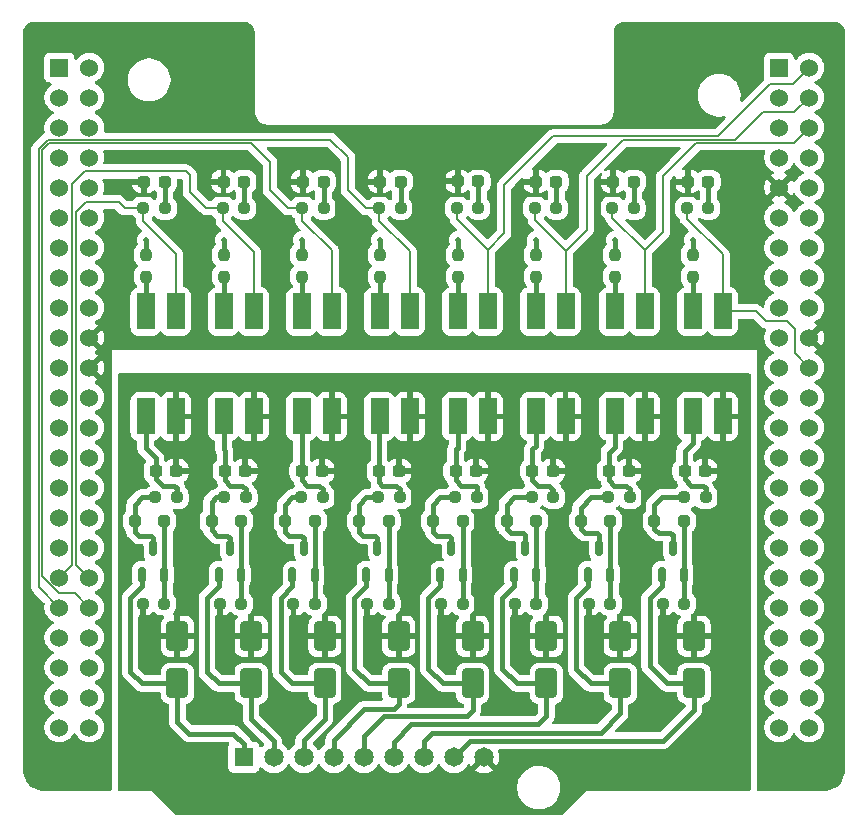
<source format=gtl>
%TF.GenerationSoftware,KiCad,Pcbnew,9.0.7-9.0.7~ubuntu24.04.1*%
%TF.CreationDate,2026-01-13T16:30:02+01:00*%
%TF.ProjectId,digital_input,64696769-7461-46c5-9f69-6e7075742e6b,1.0*%
%TF.SameCoordinates,Original*%
%TF.FileFunction,Copper,L1,Top*%
%TF.FilePolarity,Positive*%
%FSLAX46Y46*%
G04 Gerber Fmt 4.6, Leading zero omitted, Abs format (unit mm)*
G04 Created by KiCad (PCBNEW 9.0.7-9.0.7~ubuntu24.04.1) date 2026-01-13 16:30:02*
%MOMM*%
%LPD*%
G01*
G04 APERTURE LIST*
G04 Aperture macros list*
%AMRoundRect*
0 Rectangle with rounded corners*
0 $1 Rounding radius*
0 $2 $3 $4 $5 $6 $7 $8 $9 X,Y pos of 4 corners*
0 Add a 4 corners polygon primitive as box body*
4,1,4,$2,$3,$4,$5,$6,$7,$8,$9,$2,$3,0*
0 Add four circle primitives for the rounded corners*
1,1,$1+$1,$2,$3*
1,1,$1+$1,$4,$5*
1,1,$1+$1,$6,$7*
1,1,$1+$1,$8,$9*
0 Add four rect primitives between the rounded corners*
20,1,$1+$1,$2,$3,$4,$5,0*
20,1,$1+$1,$4,$5,$6,$7,0*
20,1,$1+$1,$6,$7,$8,$9,0*
20,1,$1+$1,$8,$9,$2,$3,0*%
G04 Aperture macros list end*
%TA.AperFunction,SMDPad,CuDef*%
%ADD10RoundRect,0.237500X0.237500X-0.250000X0.237500X0.250000X-0.237500X0.250000X-0.237500X-0.250000X0*%
%TD*%
%TA.AperFunction,SMDPad,CuDef*%
%ADD11RoundRect,0.237500X-0.250000X-0.237500X0.250000X-0.237500X0.250000X0.237500X-0.250000X0.237500X0*%
%TD*%
%TA.AperFunction,SMDPad,CuDef*%
%ADD12RoundRect,0.250000X0.650000X-1.000000X0.650000X1.000000X-0.650000X1.000000X-0.650000X-1.000000X0*%
%TD*%
%TA.AperFunction,SMDPad,CuDef*%
%ADD13RoundRect,0.250000X-0.250000X-0.250000X0.250000X-0.250000X0.250000X0.250000X-0.250000X0.250000X0*%
%TD*%
%TA.AperFunction,SMDPad,CuDef*%
%ADD14RoundRect,0.237500X-0.287500X-0.237500X0.287500X-0.237500X0.287500X0.237500X-0.287500X0.237500X0*%
%TD*%
%TA.AperFunction,ComponentPad*%
%ADD15R,1.530000X1.530000*%
%TD*%
%TA.AperFunction,ComponentPad*%
%ADD16C,1.530000*%
%TD*%
%TA.AperFunction,SMDPad,CuDef*%
%ADD17RoundRect,0.150000X0.150000X-0.512500X0.150000X0.512500X-0.150000X0.512500X-0.150000X-0.512500X0*%
%TD*%
%TA.AperFunction,SMDPad,CuDef*%
%ADD18RoundRect,0.250000X0.550000X-1.300000X0.550000X1.300000X-0.550000X1.300000X-0.550000X-1.300000X0*%
%TD*%
%TA.AperFunction,SMDPad,CuDef*%
%ADD19RoundRect,0.237500X0.300000X0.237500X-0.300000X0.237500X-0.300000X-0.237500X0.300000X-0.237500X0*%
%TD*%
%TA.AperFunction,ComponentPad*%
%ADD20R,1.650000X1.650000*%
%TD*%
%TA.AperFunction,ComponentPad*%
%ADD21C,1.650000*%
%TD*%
%TA.AperFunction,ViaPad*%
%ADD22C,0.500000*%
%TD*%
%TA.AperFunction,Conductor*%
%ADD23C,0.400000*%
%TD*%
%TA.AperFunction,Conductor*%
%ADD24C,0.200000*%
%TD*%
G04 APERTURE END LIST*
D10*
%TO.P,R18,1*%
%TO.N,/digital_in/OPT2_OUT*%
X133180000Y-70292500D03*
%TO.P,R18,2*%
%TO.N,+3V3*%
X133180000Y-68467500D03*
%TD*%
D11*
%TO.P,R13,1*%
%TO.N,/digital_in/Q5_S*%
X152775000Y-89000000D03*
%TO.P,R13,2*%
%TO.N,/digital_in/OPT5_IN*%
X154600000Y-89000000D03*
%TD*%
%TO.P,R16,1*%
%TO.N,/digital_in/Q8_S*%
X172162500Y-89000000D03*
%TO.P,R16,2*%
%TO.N,/digital_in/OPT8_IN*%
X173987500Y-89000000D03*
%TD*%
D12*
%TO.P,D23,1,A1*%
%TO.N,DI_IN1*%
X135500000Y-104750000D03*
%TO.P,D23,2,A2*%
%TO.N,GNDREF*%
X135500000Y-100750000D03*
%TD*%
D13*
%TO.P,D1,1,K*%
%TO.N,/digital_in/Q1_S*%
X125650000Y-91000000D03*
%TO.P,D1,2,A*%
%TO.N,/digital_in/Q1_G*%
X128150000Y-91000000D03*
%TD*%
D11*
%TO.P,R15,1*%
%TO.N,/digital_in/Q7_S*%
X165737500Y-89000000D03*
%TO.P,R15,2*%
%TO.N,/digital_in/OPT7_IN*%
X167562500Y-89000000D03*
%TD*%
D10*
%TO.P,R24,1*%
%TO.N,/digital_in/OPT8_OUT*%
X172880000Y-70292500D03*
%TO.P,R24,2*%
%TO.N,+3V3*%
X172880000Y-68467500D03*
%TD*%
D12*
%TO.P,D20,1,A1*%
%TO.N,DI_IN4*%
X154250000Y-104750000D03*
%TO.P,D20,2,A2*%
%TO.N,GNDREF*%
X154250000Y-100750000D03*
%TD*%
D14*
%TO.P,D11,1,K*%
%TO.N,GND*%
X159597500Y-62250000D03*
%TO.P,D11,2,A*%
%TO.N,/digital_in/DI_5_R*%
X161347500Y-62250000D03*
%TD*%
D11*
%TO.P,R30,1*%
%TO.N,DI_2*%
X139825000Y-64500000D03*
%TO.P,R30,2*%
%TO.N,/digital_in/DI_2_R*%
X141650000Y-64500000D03*
%TD*%
D15*
%TO.P,J3,1,Pin_1*%
%TO.N,unconnected-(J3-Pin_1-Pad1)*%
X180210000Y-52600000D03*
D16*
%TO.P,J3,2,Pin_2*%
%TO.N,DI_4*%
X182750000Y-52600000D03*
%TO.P,J3,3,Pin_3*%
%TO.N,unconnected-(J3-Pin_3-Pad3)*%
X180210000Y-55140000D03*
%TO.P,J3,4,Pin_4*%
%TO.N,DI_5*%
X182750000Y-55140000D03*
%TO.P,J3,5,Pin_5*%
%TO.N,unconnected-(J3-Pin_5-Pad5)*%
X180210000Y-57680000D03*
%TO.P,J3,6,Pin_6*%
%TO.N,DI_6*%
X182750000Y-57680000D03*
%TO.P,J3,7,Pin_7*%
%TO.N,unconnected-(J3-Pin_7-Pad7)*%
X180210000Y-60220000D03*
%TO.P,J3,8,Pin_8*%
%TO.N,unconnected-(J3-Pin_8-Pad8)*%
X182750000Y-60220000D03*
%TO.P,J3,9,Pin_9*%
%TO.N,GND*%
X180210000Y-62760000D03*
%TO.P,J3,10,Pin_10*%
%TO.N,unconnected-(J3-Pin_10-Pad10)*%
X182750000Y-62760000D03*
%TO.P,J3,11,Pin_11*%
%TO.N,unconnected-(J3-Pin_11-Pad11)*%
X180210000Y-65300000D03*
%TO.P,J3,12,Pin_12*%
%TO.N,unconnected-(J3-Pin_12-Pad12)*%
X182750000Y-65300000D03*
%TO.P,J3,13,Pin_13*%
%TO.N,unconnected-(J3-Pin_13-Pad13)*%
X180210000Y-67840000D03*
%TO.P,J3,14,Pin_14*%
%TO.N,unconnected-(J3-Pin_14-Pad14)*%
X182750000Y-67840000D03*
%TO.P,J3,15,Pin_15*%
%TO.N,unconnected-(J3-Pin_15-Pad15)*%
X180210000Y-70380000D03*
%TO.P,J3,16,Pin_16*%
%TO.N,unconnected-(J3-Pin_16-Pad16)*%
X182750000Y-70380000D03*
%TO.P,J3,17,Pin_17*%
%TO.N,unconnected-(J3-Pin_17-Pad17)*%
X180210000Y-72920000D03*
%TO.P,J3,18,Pin_18*%
%TO.N,unconnected-(J3-Pin_18-Pad18)*%
X182750000Y-72920000D03*
%TO.P,J3,19,Pin_19*%
%TO.N,unconnected-(J3-Pin_19-Pad19)*%
X180210000Y-75460000D03*
%TO.P,J3,20,Pin_20*%
%TO.N,GND*%
X182750000Y-75460000D03*
%TO.P,J3,21,Pin_21*%
%TO.N,unconnected-(J3-Pin_21-Pad21)*%
X180210000Y-78000000D03*
%TO.P,J3,22,Pin_22*%
%TO.N,DI_7*%
X182750000Y-78000000D03*
%TO.P,J3,23,Pin_23*%
%TO.N,unconnected-(J3-Pin_23-Pad23)*%
X180210000Y-80540000D03*
%TO.P,J3,24,Pin_24*%
%TO.N,unconnected-(J3-Pin_24-Pad24)*%
X182750000Y-80540000D03*
%TO.P,J3,25,Pin_25*%
%TO.N,unconnected-(J3-Pin_25-Pad25)*%
X180210000Y-83080000D03*
%TO.P,J3,26,Pin_26*%
%TO.N,unconnected-(J3-Pin_26-Pad26)*%
X182750000Y-83080000D03*
%TO.P,J3,27,Pin_27*%
%TO.N,unconnected-(J3-Pin_27-Pad27)*%
X180210000Y-85620000D03*
%TO.P,J3,28,Pin_28*%
%TO.N,unconnected-(J3-Pin_28-Pad28)*%
X182750000Y-85620000D03*
%TO.P,J3,29,Pin_29*%
%TO.N,unconnected-(J3-Pin_29-Pad29)*%
X180210000Y-88160000D03*
%TO.P,J3,30,Pin_30*%
%TO.N,unconnected-(J3-Pin_30-Pad30)*%
X182750000Y-88160000D03*
%TO.P,J3,31,Pin_31*%
%TO.N,unconnected-(J3-Pin_31-Pad31)*%
X180210000Y-90700000D03*
%TO.P,J3,32,Pin_32*%
%TO.N,unconnected-(J3-Pin_32-Pad32)*%
X182750000Y-90700000D03*
%TO.P,J3,33,Pin_33*%
%TO.N,unconnected-(J3-Pin_33-Pad33)*%
X180210000Y-93240000D03*
%TO.P,J3,34,Pin_34*%
%TO.N,unconnected-(J3-Pin_34-Pad34)*%
X182750000Y-93240000D03*
%TO.P,J3,35,Pin_35*%
%TO.N,unconnected-(J3-Pin_35-Pad35)*%
X180210000Y-95780000D03*
%TO.P,J3,36,Pin_36*%
%TO.N,unconnected-(J3-Pin_36-Pad36)*%
X182750000Y-95780000D03*
%TO.P,J3,37,Pin_37*%
%TO.N,unconnected-(J3-Pin_37-Pad37)*%
X180210000Y-98320000D03*
%TO.P,J3,38,Pin_38*%
%TO.N,unconnected-(J3-Pin_38-Pad38)*%
X182750000Y-98320000D03*
%TO.P,J3,39,Pin_39*%
%TO.N,unconnected-(J3-Pin_39-Pad39)*%
X180210000Y-100860000D03*
%TO.P,J3,40,Pin_40*%
%TO.N,unconnected-(J3-Pin_40-Pad40)*%
X182750000Y-100860000D03*
%TO.P,J3,41,Pin_41*%
%TO.N,unconnected-(J3-Pin_41-Pad41)*%
X180210000Y-103400000D03*
%TO.P,J3,42,Pin_42*%
%TO.N,unconnected-(J3-Pin_42-Pad42)*%
X182750000Y-103400000D03*
%TO.P,J3,43,Pin_43*%
%TO.N,unconnected-(J3-Pin_43-Pad43)*%
X180210000Y-105940000D03*
%TO.P,J3,44,Pin_44*%
%TO.N,unconnected-(J3-Pin_44-Pad44)*%
X182750000Y-105940000D03*
%TO.P,J3,45,Pin_45*%
%TO.N,unconnected-(J3-Pin_45-Pad45)*%
X180210000Y-108480000D03*
%TO.P,J3,46,Pin_46*%
%TO.N,unconnected-(J3-Pin_46-Pad46)*%
X182750000Y-108480000D03*
%TD*%
D10*
%TO.P,R19,1*%
%TO.N,/digital_in/OPT3_OUT*%
X139780000Y-70292500D03*
%TO.P,R19,2*%
%TO.N,+3V3*%
X139780000Y-68467500D03*
%TD*%
D17*
%TO.P,Q1,1,D*%
%TO.N,DI_IN0*%
X126250000Y-95550000D03*
%TO.P,Q1,2,G*%
%TO.N,/digital_in/Q1_G*%
X128150000Y-95550000D03*
%TO.P,Q1,3,S*%
%TO.N,/digital_in/Q1_S*%
X127200000Y-93275000D03*
%TD*%
D13*
%TO.P,D7,1,K*%
%TO.N,/digital_in/Q7_S*%
X163400000Y-91000000D03*
%TO.P,D7,2,A*%
%TO.N,/digital_in/Q7_G*%
X165900000Y-91000000D03*
%TD*%
D12*
%TO.P,D18,1,A1*%
%TO.N,DI_IN6*%
X166750000Y-104750000D03*
%TO.P,D18,2,A2*%
%TO.N,GNDREF*%
X166750000Y-100750000D03*
%TD*%
D18*
%TO.P,U2,1*%
%TO.N,/digital_in/OPT2_IN*%
X133180000Y-82145000D03*
%TO.P,U2,2*%
%TO.N,GNDREF*%
X135720000Y-82145000D03*
%TO.P,U2,3*%
%TO.N,DI_1*%
X135720000Y-73255000D03*
%TO.P,U2,4*%
%TO.N,/digital_in/OPT2_OUT*%
X133180000Y-73255000D03*
%TD*%
D11*
%TO.P,R28,1*%
%TO.N,DI_4*%
X152925000Y-64500000D03*
%TO.P,R28,2*%
%TO.N,/digital_in/DI_4_R*%
X154750000Y-64500000D03*
%TD*%
D10*
%TO.P,R23,1*%
%TO.N,/digital_in/OPT7_OUT*%
X166280000Y-70292500D03*
%TO.P,R23,2*%
%TO.N,+3V3*%
X166280000Y-68467500D03*
%TD*%
D18*
%TO.P,U8,1*%
%TO.N,/digital_in/OPT8_IN*%
X172880000Y-82145000D03*
%TO.P,U8,2*%
%TO.N,GNDREF*%
X175420000Y-82145000D03*
%TO.P,U8,3*%
%TO.N,DI_7*%
X175420000Y-73255000D03*
%TO.P,U8,4*%
%TO.N,/digital_in/OPT8_OUT*%
X172880000Y-73255000D03*
%TD*%
D19*
%TO.P,C7,1*%
%TO.N,GNDREF*%
X167512500Y-86750000D03*
%TO.P,C7,2*%
%TO.N,/digital_in/OPT7_IN*%
X165787500Y-86750000D03*
%TD*%
D18*
%TO.P,U1,1*%
%TO.N,/digital_in/OPT1_IN*%
X126580000Y-82145000D03*
%TO.P,U1,2*%
%TO.N,GNDREF*%
X129120000Y-82145000D03*
%TO.P,U1,3*%
%TO.N,DI_0*%
X129120000Y-73255000D03*
%TO.P,U1,4*%
%TO.N,/digital_in/OPT1_OUT*%
X126580000Y-73255000D03*
%TD*%
D11*
%TO.P,R8,1*%
%TO.N,GNDREF*%
X170337500Y-98000000D03*
%TO.P,R8,2*%
%TO.N,/digital_in/Q8_G*%
X172162500Y-98000000D03*
%TD*%
%TO.P,R32,1*%
%TO.N,DI_0*%
X126385000Y-64500000D03*
%TO.P,R32,2*%
%TO.N,/digital_in/DI_0_R*%
X128210000Y-64500000D03*
%TD*%
D14*
%TO.P,D9,1,K*%
%TO.N,GND*%
X172475000Y-62250000D03*
%TO.P,D9,2,A*%
%TO.N,/digital_in/DI_7_R*%
X174225000Y-62250000D03*
%TD*%
D12*
%TO.P,D19,1,A1*%
%TO.N,DI_IN5*%
X160500000Y-104750000D03*
%TO.P,D19,2,A2*%
%TO.N,GNDREF*%
X160500000Y-100750000D03*
%TD*%
D19*
%TO.P,C5,1*%
%TO.N,GNDREF*%
X154537500Y-86750000D03*
%TO.P,C5,2*%
%TO.N,/digital_in/OPT5_IN*%
X152812500Y-86750000D03*
%TD*%
D14*
%TO.P,D13,1,K*%
%TO.N,GND*%
X146405000Y-62250000D03*
%TO.P,D13,2,A*%
%TO.N,/digital_in/DI_3_R*%
X148155000Y-62250000D03*
%TD*%
D11*
%TO.P,R25,1*%
%TO.N,DI_7*%
X172400000Y-64500000D03*
%TO.P,R25,2*%
%TO.N,/digital_in/DI_7_R*%
X174225000Y-64500000D03*
%TD*%
D13*
%TO.P,D3,1,K*%
%TO.N,/digital_in/Q3_S*%
X138400000Y-91000000D03*
%TO.P,D3,2,A*%
%TO.N,/digital_in/Q3_G*%
X140900000Y-91000000D03*
%TD*%
D10*
%TO.P,R20,1*%
%TO.N,/digital_in/OPT4_OUT*%
X146380000Y-70292500D03*
%TO.P,R20,2*%
%TO.N,+3V3*%
X146380000Y-68467500D03*
%TD*%
D12*
%TO.P,D17,1,A1*%
%TO.N,DI_IN7*%
X173000000Y-104750000D03*
%TO.P,D17,2,A2*%
%TO.N,GNDREF*%
X173000000Y-100750000D03*
%TD*%
D13*
%TO.P,D5,1,K*%
%TO.N,/digital_in/Q5_S*%
X150900000Y-91000000D03*
%TO.P,D5,2,A*%
%TO.N,/digital_in/Q5_G*%
X153400000Y-91000000D03*
%TD*%
D18*
%TO.P,U7,1*%
%TO.N,/digital_in/OPT7_IN*%
X166280000Y-82145000D03*
%TO.P,U7,2*%
%TO.N,GNDREF*%
X168820000Y-82145000D03*
%TO.P,U7,3*%
%TO.N,DI_6*%
X168820000Y-73255000D03*
%TO.P,U7,4*%
%TO.N,/digital_in/OPT7_OUT*%
X166280000Y-73255000D03*
%TD*%
D19*
%TO.P,C8,1*%
%TO.N,GNDREF*%
X173937500Y-86750000D03*
%TO.P,C8,2*%
%TO.N,/digital_in/OPT8_IN*%
X172212500Y-86750000D03*
%TD*%
D18*
%TO.P,U5,1*%
%TO.N,/digital_in/OPT5_IN*%
X152980000Y-82145000D03*
%TO.P,U5,2*%
%TO.N,GNDREF*%
X155520000Y-82145000D03*
%TO.P,U5,3*%
%TO.N,DI_4*%
X155520000Y-73255000D03*
%TO.P,U5,4*%
%TO.N,/digital_in/OPT5_OUT*%
X152980000Y-73255000D03*
%TD*%
D19*
%TO.P,C3,1*%
%TO.N,GNDREF*%
X141512500Y-86750000D03*
%TO.P,C3,2*%
%TO.N,/digital_in/OPT3_IN*%
X139787500Y-86750000D03*
%TD*%
D11*
%TO.P,R10,1*%
%TO.N,/digital_in/Q2_S*%
X133237500Y-89000000D03*
%TO.P,R10,2*%
%TO.N,/digital_in/OPT2_IN*%
X135062500Y-89000000D03*
%TD*%
D18*
%TO.P,U6,1*%
%TO.N,/digital_in/OPT6_IN*%
X159580000Y-82145000D03*
%TO.P,U6,2*%
%TO.N,GNDREF*%
X162120000Y-82145000D03*
%TO.P,U6,3*%
%TO.N,DI_5*%
X162120000Y-73255000D03*
%TO.P,U6,4*%
%TO.N,/digital_in/OPT6_OUT*%
X159580000Y-73255000D03*
%TD*%
D10*
%TO.P,R21,1*%
%TO.N,/digital_in/OPT5_OUT*%
X152980000Y-70292500D03*
%TO.P,R21,2*%
%TO.N,+3V3*%
X152980000Y-68467500D03*
%TD*%
D11*
%TO.P,R6,1*%
%TO.N,GNDREF*%
X157837500Y-98000000D03*
%TO.P,R6,2*%
%TO.N,/digital_in/Q6_G*%
X159662500Y-98000000D03*
%TD*%
%TO.P,R2,1*%
%TO.N,GNDREF*%
X132837500Y-98000000D03*
%TO.P,R2,2*%
%TO.N,/digital_in/Q2_G*%
X134662500Y-98000000D03*
%TD*%
D17*
%TO.P,Q5,1,D*%
%TO.N,DI_IN4*%
X151500000Y-95537500D03*
%TO.P,Q5,2,G*%
%TO.N,/digital_in/Q5_G*%
X153400000Y-95537500D03*
%TO.P,Q5,3,S*%
%TO.N,/digital_in/Q5_S*%
X152450000Y-93262500D03*
%TD*%
%TO.P,Q3,1,D*%
%TO.N,DI_IN2*%
X139000000Y-95537500D03*
%TO.P,Q3,2,G*%
%TO.N,/digital_in/Q3_G*%
X140900000Y-95537500D03*
%TO.P,Q3,3,S*%
%TO.N,/digital_in/Q3_S*%
X139950000Y-93262500D03*
%TD*%
D20*
%TO.P,J1,1,Pin_1*%
%TO.N,DI_IN0*%
X134880000Y-111000000D03*
D21*
%TO.P,J1,2,Pin_2*%
%TO.N,DI_IN1*%
X137420000Y-111000000D03*
%TO.P,J1,3,Pin_3*%
%TO.N,DI_IN2*%
X139960000Y-111000000D03*
%TO.P,J1,4,Pin_4*%
%TO.N,DI_IN3*%
X142500000Y-111000000D03*
%TO.P,J1,5,Pin_5*%
%TO.N,DI_IN4*%
X145040000Y-111000000D03*
%TO.P,J1,6,Pin_6*%
%TO.N,DI_IN5*%
X147580000Y-111000000D03*
%TO.P,J1,7,Pin_7*%
%TO.N,DI_IN6*%
X150120000Y-111000000D03*
%TO.P,J1,8,Pin_8*%
%TO.N,DI_IN7*%
X152660000Y-111000000D03*
%TO.P,J1,9,Pin_9*%
%TO.N,GNDREF*%
X155200000Y-111000000D03*
%TD*%
D14*
%TO.P,D15,1,K*%
%TO.N,GND*%
X133165000Y-62250000D03*
%TO.P,D15,2,A*%
%TO.N,/digital_in/DI_1_R*%
X134915000Y-62250000D03*
%TD*%
D18*
%TO.P,U3,1*%
%TO.N,/digital_in/OPT3_IN*%
X139780000Y-82145000D03*
%TO.P,U3,2*%
%TO.N,GNDREF*%
X142320000Y-82145000D03*
%TO.P,U3,3*%
%TO.N,DI_2*%
X142320000Y-73255000D03*
%TO.P,U3,4*%
%TO.N,/digital_in/OPT3_OUT*%
X139780000Y-73255000D03*
%TD*%
D19*
%TO.P,C4,1*%
%TO.N,GNDREF*%
X148037500Y-86750000D03*
%TO.P,C4,2*%
%TO.N,/digital_in/OPT4_IN*%
X146312500Y-86750000D03*
%TD*%
%TO.P,C2,1*%
%TO.N,GNDREF*%
X135012500Y-86750000D03*
%TO.P,C2,2*%
%TO.N,/digital_in/OPT2_IN*%
X133287500Y-86750000D03*
%TD*%
D11*
%TO.P,R27,1*%
%TO.N,DI_5*%
X159525000Y-64500000D03*
%TO.P,R27,2*%
%TO.N,/digital_in/DI_5_R*%
X161350000Y-64500000D03*
%TD*%
D17*
%TO.P,Q2,1,D*%
%TO.N,DI_IN1*%
X132750000Y-95550000D03*
%TO.P,Q2,2,G*%
%TO.N,/digital_in/Q2_G*%
X134650000Y-95550000D03*
%TO.P,Q2,3,S*%
%TO.N,/digital_in/Q2_S*%
X133700000Y-93275000D03*
%TD*%
D11*
%TO.P,R9,1*%
%TO.N,/digital_in/Q1_S*%
X127387500Y-89000000D03*
%TO.P,R9,2*%
%TO.N,/digital_in/OPT1_IN*%
X129212500Y-89000000D03*
%TD*%
D17*
%TO.P,Q4,1,D*%
%TO.N,DI_IN3*%
X145250000Y-95537500D03*
%TO.P,Q4,2,G*%
%TO.N,/digital_in/Q4_G*%
X147150000Y-95537500D03*
%TO.P,Q4,3,S*%
%TO.N,/digital_in/Q4_S*%
X146200000Y-93262500D03*
%TD*%
D11*
%TO.P,R31,1*%
%TO.N,DI_1*%
X133087500Y-64500000D03*
%TO.P,R31,2*%
%TO.N,/digital_in/DI_1_R*%
X134912500Y-64500000D03*
%TD*%
%TO.P,R26,1*%
%TO.N,DI_6*%
X166087500Y-64500000D03*
%TO.P,R26,2*%
%TO.N,/digital_in/DI_6_R*%
X167912500Y-64500000D03*
%TD*%
D13*
%TO.P,D6,1,K*%
%TO.N,/digital_in/Q6_S*%
X157150000Y-91000000D03*
%TO.P,D6,2,A*%
%TO.N,/digital_in/Q6_G*%
X159650000Y-91000000D03*
%TD*%
D11*
%TO.P,R5,1*%
%TO.N,GNDREF*%
X151587500Y-98000000D03*
%TO.P,R5,2*%
%TO.N,/digital_in/Q5_G*%
X153412500Y-98000000D03*
%TD*%
D15*
%TO.P,J2,1,Pin_1*%
%TO.N,unconnected-(J2-Pin_1-Pad1)*%
X119260000Y-52600000D03*
D16*
%TO.P,J2,2,Pin_2*%
%TO.N,unconnected-(J2-Pin_2-Pad2)*%
X121800000Y-52600000D03*
%TO.P,J2,3,Pin_3*%
%TO.N,unconnected-(J2-Pin_3-Pad3)*%
X119260000Y-55140000D03*
%TO.P,J2,4,Pin_4*%
%TO.N,unconnected-(J2-Pin_4-Pad4)*%
X121800000Y-55140000D03*
%TO.P,J2,5,Pin_5*%
%TO.N,unconnected-(J2-Pin_5-Pad5)*%
X119260000Y-57680000D03*
%TO.P,J2,6,Pin_6*%
%TO.N,unconnected-(J2-Pin_6-Pad6)*%
X121800000Y-57680000D03*
%TO.P,J2,7,Pin_7*%
%TO.N,unconnected-(J2-Pin_7-Pad7)*%
X119260000Y-60220000D03*
%TO.P,J2,8,Pin_8*%
%TO.N,GND*%
X121800000Y-60220000D03*
%TO.P,J2,9,Pin_9*%
%TO.N,unconnected-(J2-Pin_9-Pad9)*%
X119260000Y-62760000D03*
%TO.P,J2,10,Pin_10*%
%TO.N,unconnected-(J2-Pin_10-Pad10)*%
X121800000Y-62760000D03*
%TO.P,J2,11,Pin_11*%
%TO.N,unconnected-(J2-Pin_11-Pad11)*%
X119260000Y-65300000D03*
%TO.P,J2,12,Pin_12*%
%TO.N,unconnected-(J2-Pin_12-Pad12)*%
X121800000Y-65300000D03*
%TO.P,J2,13,Pin_13*%
%TO.N,unconnected-(J2-Pin_13-Pad13)*%
X119260000Y-67840000D03*
%TO.P,J2,14,Pin_14*%
%TO.N,unconnected-(J2-Pin_14-Pad14)*%
X121800000Y-67840000D03*
%TO.P,J2,15,Pin_15*%
%TO.N,unconnected-(J2-Pin_15-Pad15)*%
X119260000Y-70380000D03*
%TO.P,J2,16,Pin_16*%
%TO.N,unconnected-(J2-Pin_16-Pad16)*%
X121800000Y-70380000D03*
%TO.P,J2,17,Pin_17*%
%TO.N,unconnected-(J2-Pin_17-Pad17)*%
X119260000Y-72920000D03*
%TO.P,J2,18,Pin_18*%
%TO.N,unconnected-(J2-Pin_18-Pad18)*%
X121800000Y-72920000D03*
%TO.P,J2,19,Pin_19*%
%TO.N,GND*%
X119260000Y-75460000D03*
%TO.P,J2,20,Pin_20*%
X121800000Y-75460000D03*
%TO.P,J2,21,Pin_21*%
%TO.N,unconnected-(J2-Pin_21-Pad21)*%
X119260000Y-78000000D03*
%TO.P,J2,22,Pin_22*%
%TO.N,GND*%
X121800000Y-78000000D03*
%TO.P,J2,23,Pin_23*%
%TO.N,unconnected-(J2-Pin_23-Pad23)*%
X119260000Y-80540000D03*
%TO.P,J2,24,Pin_24*%
%TO.N,unconnected-(J2-Pin_24-Pad24)*%
X121800000Y-80540000D03*
%TO.P,J2,25,Pin_25*%
%TO.N,+3V3*%
X119260000Y-83080000D03*
%TO.P,J2,26,Pin_26*%
%TO.N,unconnected-(J2-Pin_26-Pad26)*%
X121800000Y-83080000D03*
%TO.P,J2,27,Pin_27*%
%TO.N,unconnected-(J2-Pin_27-Pad27)*%
X119260000Y-85620000D03*
%TO.P,J2,28,Pin_28*%
%TO.N,unconnected-(J2-Pin_28-Pad28)*%
X121800000Y-85620000D03*
%TO.P,J2,29,Pin_29*%
%TO.N,unconnected-(J2-Pin_29-Pad29)*%
X119260000Y-88160000D03*
%TO.P,J2,30,Pin_30*%
%TO.N,unconnected-(J2-Pin_30-Pad30)*%
X121800000Y-88160000D03*
%TO.P,J2,31,Pin_31*%
%TO.N,unconnected-(J2-Pin_31-Pad31)*%
X119260000Y-90700000D03*
%TO.P,J2,32,Pin_32*%
%TO.N,unconnected-(J2-Pin_32-Pad32)*%
X121800000Y-90700000D03*
%TO.P,J2,33,Pin_33*%
%TO.N,unconnected-(J2-Pin_33-Pad33)*%
X119260000Y-93240000D03*
%TO.P,J2,34,Pin_34*%
%TO.N,unconnected-(J2-Pin_34-Pad34)*%
X121800000Y-93240000D03*
%TO.P,J2,35,Pin_35*%
%TO.N,DI_1*%
X119260000Y-95780000D03*
%TO.P,J2,36,Pin_36*%
%TO.N,DI_0*%
X121800000Y-95780000D03*
%TO.P,J2,37,Pin_37*%
%TO.N,DI_3*%
X119260000Y-98320000D03*
%TO.P,J2,38,Pin_38*%
%TO.N,DI_2*%
X121800000Y-98320000D03*
%TO.P,J2,39,Pin_39*%
%TO.N,unconnected-(J2-Pin_39-Pad39)*%
X119260000Y-100860000D03*
%TO.P,J2,40,Pin_40*%
%TO.N,unconnected-(J2-Pin_40-Pad40)*%
X121800000Y-100860000D03*
%TO.P,J2,41,Pin_41*%
%TO.N,unconnected-(J2-Pin_41-Pad41)*%
X119260000Y-103400000D03*
%TO.P,J2,42,Pin_42*%
%TO.N,unconnected-(J2-Pin_42-Pad42)*%
X121800000Y-103400000D03*
%TO.P,J2,43,Pin_43*%
%TO.N,unconnected-(J2-Pin_43-Pad43)*%
X119260000Y-105940000D03*
%TO.P,J2,44,Pin_44*%
%TO.N,unconnected-(J2-Pin_44-Pad44)*%
X121800000Y-105940000D03*
%TO.P,J2,45,Pin_45*%
%TO.N,unconnected-(J2-Pin_45-Pad45)*%
X119260000Y-108480000D03*
%TO.P,J2,46,Pin_46*%
%TO.N,unconnected-(J2-Pin_46-Pad46)*%
X121800000Y-108480000D03*
%TD*%
D10*
%TO.P,R17,1*%
%TO.N,/digital_in/OPT1_OUT*%
X126580000Y-70292500D03*
%TO.P,R17,2*%
%TO.N,+3V3*%
X126580000Y-68467500D03*
%TD*%
D13*
%TO.P,D2,1,K*%
%TO.N,/digital_in/Q2_S*%
X132150000Y-91000000D03*
%TO.P,D2,2,A*%
%TO.N,/digital_in/Q2_G*%
X134650000Y-91000000D03*
%TD*%
D19*
%TO.P,C1,1*%
%TO.N,GNDREF*%
X129162500Y-86750000D03*
%TO.P,C1,2*%
%TO.N,/digital_in/OPT1_IN*%
X127437500Y-86750000D03*
%TD*%
D11*
%TO.P,R7,1*%
%TO.N,GNDREF*%
X164087500Y-98000000D03*
%TO.P,R7,2*%
%TO.N,/digital_in/Q7_G*%
X165912500Y-98000000D03*
%TD*%
%TO.P,R1,1*%
%TO.N,GNDREF*%
X126337500Y-98000000D03*
%TO.P,R1,2*%
%TO.N,/digital_in/Q1_G*%
X128162500Y-98000000D03*
%TD*%
%TO.P,R3,1*%
%TO.N,GNDREF*%
X139087500Y-98000000D03*
%TO.P,R3,2*%
%TO.N,/digital_in/Q3_G*%
X140912500Y-98000000D03*
%TD*%
D17*
%TO.P,Q7,1,D*%
%TO.N,DI_IN6*%
X164000000Y-95550000D03*
%TO.P,Q7,2,G*%
%TO.N,/digital_in/Q7_G*%
X165900000Y-95550000D03*
%TO.P,Q7,3,S*%
%TO.N,/digital_in/Q7_S*%
X164950000Y-93275000D03*
%TD*%
D13*
%TO.P,D4,1,K*%
%TO.N,/digital_in/Q4_S*%
X144650000Y-91000000D03*
%TO.P,D4,2,A*%
%TO.N,/digital_in/Q4_G*%
X147150000Y-91000000D03*
%TD*%
D12*
%TO.P,D24,1,A1*%
%TO.N,DI_IN0*%
X129250000Y-104750000D03*
%TO.P,D24,2,A2*%
%TO.N,GNDREF*%
X129250000Y-100750000D03*
%TD*%
D17*
%TO.P,Q8,1,D*%
%TO.N,DI_IN7*%
X170250000Y-95537500D03*
%TO.P,Q8,2,G*%
%TO.N,/digital_in/Q8_G*%
X172150000Y-95537500D03*
%TO.P,Q8,3,S*%
%TO.N,/digital_in/Q8_S*%
X171200000Y-93262500D03*
%TD*%
D12*
%TO.P,D22,1,A1*%
%TO.N,DI_IN2*%
X141750000Y-104750000D03*
%TO.P,D22,2,A2*%
%TO.N,GNDREF*%
X141750000Y-100750000D03*
%TD*%
D17*
%TO.P,Q6,1,D*%
%TO.N,DI_IN5*%
X157750000Y-95537500D03*
%TO.P,Q6,2,G*%
%TO.N,/digital_in/Q6_G*%
X159650000Y-95537500D03*
%TO.P,Q6,3,S*%
%TO.N,/digital_in/Q6_S*%
X158700000Y-93262500D03*
%TD*%
D11*
%TO.P,R14,1*%
%TO.N,/digital_in/Q6_S*%
X159262500Y-89000000D03*
%TO.P,R14,2*%
%TO.N,/digital_in/OPT6_IN*%
X161087500Y-89000000D03*
%TD*%
%TO.P,R11,1*%
%TO.N,/digital_in/Q3_S*%
X139737500Y-89000000D03*
%TO.P,R11,2*%
%TO.N,/digital_in/OPT3_IN*%
X141562500Y-89000000D03*
%TD*%
D14*
%TO.P,D14,1,K*%
%TO.N,GND*%
X139905000Y-62250000D03*
%TO.P,D14,2,A*%
%TO.N,/digital_in/DI_2_R*%
X141655000Y-62250000D03*
%TD*%
D19*
%TO.P,C6,1*%
%TO.N,GNDREF*%
X161037500Y-86750000D03*
%TO.P,C6,2*%
%TO.N,/digital_in/OPT6_IN*%
X159312500Y-86750000D03*
%TD*%
D14*
%TO.P,D12,1,K*%
%TO.N,GND*%
X152995000Y-62240000D03*
%TO.P,D12,2,A*%
%TO.N,/digital_in/DI_4_R*%
X154745000Y-62240000D03*
%TD*%
D11*
%TO.P,R29,1*%
%TO.N,DI_3*%
X146325000Y-64500000D03*
%TO.P,R29,2*%
%TO.N,/digital_in/DI_3_R*%
X148150000Y-64500000D03*
%TD*%
D14*
%TO.P,D10,1,K*%
%TO.N,GND*%
X166165000Y-62250000D03*
%TO.P,D10,2,A*%
%TO.N,/digital_in/DI_6_R*%
X167915000Y-62250000D03*
%TD*%
D11*
%TO.P,R4,1*%
%TO.N,GNDREF*%
X145337500Y-98000000D03*
%TO.P,R4,2*%
%TO.N,/digital_in/Q4_G*%
X147162500Y-98000000D03*
%TD*%
D13*
%TO.P,D8,1,K*%
%TO.N,/digital_in/Q8_S*%
X169650000Y-91000000D03*
%TO.P,D8,2,A*%
%TO.N,/digital_in/Q8_G*%
X172150000Y-91000000D03*
%TD*%
D10*
%TO.P,R22,1*%
%TO.N,/digital_in/OPT6_OUT*%
X159580000Y-70292500D03*
%TO.P,R22,2*%
%TO.N,+3V3*%
X159580000Y-68467500D03*
%TD*%
D14*
%TO.P,D16,1,K*%
%TO.N,GND*%
X126462500Y-62250000D03*
%TO.P,D16,2,A*%
%TO.N,/digital_in/DI_0_R*%
X128212500Y-62250000D03*
%TD*%
D11*
%TO.P,R12,1*%
%TO.N,/digital_in/Q4_S*%
X146262500Y-89000000D03*
%TO.P,R12,2*%
%TO.N,/digital_in/OPT4_IN*%
X148087500Y-89000000D03*
%TD*%
D18*
%TO.P,U4,1*%
%TO.N,/digital_in/OPT4_IN*%
X146380000Y-82145000D03*
%TO.P,U4,2*%
%TO.N,GNDREF*%
X148920000Y-82145000D03*
%TO.P,U4,3*%
%TO.N,DI_3*%
X148920000Y-73255000D03*
%TO.P,U4,4*%
%TO.N,/digital_in/OPT4_OUT*%
X146380000Y-73255000D03*
%TD*%
D12*
%TO.P,D21,1,A1*%
%TO.N,DI_IN3*%
X148000000Y-104750000D03*
%TO.P,D21,2,A2*%
%TO.N,GNDREF*%
X148000000Y-100750000D03*
%TD*%
D22*
%TO.N,+3V3*%
X126600000Y-67200000D03*
X159600000Y-67200000D03*
X166300000Y-67200000D03*
X146400000Y-67200000D03*
X139800000Y-67200000D03*
X133200000Y-67200000D03*
X172900000Y-67200000D03*
X153000000Y-67200000D03*
%TO.N,GND*%
X165200000Y-62250000D03*
X139000000Y-62250000D03*
X158600000Y-62250000D03*
X152000000Y-62240000D03*
X145400000Y-62250000D03*
X132200000Y-62250000D03*
X125400000Y-62250000D03*
X171600000Y-62250000D03*
%TO.N,GNDREF*%
X142650000Y-86750000D03*
X129120000Y-84080000D03*
X166750000Y-102450000D03*
X139087500Y-99000000D03*
X157837500Y-99000000D03*
X135720000Y-84080000D03*
X151587500Y-99012500D03*
X149250000Y-86750000D03*
X132837500Y-99000000D03*
X148920000Y-84280000D03*
X148000000Y-102400000D03*
X168820000Y-84180000D03*
X168400000Y-86750000D03*
X135500000Y-102600000D03*
X136000000Y-86750000D03*
X141750000Y-102450000D03*
X164087500Y-99112500D03*
X130150000Y-86750000D03*
X160500000Y-102500000D03*
X170337500Y-99062500D03*
X145337500Y-99062500D03*
X154250000Y-102550000D03*
X173000000Y-102400000D03*
X162120000Y-84200000D03*
X175420000Y-84200000D03*
X155650000Y-86750000D03*
X129250000Y-102550000D03*
X174850000Y-86750000D03*
X162050000Y-86750000D03*
X142320000Y-84080000D03*
X126337500Y-98862500D03*
X155520000Y-84280000D03*
%TD*%
D23*
%TO.N,+3V3*%
X146400000Y-67200000D02*
X146400000Y-68447500D01*
X153000000Y-68447500D02*
X152980000Y-68467500D01*
X146400000Y-68447500D02*
X146380000Y-68467500D01*
X159600000Y-67200000D02*
X159600000Y-68447500D01*
X166300000Y-67200000D02*
X166300000Y-68447500D01*
X172900000Y-67200000D02*
X172900000Y-68447500D01*
X172900000Y-68447500D02*
X172880000Y-68467500D01*
X166300000Y-68447500D02*
X166280000Y-68467500D01*
X139800000Y-68447500D02*
X139780000Y-68467500D01*
X126600000Y-68447500D02*
X126580000Y-68467500D01*
X159600000Y-68447500D02*
X159580000Y-68467500D01*
X133200000Y-67200000D02*
X133200000Y-68447500D01*
X126600000Y-67200000D02*
X126600000Y-68447500D01*
X153000000Y-67200000D02*
X153000000Y-68447500D01*
X139800000Y-67200000D02*
X139800000Y-68447500D01*
X133200000Y-68447500D02*
X133180000Y-68467500D01*
%TO.N,GND*%
X125400000Y-62250000D02*
X126462500Y-62250000D01*
X145400000Y-62250000D02*
X146405000Y-62250000D01*
X152000000Y-62240000D02*
X152995000Y-62240000D01*
X165200000Y-62250000D02*
X166165000Y-62250000D01*
X158600000Y-62250000D02*
X159597500Y-62250000D01*
X139000000Y-62250000D02*
X139905000Y-62250000D01*
X132200000Y-62250000D02*
X133165000Y-62250000D01*
X171600000Y-62250000D02*
X172475000Y-62250000D01*
%TO.N,GNDREF*%
X145337500Y-99062500D02*
X145337500Y-98000000D01*
X162120000Y-84200000D02*
X162120000Y-82145000D01*
X174850000Y-86750000D02*
X173937500Y-86750000D01*
X155520000Y-84280000D02*
X155520000Y-82145000D01*
X168400000Y-86750000D02*
X167512500Y-86750000D01*
X168820000Y-84180000D02*
X168820000Y-82145000D01*
X155650000Y-86750000D02*
X154537500Y-86750000D01*
X135720000Y-84080000D02*
X135720000Y-82145000D01*
X162050000Y-86750000D02*
X161037500Y-86750000D01*
X132837500Y-99000000D02*
X132837500Y-98000000D01*
X129120000Y-84080000D02*
X129120000Y-82145000D01*
X126337500Y-98862500D02*
X126337500Y-98000000D01*
X135500000Y-102600000D02*
X135500000Y-100750000D01*
X154250000Y-102550000D02*
X154250000Y-100750000D01*
X148920000Y-84280000D02*
X148920000Y-82145000D01*
X175420000Y-84200000D02*
X175420000Y-82145000D01*
X139087500Y-99000000D02*
X139087500Y-98000000D01*
X149250000Y-86750000D02*
X148037500Y-86750000D01*
X173000000Y-102400000D02*
X173000000Y-100750000D01*
X164087500Y-99112500D02*
X164087500Y-98000000D01*
X151587500Y-99012500D02*
X151587500Y-98000000D01*
X136000000Y-86750000D02*
X135012500Y-86750000D01*
X148000000Y-102400000D02*
X148000000Y-100750000D01*
X141750000Y-102450000D02*
X141750000Y-100750000D01*
X142650000Y-86750000D02*
X141512500Y-86750000D01*
X170337500Y-99062500D02*
X170337500Y-98000000D01*
X130150000Y-86750000D02*
X129162500Y-86750000D01*
X166750000Y-102450000D02*
X166750000Y-100750000D01*
X157837500Y-99000000D02*
X157837500Y-98000000D01*
X129250000Y-102550000D02*
X129250000Y-100750000D01*
X160500000Y-102500000D02*
X160500000Y-100750000D01*
X142320000Y-84080000D02*
X142320000Y-82145000D01*
%TO.N,/digital_in/OPT1_IN*%
X128000000Y-88000000D02*
X127437500Y-87437500D01*
X127437500Y-86750000D02*
X127437500Y-85687500D01*
X129212500Y-88212500D02*
X129000000Y-88000000D01*
X127437500Y-85687500D02*
X126580000Y-84830000D01*
X129000000Y-88000000D02*
X128000000Y-88000000D01*
X129212500Y-89000000D02*
X129212500Y-88212500D01*
X127437500Y-87437500D02*
X127437500Y-86750000D01*
X126580000Y-84830000D02*
X126580000Y-82145000D01*
%TO.N,/digital_in/OPT2_IN*%
X133750000Y-88000000D02*
X133287500Y-87537500D01*
X133287500Y-85037500D02*
X133180000Y-84930000D01*
X133287500Y-86750000D02*
X133287500Y-85037500D01*
X134750000Y-88000000D02*
X133750000Y-88000000D01*
X133180000Y-84930000D02*
X133180000Y-82145000D01*
X133287500Y-87537500D02*
X133287500Y-86750000D01*
X135062500Y-89000000D02*
X135062500Y-88312500D01*
X135062500Y-88312500D02*
X134750000Y-88000000D01*
%TO.N,/digital_in/OPT3_IN*%
X139787500Y-86750000D02*
X139787500Y-82152500D01*
X139787500Y-82152500D02*
X139780000Y-82145000D01*
X139787500Y-87537500D02*
X140250000Y-88000000D01*
X141250000Y-88000000D02*
X140250000Y-88000000D01*
X141562500Y-88312500D02*
X141250000Y-88000000D01*
X141562500Y-89000000D02*
X141562500Y-88312500D01*
X139787500Y-86750000D02*
X139787500Y-87537500D01*
%TO.N,/digital_in/OPT4_IN*%
X146600000Y-88000000D02*
X147800000Y-88000000D01*
X146312500Y-82212500D02*
X146380000Y-82145000D01*
X147800000Y-88000000D02*
X148087500Y-88287500D01*
X146312500Y-86750000D02*
X146312500Y-82212500D01*
X146312500Y-87712500D02*
X146600000Y-88000000D01*
X146312500Y-86750000D02*
X146312500Y-87712500D01*
X148087500Y-88287500D02*
X148087500Y-89000000D01*
%TO.N,/digital_in/OPT5_IN*%
X152812500Y-84937500D02*
X152980000Y-84770000D01*
X152980000Y-82145000D02*
X152980000Y-84770000D01*
X152812500Y-86750000D02*
X152812500Y-84937500D01*
X154600000Y-88100000D02*
X154500000Y-88000000D01*
X153250000Y-88000000D02*
X152812500Y-87562500D01*
X154600000Y-89000000D02*
X154600000Y-88100000D01*
X154500000Y-88000000D02*
X153250000Y-88000000D01*
X152812500Y-87562500D02*
X152812500Y-86750000D01*
%TO.N,/digital_in/OPT6_IN*%
X159580000Y-82145000D02*
X159580000Y-84670000D01*
X159580000Y-84670000D02*
X159312500Y-84937500D01*
X159312500Y-87562500D02*
X159750000Y-88000000D01*
X159312500Y-86750000D02*
X159312500Y-87562500D01*
X161087500Y-89000000D02*
X161087500Y-88337500D01*
X160750000Y-88000000D02*
X159750000Y-88000000D01*
X161087500Y-88337500D02*
X160750000Y-88000000D01*
X159312500Y-84937500D02*
X159312500Y-86750000D01*
%TO.N,/digital_in/OPT7_IN*%
X165787500Y-87537500D02*
X165787500Y-86750000D01*
X165787500Y-85212500D02*
X165787500Y-86750000D01*
X167250000Y-88000000D02*
X166250000Y-88000000D01*
X166280000Y-82145000D02*
X166280000Y-84720000D01*
X166280000Y-84720000D02*
X165787500Y-85212500D01*
X166250000Y-88000000D02*
X165787500Y-87537500D01*
X167562500Y-89000000D02*
X167562500Y-88312500D01*
X167562500Y-88312500D02*
X167250000Y-88000000D01*
%TO.N,/digital_in/OPT8_IN*%
X172750000Y-88000000D02*
X172212500Y-87462500D01*
X172880000Y-84370000D02*
X172212500Y-85037500D01*
X172212500Y-87462500D02*
X172212500Y-86750000D01*
X172212500Y-85037500D02*
X172212500Y-86750000D01*
X173750000Y-88000000D02*
X172750000Y-88000000D01*
X173987500Y-88237500D02*
X173750000Y-88000000D01*
X173987500Y-89000000D02*
X173987500Y-88237500D01*
X172880000Y-82145000D02*
X172880000Y-84370000D01*
%TO.N,/digital_in/Q1_S*%
X126000000Y-92250000D02*
X125650000Y-91900000D01*
X125650000Y-91900000D02*
X125650000Y-91000000D01*
X127200000Y-93275000D02*
X127200000Y-92450000D01*
X125650000Y-89600000D02*
X126250000Y-89000000D01*
X125650000Y-91000000D02*
X125650000Y-89600000D01*
X127000000Y-92250000D02*
X126000000Y-92250000D01*
X127200000Y-92450000D02*
X127000000Y-92250000D01*
X126250000Y-89000000D02*
X127387500Y-89000000D01*
%TO.N,/digital_in/Q1_G*%
X128150000Y-95550000D02*
X128150000Y-91000000D01*
X128162500Y-95562500D02*
X128150000Y-95550000D01*
X128162500Y-98000000D02*
X128162500Y-95562500D01*
%TO.N,/digital_in/Q2_S*%
X133700000Y-92450000D02*
X133500000Y-92250000D01*
X132150000Y-91775000D02*
X132150000Y-91000000D01*
X133700000Y-93275000D02*
X133700000Y-92450000D01*
X133500000Y-92250000D02*
X132625000Y-92250000D01*
X132500000Y-89000000D02*
X133237500Y-89000000D01*
X132150000Y-91000000D02*
X132150000Y-89350000D01*
X132625000Y-92250000D02*
X132150000Y-91775000D01*
X132150000Y-89350000D02*
X132500000Y-89000000D01*
%TO.N,/digital_in/Q2_G*%
X134662500Y-98000000D02*
X134662500Y-95562500D01*
X134662500Y-95562500D02*
X134650000Y-95550000D01*
X134650000Y-95550000D02*
X134650000Y-91000000D01*
%TO.N,/digital_in/Q3_G*%
X140912500Y-95550000D02*
X140900000Y-95537500D01*
X140900000Y-95537500D02*
X140900000Y-91000000D01*
X140912500Y-98000000D02*
X140912500Y-95550000D01*
%TO.N,/digital_in/Q3_S*%
X139950000Y-92450000D02*
X139750000Y-92250000D01*
X138750000Y-92250000D02*
X138400000Y-91900000D01*
X138400000Y-89600000D02*
X139000000Y-89000000D01*
X138400000Y-91000000D02*
X138400000Y-89600000D01*
X139750000Y-92250000D02*
X138750000Y-92250000D01*
X139000000Y-89000000D02*
X139737500Y-89000000D01*
X139950000Y-93262500D02*
X139950000Y-92450000D01*
X138400000Y-91900000D02*
X138400000Y-91000000D01*
%TO.N,/digital_in/Q4_G*%
X147162500Y-98000000D02*
X147162500Y-95550000D01*
X147162500Y-95550000D02*
X147150000Y-95537500D01*
X147150000Y-95537500D02*
X147150000Y-91000000D01*
%TO.N,/digital_in/Q4_S*%
X146200000Y-93262500D02*
X146200000Y-92450000D01*
X145250000Y-89000000D02*
X146262500Y-89000000D01*
X144650000Y-91900000D02*
X144650000Y-91000000D01*
X144650000Y-91000000D02*
X144650000Y-89600000D01*
X146000000Y-92250000D02*
X145000000Y-92250000D01*
X145000000Y-92250000D02*
X144650000Y-91900000D01*
X144650000Y-89600000D02*
X145250000Y-89000000D01*
X146200000Y-92450000D02*
X146000000Y-92250000D01*
%TO.N,/digital_in/Q5_G*%
X153400000Y-95537500D02*
X153400000Y-91000000D01*
X153412500Y-98000000D02*
X153412500Y-95550000D01*
X153412500Y-95550000D02*
X153400000Y-95537500D01*
%TO.N,/digital_in/Q5_S*%
X151250000Y-92250000D02*
X150900000Y-91900000D01*
X152250000Y-92250000D02*
X151250000Y-92250000D01*
X152450000Y-93262500D02*
X152450000Y-92450000D01*
X150900000Y-89600000D02*
X151500000Y-89000000D01*
X150900000Y-91000000D02*
X150900000Y-89600000D01*
X150900000Y-91900000D02*
X150900000Y-91000000D01*
X151500000Y-89000000D02*
X152775000Y-89000000D01*
X152450000Y-92450000D02*
X152250000Y-92250000D01*
%TO.N,/digital_in/Q6_G*%
X159662500Y-95550000D02*
X159650000Y-95537500D01*
X159650000Y-95537500D02*
X159650000Y-91000000D01*
X159662500Y-98000000D02*
X159662500Y-95550000D01*
%TO.N,/digital_in/Q6_S*%
X158500000Y-92000000D02*
X158700000Y-92200000D01*
X157750000Y-89000000D02*
X159262500Y-89000000D01*
X157150000Y-91650000D02*
X157500000Y-92000000D01*
X157150000Y-89600000D02*
X157750000Y-89000000D01*
X157500000Y-92000000D02*
X158500000Y-92000000D01*
X158700000Y-92200000D02*
X158700000Y-93262500D01*
X157150000Y-91000000D02*
X157150000Y-91650000D01*
X157150000Y-91000000D02*
X157150000Y-89600000D01*
%TO.N,/digital_in/Q7_G*%
X165912500Y-98000000D02*
X165912500Y-95562500D01*
X165912500Y-95562500D02*
X165900000Y-95550000D01*
X165900000Y-95550000D02*
X165900000Y-91000000D01*
%TO.N,/digital_in/Q7_S*%
X164750000Y-92000000D02*
X163750000Y-92000000D01*
X163750000Y-92000000D02*
X163400000Y-91650000D01*
X164250000Y-89000000D02*
X165737500Y-89000000D01*
X163400000Y-89850000D02*
X164250000Y-89000000D01*
X164950000Y-92200000D02*
X164750000Y-92000000D01*
X164950000Y-93275000D02*
X164950000Y-92200000D01*
X163400000Y-91650000D02*
X163400000Y-91000000D01*
X163400000Y-91000000D02*
X163400000Y-89850000D01*
%TO.N,/digital_in/Q8_S*%
X169650000Y-91000000D02*
X169650000Y-89600000D01*
X170250000Y-89000000D02*
X172162500Y-89000000D01*
X169650000Y-91650000D02*
X170000000Y-92000000D01*
X171200000Y-93262500D02*
X171200000Y-92200000D01*
X169650000Y-91000000D02*
X169650000Y-91650000D01*
X171000000Y-92000000D02*
X170000000Y-92000000D01*
X169650000Y-89600000D02*
X170250000Y-89000000D01*
X171200000Y-92200000D02*
X171000000Y-92000000D01*
%TO.N,/digital_in/Q8_G*%
X172162500Y-98000000D02*
X172162500Y-95550000D01*
X172150000Y-95537500D02*
X172150000Y-91000000D01*
X172162500Y-95550000D02*
X172150000Y-95537500D01*
%TO.N,/digital_in/DI_7_R*%
X174225000Y-64500000D02*
X174225000Y-62250000D01*
%TO.N,/digital_in/DI_6_R*%
X167912500Y-62252500D02*
X167915000Y-62250000D01*
X167912500Y-64500000D02*
X167912500Y-62252500D01*
%TO.N,/digital_in/DI_5_R*%
X161350000Y-64500000D02*
X161350000Y-62252500D01*
X161350000Y-62252500D02*
X161347500Y-62250000D01*
%TO.N,/digital_in/DI_4_R*%
X154750000Y-62245000D02*
X154745000Y-62240000D01*
X154750000Y-64500000D02*
X154750000Y-62245000D01*
%TO.N,/digital_in/DI_3_R*%
X148150000Y-62255000D02*
X148155000Y-62250000D01*
X148150000Y-64500000D02*
X148150000Y-62255000D01*
%TO.N,/digital_in/DI_2_R*%
X141650000Y-64500000D02*
X141650000Y-62255000D01*
X141650000Y-62255000D02*
X141655000Y-62250000D01*
%TO.N,/digital_in/DI_1_R*%
X134912500Y-64500000D02*
X134912500Y-62252500D01*
X134912500Y-62252500D02*
X134915000Y-62250000D01*
%TO.N,/digital_in/DI_0_R*%
X128210000Y-62252500D02*
X128212500Y-62250000D01*
X128210000Y-64500000D02*
X128210000Y-62252500D01*
%TO.N,DI_IN7*%
X173000000Y-107000000D02*
X173000000Y-104750000D01*
X173000000Y-104750000D02*
X170750000Y-104750000D01*
X170750000Y-104750000D02*
X169250000Y-103250000D01*
X169250000Y-103250000D02*
X169250000Y-97500000D01*
X154040000Y-109600000D02*
X170400000Y-109600000D01*
X152640000Y-111000000D02*
X154040000Y-109600000D01*
X170250000Y-96500000D02*
X170250000Y-95537500D01*
X169250000Y-97500000D02*
X170250000Y-96500000D01*
X170400000Y-109600000D02*
X173000000Y-107000000D01*
%TO.N,DI_IN6*%
X163000000Y-103500000D02*
X163000000Y-97500000D01*
X166750000Y-107250000D02*
X166750000Y-104750000D01*
X165100000Y-108900000D02*
X166750000Y-107250000D01*
X164000000Y-96500000D02*
X164000000Y-95550000D01*
X166750000Y-104750000D02*
X164250000Y-104750000D01*
X150850000Y-108900000D02*
X165100000Y-108900000D01*
X150100000Y-111000000D02*
X150100000Y-109650000D01*
X164250000Y-104750000D02*
X163000000Y-103500000D01*
X163000000Y-97500000D02*
X164000000Y-96500000D01*
X150100000Y-109650000D02*
X150850000Y-108900000D01*
%TO.N,DI_IN5*%
X156750000Y-103500000D02*
X158000000Y-104750000D01*
X160500000Y-107500000D02*
X160500000Y-104750000D01*
X149050000Y-108200000D02*
X159800000Y-108200000D01*
X159800000Y-108200000D02*
X160500000Y-107500000D01*
X147560000Y-109690000D02*
X149050000Y-108200000D01*
X147560000Y-111000000D02*
X147560000Y-109690000D01*
X157750000Y-96500000D02*
X156750000Y-97500000D01*
X157750000Y-95537500D02*
X157750000Y-96500000D01*
X156750000Y-97500000D02*
X156750000Y-103500000D01*
X158000000Y-104750000D02*
X160500000Y-104750000D01*
%TO.N,DI_IN4*%
X146750000Y-107500000D02*
X153750000Y-107500000D01*
X153750000Y-107500000D02*
X154250000Y-107000000D01*
X151500000Y-96500000D02*
X150500000Y-97500000D01*
X145020000Y-111000000D02*
X145020000Y-109230000D01*
X145020000Y-109230000D02*
X146750000Y-107500000D01*
X151750000Y-104750000D02*
X154250000Y-104750000D01*
X150500000Y-97500000D02*
X150500000Y-103500000D01*
X150500000Y-103500000D02*
X151750000Y-104750000D01*
X154250000Y-107000000D02*
X154250000Y-104750000D01*
X151500000Y-95537500D02*
X151500000Y-96500000D01*
%TO.N,DI_IN3*%
X147600000Y-106900000D02*
X145100000Y-106900000D01*
X145250000Y-95537500D02*
X145250000Y-96500000D01*
X148000000Y-106500000D02*
X147600000Y-106900000D01*
X142480000Y-109520000D02*
X142480000Y-111000000D01*
X148000000Y-104750000D02*
X148000000Y-106500000D01*
X144250000Y-97500000D02*
X144250000Y-103500000D01*
X145250000Y-96500000D02*
X144250000Y-97500000D01*
X145100000Y-106900000D02*
X142480000Y-109520000D01*
X144250000Y-103500000D02*
X145500000Y-104750000D01*
X145500000Y-104750000D02*
X148000000Y-104750000D01*
%TO.N,DI_IN2*%
X141750000Y-107750000D02*
X139940000Y-109560000D01*
X139000000Y-96500000D02*
X138000000Y-97500000D01*
X139940000Y-109560000D02*
X139940000Y-111000000D01*
X138000000Y-97500000D02*
X138000000Y-103750000D01*
X138000000Y-103750000D02*
X139000000Y-104750000D01*
X139000000Y-104750000D02*
X141750000Y-104750000D01*
X139000000Y-95537500D02*
X139000000Y-96500000D01*
X141750000Y-104750000D02*
X141750000Y-107750000D01*
%TO.N,DI_IN1*%
X132750000Y-104750000D02*
X131750000Y-103750000D01*
X135500000Y-104750000D02*
X135500000Y-107750000D01*
X135500000Y-104750000D02*
X132750000Y-104750000D01*
X131750000Y-103750000D02*
X131750000Y-97500000D01*
X135500000Y-107750000D02*
X137400000Y-109650000D01*
X137400000Y-109650000D02*
X137400000Y-111000000D01*
X132750000Y-95550000D02*
X132750000Y-96500000D01*
X132750000Y-96500000D02*
X131750000Y-97500000D01*
%TO.N,DI_IN0*%
X125250000Y-103750000D02*
X125250000Y-97500000D01*
X129250000Y-104750000D02*
X126250000Y-104750000D01*
X126250000Y-96500000D02*
X126250000Y-95550000D01*
X134860000Y-109860000D02*
X134860000Y-111000000D01*
X126250000Y-104750000D02*
X125250000Y-103750000D01*
X130250000Y-109000000D02*
X134000000Y-109000000D01*
X129250000Y-108000000D02*
X130250000Y-109000000D01*
X125250000Y-97500000D02*
X126250000Y-96500000D01*
X129250000Y-104750000D02*
X129250000Y-108000000D01*
X134000000Y-109000000D02*
X134860000Y-109860000D01*
D24*
%TO.N,DI_3*%
X118279464Y-58709000D02*
X142209000Y-58709000D01*
X146325000Y-65575000D02*
X146325000Y-64500000D01*
X148920000Y-68170000D02*
X146325000Y-65575000D01*
X117500000Y-59488464D02*
X118279464Y-58709000D01*
X148920000Y-73255000D02*
X148920000Y-68170000D01*
X143700000Y-63000000D02*
X145200000Y-64500000D01*
X117500000Y-96560000D02*
X117500000Y-59488464D01*
X145200000Y-64500000D02*
X146325000Y-64500000D01*
X119260000Y-98320000D02*
X117500000Y-96560000D01*
X142209000Y-58709000D02*
X143700000Y-60200000D01*
X143700000Y-60200000D02*
X143700000Y-63000000D01*
%TO.N,DI_4*%
X156940000Y-66600000D02*
X156940000Y-62560000D01*
X161091000Y-58409000D02*
X174991000Y-58409000D01*
X152925000Y-65425000D02*
X152925000Y-64500000D01*
X155520000Y-73255000D02*
X155520000Y-68020000D01*
X155520000Y-68020000D02*
X152925000Y-65425000D01*
X179400000Y-54000000D02*
X181350000Y-54000000D01*
X156940000Y-62560000D02*
X161091000Y-58409000D01*
X174991000Y-58409000D02*
X179400000Y-54000000D01*
X155520000Y-68020000D02*
X156940000Y-66600000D01*
X181350000Y-54000000D02*
X182750000Y-52600000D01*
%TO.N,DI_1*%
X130000000Y-61400000D02*
X130300000Y-61700000D01*
X120300000Y-94740000D02*
X120300000Y-62500000D01*
X135720000Y-68220000D02*
X133087500Y-65587500D01*
X133087500Y-65587500D02*
X133087500Y-64500000D01*
X131700000Y-64500000D02*
X133087500Y-64500000D01*
X135720000Y-73255000D02*
X135720000Y-68220000D01*
X121400000Y-61400000D02*
X130000000Y-61400000D01*
X120300000Y-62500000D02*
X121400000Y-61400000D01*
X130300000Y-63100000D02*
X131700000Y-64500000D01*
X130300000Y-61700000D02*
X130300000Y-63100000D01*
X119260000Y-95780000D02*
X120300000Y-94740000D01*
%TO.N,DI_5*%
X178800000Y-56400000D02*
X181490000Y-56400000D01*
X167000000Y-58700000D02*
X176500000Y-58700000D01*
X162120000Y-68120000D02*
X162120000Y-73255000D01*
X159525000Y-65525000D02*
X162120000Y-68120000D01*
X181490000Y-56400000D02*
X182750000Y-55140000D01*
X176500000Y-58700000D02*
X178800000Y-56400000D01*
X159525000Y-64500000D02*
X159525000Y-65525000D01*
X163900000Y-61800000D02*
X167000000Y-58700000D01*
X163900000Y-66340000D02*
X163900000Y-61800000D01*
X162120000Y-68120000D02*
X163900000Y-66340000D01*
%TO.N,DI_0*%
X121800000Y-95780000D02*
X120700000Y-94680000D01*
X126385000Y-64500000D02*
X124800000Y-64500000D01*
X129120000Y-68370000D02*
X126385000Y-65635000D01*
X124300000Y-64000000D02*
X121500000Y-64000000D01*
X120700000Y-64800000D02*
X120700000Y-94680000D01*
X121780000Y-95780000D02*
X121800000Y-95780000D01*
X126385000Y-65635000D02*
X126385000Y-64500000D01*
X124800000Y-64500000D02*
X124300000Y-64000000D01*
X129120000Y-73255000D02*
X129120000Y-68370000D01*
X121500000Y-64000000D02*
X120700000Y-64800000D01*
%TO.N,DI_6*%
X168820000Y-68070000D02*
X168820000Y-73255000D01*
X170400000Y-61800000D02*
X173200000Y-59000000D01*
X166087500Y-65337500D02*
X168820000Y-68070000D01*
X170400000Y-66490000D02*
X170400000Y-61800000D01*
X173200000Y-59000000D02*
X181430000Y-59000000D01*
X181430000Y-59000000D02*
X182750000Y-57680000D01*
X166087500Y-64500000D02*
X166087500Y-65337500D01*
X168820000Y-68070000D02*
X170400000Y-66490000D01*
%TO.N,DI_7*%
X180900000Y-74100000D02*
X181550000Y-74750000D01*
X175420000Y-68420000D02*
X175420000Y-73255000D01*
X175420000Y-73255000D02*
X178255000Y-73255000D01*
X181550000Y-76800000D02*
X182750000Y-78000000D01*
X178255000Y-73255000D02*
X179100000Y-74100000D01*
X181550000Y-74750000D02*
X181550000Y-76800000D01*
X172400000Y-65400000D02*
X175420000Y-68420000D01*
X172400000Y-64500000D02*
X172400000Y-65400000D01*
X179100000Y-74100000D02*
X180900000Y-74100000D01*
%TO.N,DI_2*%
X117800000Y-59600000D02*
X117800000Y-95671989D01*
X135500000Y-59000000D02*
X118400000Y-59000000D01*
X139825000Y-64500000D02*
X138600000Y-64500000D01*
X139825000Y-65575000D02*
X139825000Y-64500000D01*
X137100000Y-60600000D02*
X135500000Y-59000000D01*
X142320000Y-68070000D02*
X139825000Y-65575000D01*
X138600000Y-64500000D02*
X137100000Y-63000000D01*
X120580000Y-97100000D02*
X121800000Y-98320000D01*
X142320000Y-73255000D02*
X142320000Y-68070000D01*
X119228011Y-97100000D02*
X120580000Y-97100000D01*
X137100000Y-63000000D02*
X137100000Y-60600000D01*
X117800000Y-95671989D02*
X119228011Y-97100000D01*
X118400000Y-59000000D02*
X117800000Y-59600000D01*
D23*
%TO.N,/digital_in/OPT1_OUT*%
X126580000Y-73255000D02*
X126580000Y-70292500D01*
%TO.N,/digital_in/OPT2_OUT*%
X133180000Y-73255000D02*
X133180000Y-70292500D01*
%TO.N,/digital_in/OPT3_OUT*%
X139780000Y-73255000D02*
X139780000Y-70292500D01*
%TO.N,/digital_in/OPT4_OUT*%
X146380000Y-73255000D02*
X146380000Y-70292500D01*
%TO.N,/digital_in/OPT5_OUT*%
X152980000Y-73255000D02*
X152980000Y-70292500D01*
%TO.N,/digital_in/OPT6_OUT*%
X159580000Y-73255000D02*
X159580000Y-70292500D01*
%TO.N,/digital_in/OPT7_OUT*%
X166280000Y-73255000D02*
X166280000Y-70292500D01*
%TO.N,/digital_in/OPT8_OUT*%
X172880000Y-73255000D02*
X172880000Y-70292500D01*
%TD*%
%TA.AperFunction,Conductor*%
%TO.N,GND*%
G36*
X126405539Y-62020185D02*
G01*
X126451294Y-62072989D01*
X126462500Y-62124500D01*
X126462500Y-62250000D01*
X126588500Y-62250000D01*
X126655539Y-62269685D01*
X126701294Y-62322489D01*
X126712500Y-62374000D01*
X126712500Y-63224999D01*
X126799140Y-63224999D01*
X126799154Y-63224998D01*
X126900152Y-63214680D01*
X127063800Y-63160453D01*
X127063811Y-63160448D01*
X127210534Y-63069947D01*
X127210537Y-63069945D01*
X127249464Y-63031018D01*
X127256940Y-63026935D01*
X127261987Y-63020072D01*
X127287145Y-63010441D01*
X127310787Y-62997532D01*
X127319283Y-62998139D01*
X127327240Y-62995094D01*
X127353613Y-63000594D01*
X127380478Y-63002516D01*
X127389080Y-63007992D01*
X127395638Y-63009360D01*
X127422279Y-63029127D01*
X127424072Y-63030268D01*
X127424424Y-63030614D01*
X127464150Y-63070340D01*
X127465994Y-63071477D01*
X127472426Y-63077800D01*
X127486302Y-63102702D01*
X127502783Y-63125971D01*
X127504285Y-63134974D01*
X127506436Y-63138834D01*
X127506023Y-63145392D01*
X127509500Y-63166230D01*
X127509500Y-63617948D01*
X127489815Y-63684987D01*
X127473181Y-63705629D01*
X127385181Y-63793629D01*
X127323858Y-63827114D01*
X127254166Y-63822130D01*
X127209819Y-63793629D01*
X127095851Y-63679661D01*
X127095850Y-63679660D01*
X126949016Y-63589092D01*
X126785253Y-63534826D01*
X126785251Y-63534825D01*
X126684178Y-63524500D01*
X126085830Y-63524500D01*
X126085812Y-63524501D01*
X125984747Y-63534825D01*
X125820984Y-63589092D01*
X125820981Y-63589093D01*
X125674148Y-63679661D01*
X125552159Y-63801650D01*
X125528138Y-63840596D01*
X125476190Y-63887321D01*
X125422599Y-63899500D01*
X125100098Y-63899500D01*
X125033059Y-63879815D01*
X125012417Y-63863181D01*
X124668717Y-63519481D01*
X124668709Y-63519475D01*
X124580789Y-63468715D01*
X124580788Y-63468715D01*
X124560077Y-63456757D01*
X124531785Y-63440423D01*
X124379057Y-63399499D01*
X124220943Y-63399499D01*
X124213347Y-63399499D01*
X124213331Y-63399500D01*
X123093510Y-63399500D01*
X123026471Y-63379815D01*
X122980716Y-63327011D01*
X122970772Y-63257853D01*
X122975576Y-63237191D01*
X123034339Y-63056339D01*
X123065500Y-62859597D01*
X123065500Y-62660403D01*
X123045900Y-62536654D01*
X125437501Y-62536654D01*
X125447819Y-62637652D01*
X125502046Y-62801300D01*
X125502051Y-62801311D01*
X125592552Y-62948034D01*
X125592555Y-62948038D01*
X125714461Y-63069944D01*
X125714465Y-63069947D01*
X125861188Y-63160448D01*
X125861199Y-63160453D01*
X126024847Y-63214680D01*
X126125851Y-63224999D01*
X126212500Y-63224998D01*
X126212500Y-62500000D01*
X125437501Y-62500000D01*
X125437501Y-62536654D01*
X123045900Y-62536654D01*
X123034339Y-62463661D01*
X123015749Y-62406446D01*
X122972786Y-62274219D01*
X122959795Y-62248722D01*
X122925183Y-62180794D01*
X122912288Y-62112126D01*
X122938564Y-62047385D01*
X122995671Y-62007128D01*
X123035669Y-62000500D01*
X126338500Y-62000500D01*
X126405539Y-62020185D01*
G37*
%TD.AperFunction*%
%TA.AperFunction,Conductor*%
G36*
X181264417Y-63460863D02*
G01*
X181264418Y-63460863D01*
X181291924Y-63423005D01*
X181369234Y-63271277D01*
X181417208Y-63220481D01*
X181485029Y-63203686D01*
X181551164Y-63226223D01*
X181590204Y-63271277D01*
X181646570Y-63381900D01*
X181667647Y-63423266D01*
X181784731Y-63584418D01*
X181925582Y-63725269D01*
X182086734Y-63842353D01*
X182129472Y-63864129D01*
X182238172Y-63919515D01*
X182288968Y-63967490D01*
X182305763Y-64035311D01*
X182283225Y-64101446D01*
X182238172Y-64140485D01*
X182086733Y-64217647D01*
X181994790Y-64284447D01*
X181925582Y-64334731D01*
X181925580Y-64334733D01*
X181925579Y-64334733D01*
X181784733Y-64475579D01*
X181784733Y-64475580D01*
X181784731Y-64475582D01*
X181734447Y-64544790D01*
X181667647Y-64636733D01*
X181590485Y-64788172D01*
X181542510Y-64838968D01*
X181474689Y-64855763D01*
X181408554Y-64833225D01*
X181369515Y-64788172D01*
X181292352Y-64636733D01*
X181280329Y-64620185D01*
X181175269Y-64475582D01*
X181034418Y-64334731D01*
X180873266Y-64217647D01*
X180864758Y-64213312D01*
X180721277Y-64140204D01*
X180670481Y-64092229D01*
X180653686Y-64024408D01*
X180676224Y-63958273D01*
X180721277Y-63919234D01*
X180873005Y-63841924D01*
X180910863Y-63814418D01*
X180910863Y-63814417D01*
X180347574Y-63251128D01*
X180406853Y-63235245D01*
X180523147Y-63168102D01*
X180618102Y-63073147D01*
X180685245Y-62956853D01*
X180701128Y-62897574D01*
X181264417Y-63460863D01*
G37*
%TD.AperFunction*%
%TA.AperFunction,Conductor*%
G36*
X181551446Y-60686773D02*
G01*
X181590485Y-60731827D01*
X181667647Y-60883266D01*
X181784731Y-61044418D01*
X181925582Y-61185269D01*
X182086734Y-61302353D01*
X182143518Y-61331286D01*
X182238172Y-61379515D01*
X182288968Y-61427490D01*
X182305763Y-61495311D01*
X182283225Y-61561446D01*
X182238172Y-61600485D01*
X182086733Y-61677647D01*
X181994790Y-61744447D01*
X181925582Y-61794731D01*
X181925580Y-61794733D01*
X181925579Y-61794733D01*
X181784733Y-61935579D01*
X181784733Y-61935580D01*
X181784731Y-61935582D01*
X181764560Y-61963345D01*
X181667645Y-62096735D01*
X181590203Y-62248723D01*
X181542229Y-62299518D01*
X181474408Y-62316313D01*
X181408273Y-62293775D01*
X181369234Y-62248722D01*
X181291924Y-62096994D01*
X181264417Y-62059135D01*
X181264417Y-62059134D01*
X180701128Y-62622424D01*
X180685245Y-62563147D01*
X180618102Y-62446853D01*
X180523147Y-62351898D01*
X180406853Y-62284755D01*
X180347574Y-62268871D01*
X180910864Y-61705581D01*
X180910863Y-61705580D01*
X180873008Y-61678077D01*
X180721277Y-61600765D01*
X180670481Y-61552790D01*
X180653686Y-61484969D01*
X180676224Y-61418834D01*
X180721277Y-61379795D01*
X180738768Y-61370883D01*
X180873266Y-61302353D01*
X181034418Y-61185269D01*
X181175269Y-61044418D01*
X181292353Y-60883266D01*
X181369515Y-60731827D01*
X181417490Y-60681031D01*
X181485311Y-60664236D01*
X181551446Y-60686773D01*
G37*
%TD.AperFunction*%
%TA.AperFunction,Conductor*%
G36*
X134996061Y-48761097D02*
G01*
X135006051Y-48762080D01*
X135133824Y-48774665D01*
X135157652Y-48779404D01*
X135284277Y-48817815D01*
X135306725Y-48827114D01*
X135423406Y-48889482D01*
X135443616Y-48902986D01*
X135545891Y-48986920D01*
X135563079Y-49004108D01*
X135647012Y-49106381D01*
X135660517Y-49126593D01*
X135722883Y-49243271D01*
X135732186Y-49265728D01*
X135770593Y-49392338D01*
X135775335Y-49416180D01*
X135788903Y-49553938D01*
X135789500Y-49566092D01*
X135789500Y-56324486D01*
X135819059Y-56511118D01*
X135877454Y-56690836D01*
X135961396Y-56855579D01*
X135963240Y-56859199D01*
X136074310Y-57012073D01*
X136207927Y-57145690D01*
X136360801Y-57256760D01*
X136416367Y-57285072D01*
X136529163Y-57342545D01*
X136529165Y-57342545D01*
X136529168Y-57342547D01*
X136594907Y-57363907D01*
X136708881Y-57400940D01*
X136895514Y-57430500D01*
X136895519Y-57430500D01*
X165084486Y-57430500D01*
X165271118Y-57400940D01*
X165450832Y-57342547D01*
X165619199Y-57256760D01*
X165772073Y-57145690D01*
X165905690Y-57012073D01*
X166016760Y-56859199D01*
X166102547Y-56690832D01*
X166160940Y-56511118D01*
X166171106Y-56446934D01*
X166190500Y-56324486D01*
X166190500Y-49566092D01*
X166191097Y-49553939D01*
X166199805Y-49465519D01*
X166204665Y-49416171D01*
X166209403Y-49392349D01*
X166247816Y-49265719D01*
X166257113Y-49243278D01*
X166319485Y-49126587D01*
X166332982Y-49106387D01*
X166416924Y-49004103D01*
X166434103Y-48986924D01*
X166536387Y-48902982D01*
X166556587Y-48889485D01*
X166673278Y-48827113D01*
X166695719Y-48817816D01*
X166822349Y-48779403D01*
X166846173Y-48774665D01*
X166975170Y-48761960D01*
X166983939Y-48761097D01*
X166996092Y-48760500D01*
X167029882Y-48760500D01*
X184950118Y-48760500D01*
X184983908Y-48760500D01*
X184996061Y-48761097D01*
X185006051Y-48762080D01*
X185133824Y-48774665D01*
X185157652Y-48779404D01*
X185284277Y-48817815D01*
X185306725Y-48827114D01*
X185423406Y-48889482D01*
X185443616Y-48902986D01*
X185545891Y-48986920D01*
X185563079Y-49004108D01*
X185647012Y-49106381D01*
X185660517Y-49126593D01*
X185722883Y-49243271D01*
X185732186Y-49265728D01*
X185770593Y-49392338D01*
X185775335Y-49416180D01*
X185788903Y-49553938D01*
X185789500Y-49566092D01*
X185789500Y-112055933D01*
X185789235Y-112064043D01*
X185774636Y-112286778D01*
X185772518Y-112302859D01*
X185729769Y-112517771D01*
X185725571Y-112533438D01*
X185655133Y-112740942D01*
X185648926Y-112755928D01*
X185552007Y-112952460D01*
X185543897Y-112966507D01*
X185422154Y-113148708D01*
X185412280Y-113161576D01*
X185267797Y-113326328D01*
X185256328Y-113337797D01*
X185091576Y-113482280D01*
X185078708Y-113492154D01*
X184896507Y-113613897D01*
X184882460Y-113622007D01*
X184685928Y-113718926D01*
X184670942Y-113725133D01*
X184463438Y-113795571D01*
X184447771Y-113799769D01*
X184232859Y-113842518D01*
X184216778Y-113844636D01*
X183994043Y-113859235D01*
X183985933Y-113859500D01*
X178429500Y-113859500D01*
X178362461Y-113839815D01*
X178316706Y-113787011D01*
X178305500Y-113735500D01*
X178305500Y-78624010D01*
X178305500Y-78624000D01*
X178300710Y-78579446D01*
X178300000Y-78566193D01*
X178300000Y-76500000D01*
X123700000Y-76500000D01*
X123700000Y-78576877D01*
X123698738Y-78594523D01*
X123694500Y-78623998D01*
X123694500Y-113735500D01*
X123674815Y-113802539D01*
X123622011Y-113848294D01*
X123570500Y-113859500D01*
X117994067Y-113859500D01*
X117985957Y-113859235D01*
X117763221Y-113844636D01*
X117747140Y-113842518D01*
X117532228Y-113799769D01*
X117516561Y-113795571D01*
X117309057Y-113725133D01*
X117294071Y-113718926D01*
X117097539Y-113622007D01*
X117083492Y-113613897D01*
X116901291Y-113492154D01*
X116888423Y-113482280D01*
X116723671Y-113337797D01*
X116712202Y-113326328D01*
X116659730Y-113266495D01*
X116567716Y-113161573D01*
X116557845Y-113148708D01*
X116547470Y-113133181D01*
X116436102Y-112966507D01*
X116427992Y-112952460D01*
X116425196Y-112946791D01*
X116331070Y-112755921D01*
X116324866Y-112740942D01*
X116254428Y-112533438D01*
X116250230Y-112517771D01*
X116237931Y-112455938D01*
X116207479Y-112302848D01*
X116205364Y-112286790D01*
X116190765Y-112064043D01*
X116190500Y-112055933D01*
X116190500Y-96639054D01*
X116899498Y-96639054D01*
X116940422Y-96791783D01*
X116958789Y-96823595D01*
X116958791Y-96823598D01*
X117019479Y-96928714D01*
X117019481Y-96928717D01*
X117138349Y-97047585D01*
X117138355Y-97047590D01*
X117993741Y-97902976D01*
X118027226Y-97964299D01*
X118026638Y-98019588D01*
X118025661Y-98023659D01*
X117994500Y-98220403D01*
X117994500Y-98419596D01*
X118025661Y-98616340D01*
X118025661Y-98616343D01*
X118087213Y-98805780D01*
X118100485Y-98831827D01*
X118177647Y-98983266D01*
X118294731Y-99144418D01*
X118435582Y-99285269D01*
X118596734Y-99402353D01*
X118666453Y-99437877D01*
X118748172Y-99479515D01*
X118798968Y-99527490D01*
X118815763Y-99595311D01*
X118793225Y-99661446D01*
X118748172Y-99700485D01*
X118596733Y-99777647D01*
X118504790Y-99844447D01*
X118435582Y-99894731D01*
X118435580Y-99894733D01*
X118435579Y-99894733D01*
X118294733Y-100035579D01*
X118294733Y-100035580D01*
X118294731Y-100035582D01*
X118244447Y-100104790D01*
X118177647Y-100196733D01*
X118087213Y-100374219D01*
X118025661Y-100563656D01*
X118025661Y-100563659D01*
X117994500Y-100760403D01*
X117994500Y-100959596D01*
X118025661Y-101156340D01*
X118025661Y-101156343D01*
X118087213Y-101345780D01*
X118100485Y-101371827D01*
X118177647Y-101523266D01*
X118294731Y-101684418D01*
X118435582Y-101825269D01*
X118596734Y-101942353D01*
X118666453Y-101977877D01*
X118748172Y-102019515D01*
X118798968Y-102067490D01*
X118815763Y-102135311D01*
X118793225Y-102201446D01*
X118748172Y-102240485D01*
X118596733Y-102317647D01*
X118504790Y-102384447D01*
X118435582Y-102434731D01*
X118435580Y-102434733D01*
X118435579Y-102434733D01*
X118294733Y-102575579D01*
X118294733Y-102575580D01*
X118294731Y-102575582D01*
X118244447Y-102644790D01*
X118177647Y-102736733D01*
X118087213Y-102914219D01*
X118025661Y-103103656D01*
X118025661Y-103103659D01*
X117994500Y-103300403D01*
X117994500Y-103499596D01*
X118025661Y-103696340D01*
X118025661Y-103696343D01*
X118087213Y-103885780D01*
X118100485Y-103911827D01*
X118177647Y-104063266D01*
X118294731Y-104224418D01*
X118435582Y-104365269D01*
X118596734Y-104482353D01*
X118666453Y-104517877D01*
X118748172Y-104559515D01*
X118798968Y-104607490D01*
X118815763Y-104675311D01*
X118793225Y-104741446D01*
X118748172Y-104780485D01*
X118596733Y-104857647D01*
X118504790Y-104924447D01*
X118435582Y-104974731D01*
X118435580Y-104974733D01*
X118435579Y-104974733D01*
X118294733Y-105115579D01*
X118294733Y-105115580D01*
X118294731Y-105115582D01*
X118244447Y-105184790D01*
X118177647Y-105276733D01*
X118087213Y-105454219D01*
X118025661Y-105643656D01*
X118025661Y-105643659D01*
X117994500Y-105840403D01*
X117994500Y-106039596D01*
X118025661Y-106236340D01*
X118025661Y-106236343D01*
X118087213Y-106425780D01*
X118100485Y-106451827D01*
X118177647Y-106603266D01*
X118294731Y-106764418D01*
X118435582Y-106905269D01*
X118596734Y-107022353D01*
X118666453Y-107057877D01*
X118748172Y-107099515D01*
X118798968Y-107147490D01*
X118815763Y-107215311D01*
X118793225Y-107281446D01*
X118748172Y-107320485D01*
X118596733Y-107397647D01*
X118504790Y-107464447D01*
X118435582Y-107514731D01*
X118435580Y-107514733D01*
X118435579Y-107514733D01*
X118294733Y-107655579D01*
X118294733Y-107655580D01*
X118294731Y-107655582D01*
X118244447Y-107724790D01*
X118177647Y-107816733D01*
X118087213Y-107994219D01*
X118025661Y-108183656D01*
X118025661Y-108183659D01*
X117994500Y-108380403D01*
X117994500Y-108579596D01*
X118025661Y-108776340D01*
X118025661Y-108776343D01*
X118087213Y-108965780D01*
X118087215Y-108965783D01*
X118177647Y-109143266D01*
X118294731Y-109304418D01*
X118435582Y-109445269D01*
X118596734Y-109562353D01*
X118774217Y-109652785D01*
X118774219Y-109652786D01*
X118963657Y-109714338D01*
X118963658Y-109714338D01*
X118963661Y-109714339D01*
X119160403Y-109745500D01*
X119160404Y-109745500D01*
X119359596Y-109745500D01*
X119359597Y-109745500D01*
X119556339Y-109714339D01*
X119556342Y-109714338D01*
X119556343Y-109714338D01*
X119745780Y-109652786D01*
X119745780Y-109652785D01*
X119745783Y-109652785D01*
X119923266Y-109562353D01*
X120084418Y-109445269D01*
X120225269Y-109304418D01*
X120342353Y-109143266D01*
X120419515Y-108991827D01*
X120467490Y-108941031D01*
X120535311Y-108924236D01*
X120601446Y-108946773D01*
X120640485Y-108991827D01*
X120717647Y-109143266D01*
X120834731Y-109304418D01*
X120975582Y-109445269D01*
X121136734Y-109562353D01*
X121314217Y-109652785D01*
X121314219Y-109652786D01*
X121503657Y-109714338D01*
X121503658Y-109714338D01*
X121503661Y-109714339D01*
X121700403Y-109745500D01*
X121700404Y-109745500D01*
X121899596Y-109745500D01*
X121899597Y-109745500D01*
X122096339Y-109714339D01*
X122096342Y-109714338D01*
X122096343Y-109714338D01*
X122285780Y-109652786D01*
X122285780Y-109652785D01*
X122285783Y-109652785D01*
X122463266Y-109562353D01*
X122624418Y-109445269D01*
X122765269Y-109304418D01*
X122882353Y-109143266D01*
X122972785Y-108965783D01*
X122980827Y-108941031D01*
X123034338Y-108776343D01*
X123034338Y-108776342D01*
X123034339Y-108776339D01*
X123065500Y-108579597D01*
X123065500Y-108380403D01*
X123034339Y-108183661D01*
X123034338Y-108183657D01*
X123034338Y-108183656D01*
X122972786Y-107994219D01*
X122882352Y-107816733D01*
X122765269Y-107655582D01*
X122624418Y-107514731D01*
X122463266Y-107397647D01*
X122311827Y-107320485D01*
X122261031Y-107272510D01*
X122244236Y-107204689D01*
X122266773Y-107138554D01*
X122311827Y-107099515D01*
X122321116Y-107094781D01*
X122463266Y-107022353D01*
X122624418Y-106905269D01*
X122765269Y-106764418D01*
X122882353Y-106603266D01*
X122972785Y-106425783D01*
X122985140Y-106387758D01*
X123034338Y-106236343D01*
X123034338Y-106236342D01*
X123034339Y-106236339D01*
X123065500Y-106039597D01*
X123065500Y-105840403D01*
X123034339Y-105643661D01*
X123034338Y-105643657D01*
X123034338Y-105643656D01*
X122972786Y-105454219D01*
X122882352Y-105276733D01*
X122765269Y-105115582D01*
X122624418Y-104974731D01*
X122463266Y-104857647D01*
X122311827Y-104780485D01*
X122261031Y-104732510D01*
X122244236Y-104664689D01*
X122266773Y-104598554D01*
X122311827Y-104559515D01*
X122321116Y-104554781D01*
X122463266Y-104482353D01*
X122624418Y-104365269D01*
X122765269Y-104224418D01*
X122882353Y-104063266D01*
X122972785Y-103885783D01*
X122985140Y-103847758D01*
X123034338Y-103696343D01*
X123034338Y-103696342D01*
X123034339Y-103696339D01*
X123065500Y-103499597D01*
X123065500Y-103300403D01*
X123034339Y-103103661D01*
X123034338Y-103103657D01*
X123034338Y-103103656D01*
X122972786Y-102914219D01*
X122882352Y-102736733D01*
X122765269Y-102575582D01*
X122624418Y-102434731D01*
X122463266Y-102317647D01*
X122311827Y-102240485D01*
X122261031Y-102192510D01*
X122244236Y-102124689D01*
X122266773Y-102058554D01*
X122311827Y-102019515D01*
X122321116Y-102014781D01*
X122463266Y-101942353D01*
X122624418Y-101825269D01*
X122765269Y-101684418D01*
X122882353Y-101523266D01*
X122972785Y-101345783D01*
X122985140Y-101307758D01*
X123034338Y-101156343D01*
X123034338Y-101156342D01*
X123034339Y-101156339D01*
X123065500Y-100959597D01*
X123065500Y-100760403D01*
X123034339Y-100563661D01*
X123034338Y-100563657D01*
X123034338Y-100563656D01*
X122972786Y-100374219D01*
X122882352Y-100196733D01*
X122765269Y-100035582D01*
X122624418Y-99894731D01*
X122463266Y-99777647D01*
X122311827Y-99700485D01*
X122261031Y-99652510D01*
X122244236Y-99584689D01*
X122266773Y-99518554D01*
X122311827Y-99479515D01*
X122321116Y-99474781D01*
X122463266Y-99402353D01*
X122624418Y-99285269D01*
X122765269Y-99144418D01*
X122882353Y-98983266D01*
X122972785Y-98805783D01*
X122985140Y-98767758D01*
X123034338Y-98616343D01*
X123034338Y-98616342D01*
X123034339Y-98616339D01*
X123065500Y-98419597D01*
X123065500Y-98220403D01*
X123034339Y-98023661D01*
X123034338Y-98023657D01*
X123034338Y-98023656D01*
X122972786Y-97834219D01*
X122882352Y-97656733D01*
X122765269Y-97495582D01*
X122624418Y-97354731D01*
X122463266Y-97237647D01*
X122311827Y-97160485D01*
X122261031Y-97112510D01*
X122244236Y-97044689D01*
X122266773Y-96978554D01*
X122311827Y-96939515D01*
X122351428Y-96919337D01*
X122463266Y-96862353D01*
X122624418Y-96745269D01*
X122765269Y-96604418D01*
X122882353Y-96443266D01*
X122972785Y-96265783D01*
X122985140Y-96227758D01*
X123034338Y-96076343D01*
X123034338Y-96076342D01*
X123034339Y-96076339D01*
X123065500Y-95879597D01*
X123065500Y-95680403D01*
X123034339Y-95483661D01*
X123034338Y-95483657D01*
X123034338Y-95483656D01*
X122972786Y-95294219D01*
X122882352Y-95116733D01*
X122765269Y-94955582D01*
X122624418Y-94814731D01*
X122463266Y-94697647D01*
X122311827Y-94620485D01*
X122261031Y-94572510D01*
X122244236Y-94504689D01*
X122266773Y-94438554D01*
X122311827Y-94399515D01*
X122321116Y-94394781D01*
X122463266Y-94322353D01*
X122624418Y-94205269D01*
X122765269Y-94064418D01*
X122882353Y-93903266D01*
X122972785Y-93725783D01*
X122980827Y-93701031D01*
X123034338Y-93536343D01*
X123034338Y-93536342D01*
X123034339Y-93536339D01*
X123065500Y-93339597D01*
X123065500Y-93140403D01*
X123034339Y-92943661D01*
X123034338Y-92943657D01*
X123034338Y-92943656D01*
X122972786Y-92754219D01*
X122882352Y-92576733D01*
X122765269Y-92415582D01*
X122624418Y-92274731D01*
X122463266Y-92157647D01*
X122311827Y-92080485D01*
X122261031Y-92032510D01*
X122244236Y-91964689D01*
X122266773Y-91898554D01*
X122311827Y-91859515D01*
X122321116Y-91854781D01*
X122463266Y-91782353D01*
X122624418Y-91665269D01*
X122765269Y-91524418D01*
X122882353Y-91363266D01*
X122972785Y-91185783D01*
X122985140Y-91147758D01*
X123034338Y-90996343D01*
X123034338Y-90996342D01*
X123034339Y-90996339D01*
X123065500Y-90799597D01*
X123065500Y-90600403D01*
X123034339Y-90403661D01*
X123034338Y-90403657D01*
X123034338Y-90403656D01*
X122972786Y-90214219D01*
X122882352Y-90036733D01*
X122765269Y-89875582D01*
X122624418Y-89734731D01*
X122463266Y-89617647D01*
X122311827Y-89540485D01*
X122261031Y-89492510D01*
X122244236Y-89424689D01*
X122266773Y-89358554D01*
X122311827Y-89319515D01*
X122321116Y-89314781D01*
X122463266Y-89242353D01*
X122624418Y-89125269D01*
X122765269Y-88984418D01*
X122882353Y-88823266D01*
X122972785Y-88645783D01*
X122980827Y-88621031D01*
X123034338Y-88456343D01*
X123034338Y-88456342D01*
X123034339Y-88456339D01*
X123065500Y-88259597D01*
X123065500Y-88060403D01*
X123034339Y-87863661D01*
X123034338Y-87863657D01*
X123034338Y-87863656D01*
X122972786Y-87674219D01*
X122882352Y-87496733D01*
X122765269Y-87335582D01*
X122624418Y-87194731D01*
X122463266Y-87077647D01*
X122311827Y-87000485D01*
X122261031Y-86952510D01*
X122244236Y-86884689D01*
X122266773Y-86818554D01*
X122311827Y-86779515D01*
X122321116Y-86774781D01*
X122463266Y-86702353D01*
X122624418Y-86585269D01*
X122765269Y-86444418D01*
X122882353Y-86283266D01*
X122972785Y-86105783D01*
X122985140Y-86067758D01*
X123034338Y-85916343D01*
X123034338Y-85916342D01*
X123034339Y-85916339D01*
X123065500Y-85719597D01*
X123065500Y-85520403D01*
X123034339Y-85323661D01*
X123034338Y-85323657D01*
X123034338Y-85323656D01*
X122972786Y-85134219D01*
X122882352Y-84956733D01*
X122765269Y-84795582D01*
X122624418Y-84654731D01*
X122463266Y-84537647D01*
X122311827Y-84460485D01*
X122261031Y-84412510D01*
X122244236Y-84344689D01*
X122266773Y-84278554D01*
X122311827Y-84239515D01*
X122321116Y-84234781D01*
X122463266Y-84162353D01*
X122624418Y-84045269D01*
X122765269Y-83904418D01*
X122882353Y-83743266D01*
X122972785Y-83565783D01*
X122980827Y-83541031D01*
X123034338Y-83376343D01*
X123034338Y-83376342D01*
X123034339Y-83376339D01*
X123065500Y-83179597D01*
X123065500Y-82980403D01*
X123034339Y-82783661D01*
X123034338Y-82783657D01*
X123034338Y-82783656D01*
X122972786Y-82594219D01*
X122882352Y-82416733D01*
X122765269Y-82255582D01*
X122624418Y-82114731D01*
X122463266Y-81997647D01*
X122311827Y-81920485D01*
X122261031Y-81872510D01*
X122244236Y-81804689D01*
X122266773Y-81738554D01*
X122311827Y-81699515D01*
X122321116Y-81694781D01*
X122463266Y-81622353D01*
X122624418Y-81505269D01*
X122765269Y-81364418D01*
X122882353Y-81203266D01*
X122972785Y-81025783D01*
X122985140Y-80987758D01*
X123034338Y-80836343D01*
X123034338Y-80836342D01*
X123034339Y-80836339D01*
X123065500Y-80639597D01*
X123065500Y-80440403D01*
X123034339Y-80243661D01*
X123034338Y-80243657D01*
X123034338Y-80243656D01*
X122972786Y-80054219D01*
X122882352Y-79876733D01*
X122765269Y-79715582D01*
X122624418Y-79574731D01*
X122463266Y-79457647D01*
X122311277Y-79380204D01*
X122260481Y-79332229D01*
X122243686Y-79264408D01*
X122266224Y-79198273D01*
X122311277Y-79159234D01*
X122463005Y-79081924D01*
X122500863Y-79054418D01*
X122500863Y-79054417D01*
X121937574Y-78491128D01*
X121996853Y-78475245D01*
X122113147Y-78408102D01*
X122208102Y-78313147D01*
X122275245Y-78196853D01*
X122291128Y-78137574D01*
X122854417Y-78700863D01*
X122854418Y-78700863D01*
X122881924Y-78663005D01*
X122972320Y-78485594D01*
X123033852Y-78296222D01*
X123065000Y-78099563D01*
X123065000Y-77900436D01*
X123033852Y-77703777D01*
X122972320Y-77514405D01*
X122881924Y-77336994D01*
X122854417Y-77299135D01*
X122854417Y-77299134D01*
X122291128Y-77862424D01*
X122275245Y-77803147D01*
X122208102Y-77686853D01*
X122113147Y-77591898D01*
X121996853Y-77524755D01*
X121937572Y-77508871D01*
X122500864Y-76945580D01*
X122463008Y-76918077D01*
X122310727Y-76840485D01*
X122259931Y-76792510D01*
X122243136Y-76724689D01*
X122265674Y-76658554D01*
X122310727Y-76619515D01*
X122463005Y-76541924D01*
X122500863Y-76514418D01*
X122500863Y-76514417D01*
X121937574Y-75951128D01*
X121996853Y-75935245D01*
X122113147Y-75868102D01*
X122208102Y-75773147D01*
X122275245Y-75656853D01*
X122291128Y-75597574D01*
X122854417Y-76160863D01*
X122854418Y-76160863D01*
X122881924Y-76123005D01*
X122972320Y-75945594D01*
X123033852Y-75756222D01*
X123065000Y-75559563D01*
X123065000Y-75360436D01*
X123033852Y-75163777D01*
X122972320Y-74974405D01*
X122881924Y-74796994D01*
X122854417Y-74759135D01*
X122854417Y-74759134D01*
X122291128Y-75322424D01*
X122275245Y-75263147D01*
X122208102Y-75146853D01*
X122113147Y-75051898D01*
X121996853Y-74984755D01*
X121937572Y-74968871D01*
X122500864Y-74405580D01*
X122463008Y-74378077D01*
X122311277Y-74300765D01*
X122260481Y-74252790D01*
X122243686Y-74184969D01*
X122266224Y-74118834D01*
X122311277Y-74079795D01*
X122463266Y-74002353D01*
X122624418Y-73885269D01*
X122765269Y-73744418D01*
X122882353Y-73583266D01*
X122972785Y-73405783D01*
X122980827Y-73381031D01*
X123034338Y-73216343D01*
X123034338Y-73216342D01*
X123034339Y-73216339D01*
X123065500Y-73019597D01*
X123065500Y-72820403D01*
X123034339Y-72623661D01*
X123034338Y-72623657D01*
X123034338Y-72623656D01*
X122972786Y-72434219D01*
X122882352Y-72256733D01*
X122765269Y-72095582D01*
X122624418Y-71954731D01*
X122463266Y-71837647D01*
X122311827Y-71760485D01*
X122261031Y-71712510D01*
X122244236Y-71644689D01*
X122266773Y-71578554D01*
X122311827Y-71539515D01*
X122346977Y-71521605D01*
X122463266Y-71462353D01*
X122624418Y-71345269D01*
X122765269Y-71204418D01*
X122882353Y-71043266D01*
X122972785Y-70865783D01*
X122985140Y-70827758D01*
X123034338Y-70676343D01*
X123034338Y-70676342D01*
X123034339Y-70676339D01*
X123065500Y-70479597D01*
X123065500Y-70280403D01*
X123034339Y-70083661D01*
X123034338Y-70083657D01*
X123034338Y-70083656D01*
X122972786Y-69894219D01*
X122959514Y-69868172D01*
X122882353Y-69716734D01*
X122765269Y-69555582D01*
X122624418Y-69414731D01*
X122463266Y-69297647D01*
X122311827Y-69220485D01*
X122261031Y-69172510D01*
X122244236Y-69104689D01*
X122266773Y-69038554D01*
X122311827Y-68999515D01*
X122321116Y-68994781D01*
X122463266Y-68922353D01*
X122624418Y-68805269D01*
X122765269Y-68664418D01*
X122882353Y-68503266D01*
X122972785Y-68325783D01*
X122973696Y-68322980D01*
X123034338Y-68136343D01*
X123034338Y-68136342D01*
X123034339Y-68136339D01*
X123065500Y-67939597D01*
X123065500Y-67740403D01*
X123034339Y-67543661D01*
X123034338Y-67543657D01*
X123034338Y-67543656D01*
X122972786Y-67354219D01*
X122941427Y-67292673D01*
X122882353Y-67176734D01*
X122765269Y-67015582D01*
X122624418Y-66874731D01*
X122463266Y-66757647D01*
X122392488Y-66721584D01*
X122311827Y-66680485D01*
X122261031Y-66632510D01*
X122244236Y-66564689D01*
X122266773Y-66498554D01*
X122311827Y-66459515D01*
X122343240Y-66443509D01*
X122463266Y-66382353D01*
X122624418Y-66265269D01*
X122765269Y-66124418D01*
X122882353Y-65963266D01*
X122972785Y-65785783D01*
X122982207Y-65756785D01*
X123034338Y-65596343D01*
X123034338Y-65596342D01*
X123034339Y-65596339D01*
X123065500Y-65399597D01*
X123065500Y-65200403D01*
X123034339Y-65003661D01*
X123034338Y-65003657D01*
X123034338Y-65003656D01*
X122972785Y-64814217D01*
X122972785Y-64814216D01*
X122955756Y-64780794D01*
X122942860Y-64712125D01*
X122969137Y-64647385D01*
X123026243Y-64607128D01*
X123066241Y-64600500D01*
X123999903Y-64600500D01*
X124066942Y-64620185D01*
X124087583Y-64636818D01*
X124431284Y-64980520D01*
X124431286Y-64980521D01*
X124431290Y-64980524D01*
X124568209Y-65059573D01*
X124568212Y-65059575D01*
X124568216Y-65059577D01*
X124720943Y-65100501D01*
X124720945Y-65100501D01*
X124886654Y-65100501D01*
X124886670Y-65100500D01*
X125422599Y-65100500D01*
X125489638Y-65120185D01*
X125528138Y-65159404D01*
X125539528Y-65177871D01*
X125552160Y-65198350D01*
X125674150Y-65320340D01*
X125725597Y-65352072D01*
X125732420Y-65359657D01*
X125741703Y-65363897D01*
X125755389Y-65385193D01*
X125772321Y-65404017D01*
X125774965Y-65415655D01*
X125779477Y-65422675D01*
X125784500Y-65457610D01*
X125784500Y-65548330D01*
X125784499Y-65548348D01*
X125784499Y-65714054D01*
X125784498Y-65714054D01*
X125795948Y-65756785D01*
X125825422Y-65866783D01*
X125825423Y-65866784D01*
X125825422Y-65866784D01*
X125840972Y-65893716D01*
X125847787Y-65905520D01*
X125904479Y-66003714D01*
X125904481Y-66003717D01*
X126023349Y-66122585D01*
X126023355Y-66122590D01*
X126252266Y-66351501D01*
X126285751Y-66412824D01*
X126280767Y-66482516D01*
X126238895Y-66538449D01*
X126233476Y-66542284D01*
X126121584Y-66617048D01*
X126121580Y-66617051D01*
X126017051Y-66721580D01*
X126017048Y-66721584D01*
X125934919Y-66844498D01*
X125934912Y-66844511D01*
X125878343Y-66981082D01*
X125878340Y-66981092D01*
X125849500Y-67126079D01*
X125849500Y-67126082D01*
X125849500Y-67273918D01*
X125849500Y-67273920D01*
X125849499Y-67273920D01*
X125878340Y-67418907D01*
X125878343Y-67418917D01*
X125890061Y-67447206D01*
X125891687Y-67455382D01*
X125894477Y-67459723D01*
X125899500Y-67494658D01*
X125899500Y-67565448D01*
X125879815Y-67632487D01*
X125863181Y-67653129D01*
X125759661Y-67756648D01*
X125669093Y-67903481D01*
X125669093Y-67903482D01*
X125669092Y-67903484D01*
X125614826Y-68067247D01*
X125614826Y-68067248D01*
X125614825Y-68067248D01*
X125604500Y-68168315D01*
X125604500Y-68766669D01*
X125604501Y-68766687D01*
X125614825Y-68867752D01*
X125651109Y-68977249D01*
X125669092Y-69031516D01*
X125714225Y-69104689D01*
X125759661Y-69178351D01*
X125873629Y-69292319D01*
X125907114Y-69353642D01*
X125902130Y-69423334D01*
X125873629Y-69467681D01*
X125759661Y-69581648D01*
X125669093Y-69728481D01*
X125669092Y-69728484D01*
X125614826Y-69892247D01*
X125614826Y-69892248D01*
X125614825Y-69892248D01*
X125604500Y-69993315D01*
X125604500Y-70591669D01*
X125604501Y-70591687D01*
X125614825Y-70692752D01*
X125651109Y-70802249D01*
X125665863Y-70846773D01*
X125669092Y-70856515D01*
X125669093Y-70856518D01*
X125759661Y-71003351D01*
X125805736Y-71049426D01*
X125839221Y-71110749D01*
X125834237Y-71180441D01*
X125792365Y-71236374D01*
X125757062Y-71254811D01*
X125710669Y-71270185D01*
X125710666Y-71270186D01*
X125710663Y-71270187D01*
X125561342Y-71362289D01*
X125437289Y-71486342D01*
X125345187Y-71635663D01*
X125345186Y-71635666D01*
X125290001Y-71802203D01*
X125290001Y-71802204D01*
X125290000Y-71802204D01*
X125279500Y-71904983D01*
X125279500Y-74605001D01*
X125279501Y-74605018D01*
X125290000Y-74707796D01*
X125290001Y-74707799D01*
X125342482Y-74866175D01*
X125345186Y-74874334D01*
X125437288Y-75023656D01*
X125561344Y-75147712D01*
X125710666Y-75239814D01*
X125877203Y-75294999D01*
X125979991Y-75305500D01*
X127180008Y-75305499D01*
X127282797Y-75294999D01*
X127449334Y-75239814D01*
X127598656Y-75147712D01*
X127722712Y-75023656D01*
X127744461Y-74988394D01*
X127796409Y-74941670D01*
X127865371Y-74930447D01*
X127929453Y-74958290D01*
X127955538Y-74988394D01*
X127977288Y-75023656D01*
X128101344Y-75147712D01*
X128250666Y-75239814D01*
X128417203Y-75294999D01*
X128519991Y-75305500D01*
X129720008Y-75305499D01*
X129822797Y-75294999D01*
X129989334Y-75239814D01*
X130138656Y-75147712D01*
X130262712Y-75023656D01*
X130354814Y-74874334D01*
X130409999Y-74707797D01*
X130420500Y-74605009D01*
X130420499Y-71904992D01*
X130409999Y-71802203D01*
X130354814Y-71635666D01*
X130262712Y-71486344D01*
X130138656Y-71362288D01*
X129989334Y-71270186D01*
X129989331Y-71270185D01*
X129822795Y-71215000D01*
X129818533Y-71214088D01*
X129757102Y-71180801D01*
X129723419Y-71119586D01*
X129720500Y-71092837D01*
X129720500Y-68290945D01*
X129720500Y-68290943D01*
X129695879Y-68199057D01*
X129679577Y-68138215D01*
X129629387Y-68051284D01*
X129600520Y-68001284D01*
X129488716Y-67889480D01*
X129488715Y-67889479D01*
X129484385Y-67885149D01*
X129484374Y-67885139D01*
X127095393Y-65496158D01*
X127091054Y-65488212D01*
X127083807Y-65482787D01*
X127074572Y-65458027D01*
X127061908Y-65434835D01*
X127062553Y-65425805D01*
X127059390Y-65417323D01*
X127065006Y-65391502D01*
X127066892Y-65365143D01*
X127072710Y-65356088D01*
X127074242Y-65349050D01*
X127095393Y-65320795D01*
X127095844Y-65320343D01*
X127095850Y-65320340D01*
X127209821Y-65206368D01*
X127271142Y-65172886D01*
X127340834Y-65177870D01*
X127385181Y-65206371D01*
X127499150Y-65320340D01*
X127645984Y-65410908D01*
X127809747Y-65465174D01*
X127910823Y-65475500D01*
X128509176Y-65475499D01*
X128509184Y-65475498D01*
X128509187Y-65475498D01*
X128564530Y-65469844D01*
X128610253Y-65465174D01*
X128774016Y-65410908D01*
X128920850Y-65320340D01*
X129042840Y-65198350D01*
X129133408Y-65051516D01*
X129187674Y-64887753D01*
X129198000Y-64786677D01*
X129197999Y-64213324D01*
X129187674Y-64112247D01*
X129133408Y-63948484D01*
X129042840Y-63801650D01*
X128946819Y-63705629D01*
X128913334Y-63644306D01*
X128910500Y-63617948D01*
X128910500Y-63170184D01*
X128930185Y-63103145D01*
X128957592Y-63072915D01*
X128960839Y-63070346D01*
X128960850Y-63070340D01*
X129082840Y-62948350D01*
X129173408Y-62801516D01*
X129227674Y-62637753D01*
X129238000Y-62536677D01*
X129237999Y-62124499D01*
X129240549Y-62115813D01*
X129239261Y-62106853D01*
X129250238Y-62082816D01*
X129257683Y-62057461D01*
X129264525Y-62051532D01*
X129268286Y-62043297D01*
X129290517Y-62029010D01*
X129310487Y-62011706D01*
X129321002Y-62009418D01*
X129327064Y-62005523D01*
X129361999Y-62000500D01*
X129575500Y-62000500D01*
X129642539Y-62020185D01*
X129688294Y-62072989D01*
X129699500Y-62124500D01*
X129699500Y-63013330D01*
X129699499Y-63013348D01*
X129699499Y-63179054D01*
X129699498Y-63179054D01*
X129717328Y-63245594D01*
X129740423Y-63331785D01*
X129761746Y-63368717D01*
X129769358Y-63381900D01*
X129769359Y-63381904D01*
X129769360Y-63381904D01*
X129819479Y-63468715D01*
X129819481Y-63468717D01*
X129938349Y-63587585D01*
X129938355Y-63587590D01*
X131215139Y-64864374D01*
X131215149Y-64864385D01*
X131219479Y-64868715D01*
X131219480Y-64868716D01*
X131331284Y-64980520D01*
X131413389Y-65027923D01*
X131468215Y-65059577D01*
X131620943Y-65100501D01*
X131620946Y-65100501D01*
X131786653Y-65100501D01*
X131786669Y-65100500D01*
X132125099Y-65100500D01*
X132192138Y-65120185D01*
X132230638Y-65159404D01*
X132242028Y-65177871D01*
X132254660Y-65198350D01*
X132376650Y-65320340D01*
X132428097Y-65352072D01*
X132434920Y-65359657D01*
X132444203Y-65363897D01*
X132457889Y-65385193D01*
X132474821Y-65404017D01*
X132477465Y-65415655D01*
X132481977Y-65422675D01*
X132487000Y-65457610D01*
X132487000Y-65500830D01*
X132486999Y-65500848D01*
X132486999Y-65666554D01*
X132486998Y-65666554D01*
X132486999Y-65666557D01*
X132527923Y-65819285D01*
X132555347Y-65866784D01*
X132577711Y-65905520D01*
X132606979Y-65956214D01*
X132606981Y-65956217D01*
X132725849Y-66075085D01*
X132725855Y-66075090D01*
X132954528Y-66303763D01*
X132988013Y-66365086D01*
X132983029Y-66434778D01*
X132941157Y-66490711D01*
X132914301Y-66506005D01*
X132844505Y-66534916D01*
X132844498Y-66534919D01*
X132721584Y-66617048D01*
X132721580Y-66617051D01*
X132617051Y-66721580D01*
X132617048Y-66721584D01*
X132534919Y-66844498D01*
X132534912Y-66844511D01*
X132478343Y-66981082D01*
X132478340Y-66981092D01*
X132449500Y-67126079D01*
X132449500Y-67126082D01*
X132449500Y-67273918D01*
X132449500Y-67273920D01*
X132449499Y-67273920D01*
X132478340Y-67418907D01*
X132478343Y-67418917D01*
X132490061Y-67447206D01*
X132491687Y-67455382D01*
X132494477Y-67459723D01*
X132499500Y-67494658D01*
X132499500Y-67565448D01*
X132479815Y-67632487D01*
X132463181Y-67653129D01*
X132359661Y-67756648D01*
X132269093Y-67903481D01*
X132269093Y-67903482D01*
X132269092Y-67903484D01*
X132214826Y-68067247D01*
X132214826Y-68067248D01*
X132214825Y-68067248D01*
X132204500Y-68168315D01*
X132204500Y-68766669D01*
X132204501Y-68766687D01*
X132214825Y-68867752D01*
X132251109Y-68977249D01*
X132269092Y-69031516D01*
X132314225Y-69104689D01*
X132359661Y-69178351D01*
X132473629Y-69292319D01*
X132507114Y-69353642D01*
X132502130Y-69423334D01*
X132473629Y-69467681D01*
X132359661Y-69581648D01*
X132269093Y-69728481D01*
X132269092Y-69728484D01*
X132214826Y-69892247D01*
X132214826Y-69892248D01*
X132214825Y-69892248D01*
X132204500Y-69993315D01*
X132204500Y-70591669D01*
X132204501Y-70591687D01*
X132214825Y-70692752D01*
X132251109Y-70802249D01*
X132265863Y-70846773D01*
X132269092Y-70856515D01*
X132269093Y-70856518D01*
X132359661Y-71003351D01*
X132405736Y-71049426D01*
X132439221Y-71110749D01*
X132434237Y-71180441D01*
X132392365Y-71236374D01*
X132357062Y-71254811D01*
X132310669Y-71270185D01*
X132310666Y-71270186D01*
X132310663Y-71270187D01*
X132161342Y-71362289D01*
X132037289Y-71486342D01*
X131945187Y-71635663D01*
X131945186Y-71635666D01*
X131890001Y-71802203D01*
X131890001Y-71802204D01*
X131890000Y-71802204D01*
X131879500Y-71904983D01*
X131879500Y-74605001D01*
X131879501Y-74605018D01*
X131890000Y-74707796D01*
X131890001Y-74707799D01*
X131942482Y-74866175D01*
X131945186Y-74874334D01*
X132037288Y-75023656D01*
X132161344Y-75147712D01*
X132310666Y-75239814D01*
X132477203Y-75294999D01*
X132579991Y-75305500D01*
X133780008Y-75305499D01*
X133882797Y-75294999D01*
X134049334Y-75239814D01*
X134198656Y-75147712D01*
X134322712Y-75023656D01*
X134344461Y-74988394D01*
X134396409Y-74941670D01*
X134465371Y-74930447D01*
X134529453Y-74958290D01*
X134555538Y-74988394D01*
X134577288Y-75023656D01*
X134701344Y-75147712D01*
X134850666Y-75239814D01*
X135017203Y-75294999D01*
X135119991Y-75305500D01*
X136320008Y-75305499D01*
X136422797Y-75294999D01*
X136589334Y-75239814D01*
X136738656Y-75147712D01*
X136862712Y-75023656D01*
X136954814Y-74874334D01*
X137009999Y-74707797D01*
X137020500Y-74605009D01*
X137020499Y-71904992D01*
X137009999Y-71802203D01*
X136954814Y-71635666D01*
X136862712Y-71486344D01*
X136738656Y-71362288D01*
X136589334Y-71270186D01*
X136589331Y-71270185D01*
X136422795Y-71215000D01*
X136418533Y-71214088D01*
X136357102Y-71180801D01*
X136323419Y-71119586D01*
X136320500Y-71092837D01*
X136320500Y-68140944D01*
X136320499Y-68140939D01*
X136319774Y-68138231D01*
X136313734Y-68115689D01*
X136279577Y-67988215D01*
X136279575Y-67988211D01*
X136230657Y-67903483D01*
X136230656Y-67903482D01*
X136200521Y-67851286D01*
X136200520Y-67851284D01*
X136088716Y-67739480D01*
X136088715Y-67739479D01*
X136084385Y-67735149D01*
X136084374Y-67735139D01*
X133821643Y-65472408D01*
X133817305Y-65464463D01*
X133810056Y-65459037D01*
X133800820Y-65434274D01*
X133788158Y-65411085D01*
X133788803Y-65402054D01*
X133785640Y-65393572D01*
X133791256Y-65367751D01*
X133793142Y-65341393D01*
X133798960Y-65332338D01*
X133800492Y-65325300D01*
X133821637Y-65297052D01*
X133912321Y-65206368D01*
X133973643Y-65172886D01*
X134043334Y-65177870D01*
X134087681Y-65206371D01*
X134201650Y-65320340D01*
X134348484Y-65410908D01*
X134512247Y-65465174D01*
X134613323Y-65475500D01*
X135211676Y-65475499D01*
X135211684Y-65475498D01*
X135211687Y-65475498D01*
X135267030Y-65469844D01*
X135312753Y-65465174D01*
X135476516Y-65410908D01*
X135623350Y-65320340D01*
X135745340Y-65198350D01*
X135835908Y-65051516D01*
X135890174Y-64887753D01*
X135900500Y-64786677D01*
X135900499Y-64213324D01*
X135890174Y-64112247D01*
X135835908Y-63948484D01*
X135745340Y-63801650D01*
X135649319Y-63705629D01*
X135615834Y-63644306D01*
X135613000Y-63617948D01*
X135613000Y-63170184D01*
X135632685Y-63103145D01*
X135660092Y-63072915D01*
X135663339Y-63070346D01*
X135663350Y-63070340D01*
X135785340Y-62948350D01*
X135875908Y-62801516D01*
X135930174Y-62637753D01*
X135940500Y-62536677D01*
X135940499Y-61963324D01*
X135939477Y-61953323D01*
X135930174Y-61862247D01*
X135904068Y-61783465D01*
X135875908Y-61698484D01*
X135785340Y-61551650D01*
X135663350Y-61429660D01*
X135534134Y-61349959D01*
X135516518Y-61339093D01*
X135516513Y-61339091D01*
X135457331Y-61319480D01*
X135352753Y-61284826D01*
X135352751Y-61284825D01*
X135251678Y-61274500D01*
X134578330Y-61274500D01*
X134578312Y-61274501D01*
X134477247Y-61284825D01*
X134313484Y-61339092D01*
X134313481Y-61339093D01*
X134166648Y-61429661D01*
X134127326Y-61468983D01*
X134066003Y-61502468D01*
X133996311Y-61497482D01*
X133951965Y-61468982D01*
X133913038Y-61430055D01*
X133913034Y-61430052D01*
X133766311Y-61339551D01*
X133766300Y-61339546D01*
X133602652Y-61285319D01*
X133501654Y-61275000D01*
X133415000Y-61275000D01*
X133415000Y-63224999D01*
X133501640Y-63224999D01*
X133501654Y-63224998D01*
X133602652Y-63214680D01*
X133766300Y-63160453D01*
X133766311Y-63160448D01*
X133913034Y-63069947D01*
X133913037Y-63069945D01*
X133951964Y-63031018D01*
X133959440Y-63026935D01*
X133964487Y-63020072D01*
X133989645Y-63010441D01*
X134013287Y-62997532D01*
X134021783Y-62998139D01*
X134029740Y-62995094D01*
X134056113Y-63000594D01*
X134082978Y-63002516D01*
X134091580Y-63007992D01*
X134098138Y-63009360D01*
X134124779Y-63029127D01*
X134126572Y-63030268D01*
X134126924Y-63030614D01*
X134166650Y-63070340D01*
X134168494Y-63071477D01*
X134174926Y-63077800D01*
X134188802Y-63102702D01*
X134205283Y-63125971D01*
X134206785Y-63134974D01*
X134208936Y-63138834D01*
X134208523Y-63145392D01*
X134212000Y-63166230D01*
X134212000Y-63617948D01*
X134192315Y-63684987D01*
X134175681Y-63705629D01*
X134087681Y-63793629D01*
X134026358Y-63827114D01*
X133956666Y-63822130D01*
X133912319Y-63793629D01*
X133798351Y-63679661D01*
X133798350Y-63679660D01*
X133651516Y-63589092D01*
X133487753Y-63534826D01*
X133487751Y-63534825D01*
X133386678Y-63524500D01*
X132788330Y-63524500D01*
X132788312Y-63524501D01*
X132687247Y-63534825D01*
X132523484Y-63589092D01*
X132523481Y-63589093D01*
X132376648Y-63679661D01*
X132254659Y-63801650D01*
X132230638Y-63840596D01*
X132223051Y-63847419D01*
X132218812Y-63856703D01*
X132197511Y-63870391D01*
X132178690Y-63887321D01*
X132167054Y-63889965D01*
X132160034Y-63894477D01*
X132125099Y-63899500D01*
X132000097Y-63899500D01*
X131933058Y-63879815D01*
X131912416Y-63863181D01*
X130936819Y-62887584D01*
X130903334Y-62826261D01*
X130900500Y-62799903D01*
X130900500Y-62536654D01*
X132140001Y-62536654D01*
X132150319Y-62637652D01*
X132204546Y-62801300D01*
X132204551Y-62801311D01*
X132295052Y-62948034D01*
X132295055Y-62948038D01*
X132416961Y-63069944D01*
X132416965Y-63069947D01*
X132563688Y-63160448D01*
X132563699Y-63160453D01*
X132727347Y-63214680D01*
X132828351Y-63224999D01*
X132915000Y-63224998D01*
X132915000Y-62500000D01*
X132140001Y-62500000D01*
X132140001Y-62536654D01*
X130900500Y-62536654D01*
X130900500Y-61963345D01*
X132140000Y-61963345D01*
X132140000Y-62000000D01*
X132915000Y-62000000D01*
X132915000Y-61275000D01*
X132914999Y-61274999D01*
X132828360Y-61275000D01*
X132828343Y-61275001D01*
X132727347Y-61285319D01*
X132563699Y-61339546D01*
X132563688Y-61339551D01*
X132416965Y-61430052D01*
X132416961Y-61430055D01*
X132295055Y-61551961D01*
X132295052Y-61551965D01*
X132204551Y-61698688D01*
X132204546Y-61698699D01*
X132150319Y-61862347D01*
X132140000Y-61963345D01*
X130900500Y-61963345D01*
X130900500Y-61620945D01*
X130900499Y-61620941D01*
X130879254Y-61541650D01*
X130859577Y-61468215D01*
X130854247Y-61458983D01*
X130816027Y-61392784D01*
X130816027Y-61392783D01*
X130780524Y-61331290D01*
X130780521Y-61331286D01*
X130780520Y-61331284D01*
X130668716Y-61219480D01*
X130668715Y-61219479D01*
X130664385Y-61215149D01*
X130664374Y-61215139D01*
X130487590Y-61038355D01*
X130487588Y-61038352D01*
X130368717Y-60919481D01*
X130368716Y-60919480D01*
X130272891Y-60864156D01*
X130272890Y-60864155D01*
X130231783Y-60840422D01*
X130175881Y-60825443D01*
X130079057Y-60799499D01*
X129920943Y-60799499D01*
X129913347Y-60799499D01*
X129913331Y-60799500D01*
X123112481Y-60799500D01*
X123045442Y-60779815D01*
X122999687Y-60727011D01*
X122989743Y-60657853D01*
X122994550Y-60637182D01*
X123033851Y-60516223D01*
X123065000Y-60319563D01*
X123065000Y-60120436D01*
X123033851Y-59923777D01*
X122981553Y-59762818D01*
X122979558Y-59692977D01*
X123015638Y-59633144D01*
X123078339Y-59602316D01*
X123099484Y-59600500D01*
X135199903Y-59600500D01*
X135266942Y-59620185D01*
X135287584Y-59636819D01*
X136463181Y-60812416D01*
X136496666Y-60873739D01*
X136499500Y-60900097D01*
X136499500Y-62913330D01*
X136499499Y-62913348D01*
X136499499Y-63079054D01*
X136499498Y-63079054D01*
X136505378Y-63100996D01*
X136540423Y-63231785D01*
X136548503Y-63245780D01*
X136548504Y-63245783D01*
X136548505Y-63245783D01*
X136619477Y-63368712D01*
X136619481Y-63368717D01*
X136738349Y-63487585D01*
X136738355Y-63487590D01*
X138115139Y-64864374D01*
X138115149Y-64864385D01*
X138119479Y-64868715D01*
X138119480Y-64868716D01*
X138231284Y-64980520D01*
X138231286Y-64980521D01*
X138231290Y-64980524D01*
X138354252Y-65051515D01*
X138368216Y-65059577D01*
X138480019Y-65089534D01*
X138520942Y-65100500D01*
X138520943Y-65100500D01*
X138862599Y-65100500D01*
X138929638Y-65120185D01*
X138968138Y-65159404D01*
X138979528Y-65177871D01*
X138992160Y-65198350D01*
X139114150Y-65320340D01*
X139165597Y-65352072D01*
X139172420Y-65359657D01*
X139181703Y-65363897D01*
X139195389Y-65385193D01*
X139212321Y-65404017D01*
X139214965Y-65415655D01*
X139219477Y-65422675D01*
X139224500Y-65457610D01*
X139224500Y-65488330D01*
X139224499Y-65488348D01*
X139224499Y-65654054D01*
X139224498Y-65654054D01*
X139227848Y-65666557D01*
X139265423Y-65806784D01*
X139265423Y-65806785D01*
X139272638Y-65819283D01*
X139272640Y-65819285D01*
X139344477Y-65943712D01*
X139344481Y-65943717D01*
X139463349Y-66062585D01*
X139463355Y-66062590D01*
X139665622Y-66264857D01*
X139699107Y-66326180D01*
X139694123Y-66395872D01*
X139652251Y-66451805D01*
X139602134Y-66474155D01*
X139581091Y-66478340D01*
X139581082Y-66478343D01*
X139444511Y-66534912D01*
X139444498Y-66534919D01*
X139321584Y-66617048D01*
X139321580Y-66617051D01*
X139217051Y-66721580D01*
X139217048Y-66721584D01*
X139134919Y-66844498D01*
X139134912Y-66844511D01*
X139078343Y-66981082D01*
X139078340Y-66981092D01*
X139049500Y-67126079D01*
X139049500Y-67126082D01*
X139049500Y-67273918D01*
X139049500Y-67273920D01*
X139049499Y-67273920D01*
X139078340Y-67418907D01*
X139078343Y-67418917D01*
X139090061Y-67447206D01*
X139091687Y-67455382D01*
X139094477Y-67459723D01*
X139099500Y-67494658D01*
X139099500Y-67565448D01*
X139079815Y-67632487D01*
X139063181Y-67653129D01*
X138959661Y-67756648D01*
X138869093Y-67903481D01*
X138869093Y-67903482D01*
X138869092Y-67903484D01*
X138814826Y-68067247D01*
X138814826Y-68067248D01*
X138814825Y-68067248D01*
X138804500Y-68168315D01*
X138804500Y-68766669D01*
X138804501Y-68766687D01*
X138814825Y-68867752D01*
X138851109Y-68977249D01*
X138869092Y-69031516D01*
X138914225Y-69104689D01*
X138959661Y-69178351D01*
X139073629Y-69292319D01*
X139107114Y-69353642D01*
X139102130Y-69423334D01*
X139073629Y-69467681D01*
X138959661Y-69581648D01*
X138869093Y-69728481D01*
X138869092Y-69728484D01*
X138814826Y-69892247D01*
X138814826Y-69892248D01*
X138814825Y-69892248D01*
X138804500Y-69993315D01*
X138804500Y-70591669D01*
X138804501Y-70591687D01*
X138814825Y-70692752D01*
X138851109Y-70802249D01*
X138865863Y-70846773D01*
X138869092Y-70856515D01*
X138869093Y-70856518D01*
X138959661Y-71003351D01*
X139005736Y-71049426D01*
X139039221Y-71110749D01*
X139034237Y-71180441D01*
X138992365Y-71236374D01*
X138957062Y-71254811D01*
X138910669Y-71270185D01*
X138910666Y-71270186D01*
X138910663Y-71270187D01*
X138761342Y-71362289D01*
X138637289Y-71486342D01*
X138545187Y-71635663D01*
X138545186Y-71635666D01*
X138490001Y-71802203D01*
X138490001Y-71802204D01*
X138490000Y-71802204D01*
X138479500Y-71904983D01*
X138479500Y-74605001D01*
X138479501Y-74605018D01*
X138490000Y-74707796D01*
X138490001Y-74707799D01*
X138542482Y-74866175D01*
X138545186Y-74874334D01*
X138637288Y-75023656D01*
X138761344Y-75147712D01*
X138910666Y-75239814D01*
X139077203Y-75294999D01*
X139179991Y-75305500D01*
X140380008Y-75305499D01*
X140482797Y-75294999D01*
X140649334Y-75239814D01*
X140798656Y-75147712D01*
X140922712Y-75023656D01*
X140944461Y-74988394D01*
X140996409Y-74941670D01*
X141065371Y-74930447D01*
X141129453Y-74958290D01*
X141155538Y-74988394D01*
X141177288Y-75023656D01*
X141301344Y-75147712D01*
X141450666Y-75239814D01*
X141617203Y-75294999D01*
X141719991Y-75305500D01*
X142920008Y-75305499D01*
X143022797Y-75294999D01*
X143189334Y-75239814D01*
X143338656Y-75147712D01*
X143462712Y-75023656D01*
X143554814Y-74874334D01*
X143609999Y-74707797D01*
X143620500Y-74605009D01*
X143620499Y-71904992D01*
X143609999Y-71802203D01*
X143554814Y-71635666D01*
X143462712Y-71486344D01*
X143338656Y-71362288D01*
X143189334Y-71270186D01*
X143189331Y-71270185D01*
X143022795Y-71215000D01*
X143018533Y-71214088D01*
X142957102Y-71180801D01*
X142923419Y-71119586D01*
X142920500Y-71092837D01*
X142920500Y-68159059D01*
X142920501Y-68159046D01*
X142920501Y-67990945D01*
X142920501Y-67990943D01*
X142879577Y-67838215D01*
X142822572Y-67739480D01*
X142800520Y-67701284D01*
X142688716Y-67589480D01*
X142688713Y-67589478D01*
X140565393Y-65466158D01*
X140531908Y-65404835D01*
X140536892Y-65335143D01*
X140565389Y-65290800D01*
X140649821Y-65206368D01*
X140711143Y-65172886D01*
X140780834Y-65177870D01*
X140825181Y-65206371D01*
X140939150Y-65320340D01*
X141085984Y-65410908D01*
X141249747Y-65465174D01*
X141350823Y-65475500D01*
X141949176Y-65475499D01*
X141949184Y-65475498D01*
X141949187Y-65475498D01*
X142004530Y-65469844D01*
X142050253Y-65465174D01*
X142214016Y-65410908D01*
X142360850Y-65320340D01*
X142482840Y-65198350D01*
X142573408Y-65051516D01*
X142627674Y-64887753D01*
X142638000Y-64786677D01*
X142637999Y-64213324D01*
X142627674Y-64112247D01*
X142573408Y-63948484D01*
X142482840Y-63801650D01*
X142386819Y-63705629D01*
X142353334Y-63644306D01*
X142350500Y-63617948D01*
X142350500Y-63172144D01*
X142370185Y-63105105D01*
X142399243Y-63076794D01*
X142397683Y-63074821D01*
X142403344Y-63070343D01*
X142403350Y-63070340D01*
X142525340Y-62948350D01*
X142615908Y-62801516D01*
X142670174Y-62637753D01*
X142680500Y-62536677D01*
X142680499Y-61963324D01*
X142679477Y-61953323D01*
X142670174Y-61862247D01*
X142644068Y-61783465D01*
X142615908Y-61698484D01*
X142525340Y-61551650D01*
X142403350Y-61429660D01*
X142274134Y-61349959D01*
X142256518Y-61339093D01*
X142256513Y-61339091D01*
X142197331Y-61319480D01*
X142092753Y-61284826D01*
X142092751Y-61284825D01*
X141991678Y-61274500D01*
X141318330Y-61274500D01*
X141318312Y-61274501D01*
X141217247Y-61284825D01*
X141053484Y-61339092D01*
X141053481Y-61339093D01*
X140906648Y-61429661D01*
X140867326Y-61468983D01*
X140806003Y-61502468D01*
X140736311Y-61497482D01*
X140691965Y-61468982D01*
X140653038Y-61430055D01*
X140653034Y-61430052D01*
X140506311Y-61339551D01*
X140506300Y-61339546D01*
X140342652Y-61285319D01*
X140241654Y-61275000D01*
X140155000Y-61275000D01*
X140155000Y-63224999D01*
X140241640Y-63224999D01*
X140241654Y-63224998D01*
X140342652Y-63214680D01*
X140506300Y-63160453D01*
X140506311Y-63160448D01*
X140653034Y-63069947D01*
X140653037Y-63069945D01*
X140691964Y-63031018D01*
X140699731Y-63026776D01*
X140705012Y-63019674D01*
X140729924Y-63010289D01*
X140753287Y-62997532D01*
X140762113Y-62998163D01*
X140770397Y-62995043D01*
X140796428Y-63000617D01*
X140822978Y-63002516D01*
X140831862Y-63008204D01*
X140838718Y-63009673D01*
X140866354Y-63030291D01*
X140867041Y-63030731D01*
X140906650Y-63070340D01*
X140907333Y-63070761D01*
X140912895Y-63076287D01*
X140926492Y-63100996D01*
X140942788Y-63124010D01*
X140944367Y-63133480D01*
X140946580Y-63137501D01*
X140946132Y-63144061D01*
X140949500Y-63164254D01*
X140949500Y-63617948D01*
X140929815Y-63684987D01*
X140913181Y-63705629D01*
X140825181Y-63793629D01*
X140763858Y-63827114D01*
X140694166Y-63822130D01*
X140649819Y-63793629D01*
X140535851Y-63679661D01*
X140535850Y-63679660D01*
X140389016Y-63589092D01*
X140225253Y-63534826D01*
X140225251Y-63534825D01*
X140124178Y-63524500D01*
X139525830Y-63524500D01*
X139525812Y-63524501D01*
X139424747Y-63534825D01*
X139260984Y-63589092D01*
X139260981Y-63589093D01*
X139114148Y-63679661D01*
X138992159Y-63801650D01*
X138982442Y-63817405D01*
X138930493Y-63864129D01*
X138861531Y-63875350D01*
X138797449Y-63847506D01*
X138789223Y-63839988D01*
X137736819Y-62787584D01*
X137703334Y-62726261D01*
X137700500Y-62699903D01*
X137700500Y-62536654D01*
X138880001Y-62536654D01*
X138890319Y-62637652D01*
X138944546Y-62801300D01*
X138944551Y-62801311D01*
X139035052Y-62948034D01*
X139035055Y-62948038D01*
X139156961Y-63069944D01*
X139156965Y-63069947D01*
X139303688Y-63160448D01*
X139303699Y-63160453D01*
X139467347Y-63214680D01*
X139568351Y-63224999D01*
X139655000Y-63224998D01*
X139655000Y-62500000D01*
X138880001Y-62500000D01*
X138880001Y-62536654D01*
X137700500Y-62536654D01*
X137700500Y-61963345D01*
X138880000Y-61963345D01*
X138880000Y-62000000D01*
X139655000Y-62000000D01*
X139655000Y-61275000D01*
X139654999Y-61274999D01*
X139568360Y-61275000D01*
X139568343Y-61275001D01*
X139467347Y-61285319D01*
X139303699Y-61339546D01*
X139303688Y-61339551D01*
X139156965Y-61430052D01*
X139156961Y-61430055D01*
X139035055Y-61551961D01*
X139035052Y-61551965D01*
X138944551Y-61698688D01*
X138944546Y-61698699D01*
X138890319Y-61862347D01*
X138880000Y-61963345D01*
X137700500Y-61963345D01*
X137700500Y-60689060D01*
X137700501Y-60689047D01*
X137700501Y-60520944D01*
X137699268Y-60516343D01*
X137659577Y-60368216D01*
X137631507Y-60319597D01*
X137580524Y-60231290D01*
X137580518Y-60231282D01*
X137256089Y-59906853D01*
X136870415Y-59521180D01*
X136836931Y-59459858D01*
X136841915Y-59390167D01*
X136883787Y-59334233D01*
X136949251Y-59309816D01*
X136958097Y-59309500D01*
X141908903Y-59309500D01*
X141975942Y-59329185D01*
X141996584Y-59345819D01*
X143063181Y-60412416D01*
X143096666Y-60473739D01*
X143099500Y-60500097D01*
X143099500Y-62913330D01*
X143099499Y-62913348D01*
X143099499Y-63079054D01*
X143099498Y-63079054D01*
X143105378Y-63100996D01*
X143140423Y-63231785D01*
X143148503Y-63245780D01*
X143148504Y-63245783D01*
X143148505Y-63245783D01*
X143219477Y-63368712D01*
X143219481Y-63368717D01*
X143338349Y-63487585D01*
X143338355Y-63487590D01*
X144715139Y-64864374D01*
X144715149Y-64864385D01*
X144719479Y-64868715D01*
X144719480Y-64868716D01*
X144831284Y-64980520D01*
X144831286Y-64980521D01*
X144831290Y-64980524D01*
X144954252Y-65051515D01*
X144968216Y-65059577D01*
X145080019Y-65089534D01*
X145120942Y-65100500D01*
X145120943Y-65100500D01*
X145362599Y-65100500D01*
X145429638Y-65120185D01*
X145468138Y-65159404D01*
X145479528Y-65177871D01*
X145492160Y-65198350D01*
X145614150Y-65320340D01*
X145665597Y-65352072D01*
X145672420Y-65359657D01*
X145681703Y-65363897D01*
X145695389Y-65385193D01*
X145712321Y-65404017D01*
X145714965Y-65415655D01*
X145719477Y-65422675D01*
X145724500Y-65457610D01*
X145724500Y-65488330D01*
X145724499Y-65488348D01*
X145724499Y-65654054D01*
X145724498Y-65654054D01*
X145727848Y-65666557D01*
X145765423Y-65806784D01*
X145765423Y-65806785D01*
X145772638Y-65819283D01*
X145772640Y-65819285D01*
X145844477Y-65943712D01*
X145844481Y-65943717D01*
X145963349Y-66062585D01*
X145963355Y-66062590D01*
X146189884Y-66289119D01*
X146223369Y-66350442D01*
X146218385Y-66420134D01*
X146176513Y-66476067D01*
X146149656Y-66491361D01*
X146044507Y-66534914D01*
X146044498Y-66534919D01*
X145921584Y-66617048D01*
X145921580Y-66617051D01*
X145817051Y-66721580D01*
X145817048Y-66721584D01*
X145734919Y-66844498D01*
X145734912Y-66844511D01*
X145678343Y-66981082D01*
X145678340Y-66981092D01*
X145649500Y-67126079D01*
X145649500Y-67126082D01*
X145649500Y-67273918D01*
X145649500Y-67273920D01*
X145649499Y-67273920D01*
X145678340Y-67418907D01*
X145678343Y-67418917D01*
X145690061Y-67447206D01*
X145691687Y-67455382D01*
X145694477Y-67459723D01*
X145699500Y-67494658D01*
X145699500Y-67565448D01*
X145679815Y-67632487D01*
X145663181Y-67653129D01*
X145559661Y-67756648D01*
X145469093Y-67903481D01*
X145469093Y-67903482D01*
X145469092Y-67903484D01*
X145414826Y-68067247D01*
X145414826Y-68067248D01*
X145414825Y-68067248D01*
X145404500Y-68168315D01*
X145404500Y-68766669D01*
X145404501Y-68766687D01*
X145414825Y-68867752D01*
X145451109Y-68977249D01*
X145469092Y-69031516D01*
X145514225Y-69104689D01*
X145559661Y-69178351D01*
X145673629Y-69292319D01*
X145707114Y-69353642D01*
X145702130Y-69423334D01*
X145673629Y-69467681D01*
X145559661Y-69581648D01*
X145469093Y-69728481D01*
X145469092Y-69728484D01*
X145414826Y-69892247D01*
X145414826Y-69892248D01*
X145414825Y-69892248D01*
X145404500Y-69993315D01*
X145404500Y-70591669D01*
X145404501Y-70591687D01*
X145414825Y-70692752D01*
X145451109Y-70802249D01*
X145465863Y-70846773D01*
X145469092Y-70856515D01*
X145469093Y-70856518D01*
X145559661Y-71003351D01*
X145605736Y-71049426D01*
X145639221Y-71110749D01*
X145634237Y-71180441D01*
X145592365Y-71236374D01*
X145557062Y-71254811D01*
X145510669Y-71270185D01*
X145510666Y-71270186D01*
X145510663Y-71270187D01*
X145361342Y-71362289D01*
X145237289Y-71486342D01*
X145145187Y-71635663D01*
X145145186Y-71635666D01*
X145090001Y-71802203D01*
X145090001Y-71802204D01*
X145090000Y-71802204D01*
X145079500Y-71904983D01*
X145079500Y-74605001D01*
X145079501Y-74605018D01*
X145090000Y-74707796D01*
X145090001Y-74707799D01*
X145142482Y-74866175D01*
X145145186Y-74874334D01*
X145237288Y-75023656D01*
X145361344Y-75147712D01*
X145510666Y-75239814D01*
X145677203Y-75294999D01*
X145779991Y-75305500D01*
X146980008Y-75305499D01*
X147082797Y-75294999D01*
X147249334Y-75239814D01*
X147398656Y-75147712D01*
X147522712Y-75023656D01*
X147544461Y-74988394D01*
X147596409Y-74941670D01*
X147665371Y-74930447D01*
X147729453Y-74958290D01*
X147755538Y-74988394D01*
X147777288Y-75023656D01*
X147901344Y-75147712D01*
X148050666Y-75239814D01*
X148217203Y-75294999D01*
X148319991Y-75305500D01*
X149520008Y-75305499D01*
X149622797Y-75294999D01*
X149789334Y-75239814D01*
X149938656Y-75147712D01*
X150062712Y-75023656D01*
X150154814Y-74874334D01*
X150209999Y-74707797D01*
X150220500Y-74605009D01*
X150220499Y-71904992D01*
X150220498Y-71904983D01*
X151679500Y-71904983D01*
X151679500Y-74605001D01*
X151679501Y-74605018D01*
X151690000Y-74707796D01*
X151690001Y-74707799D01*
X151742482Y-74866175D01*
X151745186Y-74874334D01*
X151837288Y-75023656D01*
X151961344Y-75147712D01*
X152110666Y-75239814D01*
X152277203Y-75294999D01*
X152379991Y-75305500D01*
X153580008Y-75305499D01*
X153682797Y-75294999D01*
X153849334Y-75239814D01*
X153998656Y-75147712D01*
X154122712Y-75023656D01*
X154144461Y-74988394D01*
X154196409Y-74941670D01*
X154265371Y-74930447D01*
X154329453Y-74958290D01*
X154355538Y-74988394D01*
X154377288Y-75023656D01*
X154501344Y-75147712D01*
X154650666Y-75239814D01*
X154817203Y-75294999D01*
X154919991Y-75305500D01*
X156120008Y-75305499D01*
X156222797Y-75294999D01*
X156389334Y-75239814D01*
X156538656Y-75147712D01*
X156662712Y-75023656D01*
X156754814Y-74874334D01*
X156809999Y-74707797D01*
X156820500Y-74605009D01*
X156820499Y-71904992D01*
X156809999Y-71802203D01*
X156754814Y-71635666D01*
X156662712Y-71486344D01*
X156538656Y-71362288D01*
X156389334Y-71270186D01*
X156389331Y-71270185D01*
X156222795Y-71215000D01*
X156218533Y-71214088D01*
X156157102Y-71180801D01*
X156123419Y-71119586D01*
X156120500Y-71092837D01*
X156120500Y-68320096D01*
X156140185Y-68253057D01*
X156156814Y-68232419D01*
X157298506Y-67090727D01*
X157298511Y-67090724D01*
X157308714Y-67080520D01*
X157308716Y-67080520D01*
X157420520Y-66968716D01*
X157492233Y-66844505D01*
X157499577Y-66831785D01*
X157540500Y-66679058D01*
X157540500Y-66520943D01*
X157540500Y-62860096D01*
X157560185Y-62793057D01*
X157576814Y-62772420D01*
X157812580Y-62536654D01*
X158572501Y-62536654D01*
X158582819Y-62637652D01*
X158637046Y-62801300D01*
X158637051Y-62801311D01*
X158727552Y-62948034D01*
X158727555Y-62948038D01*
X158849461Y-63069944D01*
X158849465Y-63069947D01*
X158996188Y-63160448D01*
X158996199Y-63160453D01*
X159159847Y-63214680D01*
X159260851Y-63224999D01*
X159347500Y-63224998D01*
X159347500Y-62500000D01*
X158572501Y-62500000D01*
X158572501Y-62536654D01*
X157812580Y-62536654D01*
X158373188Y-61976046D01*
X158434509Y-61942563D01*
X158504201Y-61947547D01*
X158548548Y-61976048D01*
X158572500Y-62000000D01*
X159347500Y-62000000D01*
X159347500Y-61275000D01*
X159336649Y-61264150D01*
X159306557Y-61255314D01*
X159260802Y-61202510D01*
X159250858Y-61133352D01*
X159279883Y-61069796D01*
X159285887Y-61063347D01*
X161303416Y-59045819D01*
X161364739Y-59012334D01*
X161391097Y-59009500D01*
X165541903Y-59009500D01*
X165608942Y-59029185D01*
X165654697Y-59081989D01*
X165664641Y-59151147D01*
X165635616Y-59214703D01*
X165629585Y-59221179D01*
X164563621Y-60287143D01*
X163531286Y-61319478D01*
X163419481Y-61431282D01*
X163419479Y-61431284D01*
X163406169Y-61454339D01*
X163388179Y-61485500D01*
X163340423Y-61568215D01*
X163299499Y-61720943D01*
X163299499Y-61720945D01*
X163299499Y-61889046D01*
X163299500Y-61889059D01*
X163299500Y-66039903D01*
X163279815Y-66106942D01*
X163263181Y-66127584D01*
X162207681Y-67183084D01*
X162146358Y-67216569D01*
X162076666Y-67211585D01*
X162032319Y-67183084D01*
X160290393Y-65441158D01*
X160286054Y-65433213D01*
X160278806Y-65427787D01*
X160269570Y-65403024D01*
X160256908Y-65379835D01*
X160257553Y-65370804D01*
X160254390Y-65362322D01*
X160260006Y-65336501D01*
X160261892Y-65310143D01*
X160267710Y-65301089D01*
X160269242Y-65294049D01*
X160290387Y-65265802D01*
X160349821Y-65206368D01*
X160411143Y-65172886D01*
X160480835Y-65177871D01*
X160525181Y-65206371D01*
X160639150Y-65320340D01*
X160785984Y-65410908D01*
X160949747Y-65465174D01*
X161050823Y-65475500D01*
X161649176Y-65475499D01*
X161649184Y-65475498D01*
X161649187Y-65475498D01*
X161704530Y-65469844D01*
X161750253Y-65465174D01*
X161914016Y-65410908D01*
X162060850Y-65320340D01*
X162182840Y-65198350D01*
X162273408Y-65051516D01*
X162327674Y-64887753D01*
X162338000Y-64786677D01*
X162337999Y-64213324D01*
X162327674Y-64112247D01*
X162273408Y-63948484D01*
X162182840Y-63801650D01*
X162086819Y-63705629D01*
X162053334Y-63644306D01*
X162050500Y-63617948D01*
X162050500Y-63166230D01*
X162070185Y-63099191D01*
X162091252Y-63075956D01*
X162090743Y-63075447D01*
X162152860Y-63013330D01*
X162217840Y-62948350D01*
X162308408Y-62801516D01*
X162362674Y-62637753D01*
X162373000Y-62536677D01*
X162372999Y-61963324D01*
X162371977Y-61953323D01*
X162362674Y-61862247D01*
X162336568Y-61783465D01*
X162308408Y-61698484D01*
X162217840Y-61551650D01*
X162095850Y-61429660D01*
X161966634Y-61349959D01*
X161949018Y-61339093D01*
X161949013Y-61339091D01*
X161889831Y-61319480D01*
X161785253Y-61284826D01*
X161785251Y-61284825D01*
X161684178Y-61274500D01*
X161010830Y-61274500D01*
X161010812Y-61274501D01*
X160909747Y-61284825D01*
X160745984Y-61339092D01*
X160745981Y-61339093D01*
X160599148Y-61429661D01*
X160559826Y-61468983D01*
X160498503Y-61502468D01*
X160428811Y-61497482D01*
X160384465Y-61468982D01*
X160345538Y-61430055D01*
X160345534Y-61430052D01*
X160198811Y-61339551D01*
X160198800Y-61339546D01*
X160035152Y-61285319D01*
X159934154Y-61275000D01*
X159847500Y-61275000D01*
X159847500Y-63224999D01*
X159934140Y-63224999D01*
X159934154Y-63224998D01*
X160035152Y-63214680D01*
X160198800Y-63160453D01*
X160198811Y-63160448D01*
X160345534Y-63069947D01*
X160345537Y-63069945D01*
X160384464Y-63031018D01*
X160391433Y-63027212D01*
X160396079Y-63020770D01*
X160421663Y-63010704D01*
X160445787Y-62997532D01*
X160453707Y-62998098D01*
X160461098Y-62995191D01*
X160488062Y-63000555D01*
X160515478Y-63002516D01*
X160523579Y-63007621D01*
X160529625Y-63008824D01*
X160554526Y-63027121D01*
X160558251Y-63029469D01*
X160559050Y-63030240D01*
X160599150Y-63070340D01*
X160603182Y-63072827D01*
X160611605Y-63080955D01*
X160625985Y-63106210D01*
X160642786Y-63129936D01*
X160644149Y-63138111D01*
X160646177Y-63141672D01*
X160645828Y-63148173D01*
X160649500Y-63170184D01*
X160649500Y-63617948D01*
X160629815Y-63684987D01*
X160613181Y-63705629D01*
X160525181Y-63793629D01*
X160463858Y-63827114D01*
X160394166Y-63822130D01*
X160349819Y-63793629D01*
X160235851Y-63679661D01*
X160235850Y-63679660D01*
X160089016Y-63589092D01*
X159925253Y-63534826D01*
X159925251Y-63534825D01*
X159824178Y-63524500D01*
X159225830Y-63524500D01*
X159225812Y-63524501D01*
X159124747Y-63534825D01*
X158960984Y-63589092D01*
X158960981Y-63589093D01*
X158814148Y-63679661D01*
X158692161Y-63801648D01*
X158601593Y-63948481D01*
X158601592Y-63948484D01*
X158547326Y-64112247D01*
X158547326Y-64112248D01*
X158547325Y-64112248D01*
X158537000Y-64213315D01*
X158537000Y-64786669D01*
X158537001Y-64786687D01*
X158547325Y-64887752D01*
X158601592Y-65051515D01*
X158601593Y-65051518D01*
X158625039Y-65089529D01*
X158692160Y-65198350D01*
X158814150Y-65320340D01*
X158865595Y-65352071D01*
X158912320Y-65404018D01*
X158924499Y-65457610D01*
X158924499Y-65604054D01*
X158924498Y-65604054D01*
X158924499Y-65604057D01*
X158965423Y-65756785D01*
X158994290Y-65806784D01*
X158994290Y-65806785D01*
X159044475Y-65893709D01*
X159044481Y-65893717D01*
X159163349Y-66012585D01*
X159163355Y-66012590D01*
X159425239Y-66274474D01*
X159458724Y-66335797D01*
X159453740Y-66405489D01*
X159411868Y-66461422D01*
X159385011Y-66476716D01*
X159244508Y-66534914D01*
X159244498Y-66534919D01*
X159121584Y-66617048D01*
X159121580Y-66617051D01*
X159017051Y-66721580D01*
X159017048Y-66721584D01*
X158934919Y-66844498D01*
X158934912Y-66844511D01*
X158878343Y-66981082D01*
X158878340Y-66981092D01*
X158849500Y-67126079D01*
X158849500Y-67126082D01*
X158849500Y-67273918D01*
X158849500Y-67273920D01*
X158849499Y-67273920D01*
X158878340Y-67418907D01*
X158878343Y-67418917D01*
X158890061Y-67447206D01*
X158891687Y-67455382D01*
X158894477Y-67459723D01*
X158899500Y-67494658D01*
X158899500Y-67565448D01*
X158879815Y-67632487D01*
X158863181Y-67653129D01*
X158759661Y-67756648D01*
X158669093Y-67903481D01*
X158669093Y-67903482D01*
X158669092Y-67903484D01*
X158614826Y-68067247D01*
X158614826Y-68067248D01*
X158614825Y-68067248D01*
X158604500Y-68168315D01*
X158604500Y-68766669D01*
X158604501Y-68766687D01*
X158614825Y-68867752D01*
X158651109Y-68977249D01*
X158669092Y-69031516D01*
X158714225Y-69104689D01*
X158759661Y-69178351D01*
X158873629Y-69292319D01*
X158907114Y-69353642D01*
X158902130Y-69423334D01*
X158873629Y-69467681D01*
X158759661Y-69581648D01*
X158669093Y-69728481D01*
X158669092Y-69728484D01*
X158614826Y-69892247D01*
X158614826Y-69892248D01*
X158614825Y-69892248D01*
X158604500Y-69993315D01*
X158604500Y-70591669D01*
X158604501Y-70591687D01*
X158614825Y-70692752D01*
X158651109Y-70802249D01*
X158665863Y-70846773D01*
X158669092Y-70856515D01*
X158669093Y-70856518D01*
X158759661Y-71003351D01*
X158805736Y-71049426D01*
X158839221Y-71110749D01*
X158834237Y-71180441D01*
X158792365Y-71236374D01*
X158757062Y-71254811D01*
X158710669Y-71270185D01*
X158710666Y-71270186D01*
X158710663Y-71270187D01*
X158561342Y-71362289D01*
X158437289Y-71486342D01*
X158345187Y-71635663D01*
X158345186Y-71635666D01*
X158290001Y-71802203D01*
X158290001Y-71802204D01*
X158290000Y-71802204D01*
X158279500Y-71904983D01*
X158279500Y-74605001D01*
X158279501Y-74605018D01*
X158290000Y-74707796D01*
X158290001Y-74707799D01*
X158342482Y-74866175D01*
X158345186Y-74874334D01*
X158437288Y-75023656D01*
X158561344Y-75147712D01*
X158710666Y-75239814D01*
X158877203Y-75294999D01*
X158979991Y-75305500D01*
X160180008Y-75305499D01*
X160282797Y-75294999D01*
X160449334Y-75239814D01*
X160598656Y-75147712D01*
X160722712Y-75023656D01*
X160744461Y-74988394D01*
X160796409Y-74941670D01*
X160865371Y-74930447D01*
X160929453Y-74958290D01*
X160955538Y-74988394D01*
X160977288Y-75023656D01*
X161101344Y-75147712D01*
X161250666Y-75239814D01*
X161417203Y-75294999D01*
X161519991Y-75305500D01*
X162720008Y-75305499D01*
X162822797Y-75294999D01*
X162989334Y-75239814D01*
X163138656Y-75147712D01*
X163262712Y-75023656D01*
X163354814Y-74874334D01*
X163409999Y-74707797D01*
X163420500Y-74605009D01*
X163420499Y-71904992D01*
X163409999Y-71802203D01*
X163354814Y-71635666D01*
X163262712Y-71486344D01*
X163138656Y-71362288D01*
X162989334Y-71270186D01*
X162989331Y-71270185D01*
X162822795Y-71215000D01*
X162818533Y-71214088D01*
X162757102Y-71180801D01*
X162723419Y-71119586D01*
X162720500Y-71092837D01*
X162720500Y-68420096D01*
X162740185Y-68353057D01*
X162756814Y-68332420D01*
X164268713Y-66820521D01*
X164268716Y-66820520D01*
X164380520Y-66708716D01*
X164430639Y-66621904D01*
X164459577Y-66571785D01*
X164500500Y-66419057D01*
X164500500Y-66260943D01*
X164500500Y-62536654D01*
X165140001Y-62536654D01*
X165150319Y-62637652D01*
X165204546Y-62801300D01*
X165204551Y-62801311D01*
X165295052Y-62948034D01*
X165295055Y-62948038D01*
X165416961Y-63069944D01*
X165416965Y-63069947D01*
X165563688Y-63160448D01*
X165563699Y-63160453D01*
X165727347Y-63214680D01*
X165828351Y-63224999D01*
X165915000Y-63224998D01*
X165915000Y-62500000D01*
X165140001Y-62500000D01*
X165140001Y-62536654D01*
X164500500Y-62536654D01*
X164500500Y-62100097D01*
X164520185Y-62033058D01*
X164536819Y-62012416D01*
X164778454Y-61770781D01*
X165024225Y-61525009D01*
X165085546Y-61491526D01*
X165155237Y-61496510D01*
X165211171Y-61538381D01*
X165235588Y-61603846D01*
X165220736Y-61672119D01*
X165217444Y-61677787D01*
X165204550Y-61698692D01*
X165204546Y-61698699D01*
X165150319Y-61862347D01*
X165140000Y-61963345D01*
X165140000Y-62000000D01*
X165915000Y-62000000D01*
X165915000Y-61275000D01*
X165914999Y-61274999D01*
X165828360Y-61275000D01*
X165828343Y-61275001D01*
X165727347Y-61285319D01*
X165563699Y-61339546D01*
X165563692Y-61339550D01*
X165542787Y-61352444D01*
X165475394Y-61370883D01*
X165408731Y-61349959D01*
X165363962Y-61296316D01*
X165355302Y-61226986D01*
X165385500Y-61163979D01*
X165389992Y-61159242D01*
X167212416Y-59336819D01*
X167273739Y-59303334D01*
X167300097Y-59300500D01*
X171750903Y-59300500D01*
X171817942Y-59320185D01*
X171863697Y-59372989D01*
X171873641Y-59442147D01*
X171844616Y-59505703D01*
X171838585Y-59512179D01*
X170933911Y-60416853D01*
X170031286Y-61319478D01*
X169919481Y-61431282D01*
X169919479Y-61431284D01*
X169906169Y-61454339D01*
X169888179Y-61485500D01*
X169840423Y-61568215D01*
X169799499Y-61720943D01*
X169799499Y-61720945D01*
X169799499Y-61889046D01*
X169799500Y-61889059D01*
X169799500Y-66189902D01*
X169779815Y-66256941D01*
X169763181Y-66277583D01*
X168907681Y-67133083D01*
X168846358Y-67166568D01*
X168776666Y-67161584D01*
X168732319Y-67133083D01*
X167981588Y-66382352D01*
X167211784Y-65612549D01*
X167178300Y-65551227D01*
X167183284Y-65481535D01*
X167225156Y-65425602D01*
X167290620Y-65401185D01*
X167341016Y-65410483D01*
X167341629Y-65408636D01*
X167348482Y-65410906D01*
X167348484Y-65410908D01*
X167512247Y-65465174D01*
X167613323Y-65475500D01*
X168211676Y-65475499D01*
X168211684Y-65475498D01*
X168211687Y-65475498D01*
X168267030Y-65469844D01*
X168312753Y-65465174D01*
X168476516Y-65410908D01*
X168623350Y-65320340D01*
X168745340Y-65198350D01*
X168835908Y-65051516D01*
X168890174Y-64887753D01*
X168900500Y-64786677D01*
X168900499Y-64213324D01*
X168890174Y-64112247D01*
X168835908Y-63948484D01*
X168745340Y-63801650D01*
X168649319Y-63705629D01*
X168615834Y-63644306D01*
X168613000Y-63617948D01*
X168613000Y-63170184D01*
X168632685Y-63103145D01*
X168660092Y-63072915D01*
X168663339Y-63070346D01*
X168663350Y-63070340D01*
X168785340Y-62948350D01*
X168875908Y-62801516D01*
X168930174Y-62637753D01*
X168940500Y-62536677D01*
X168940499Y-61963324D01*
X168939477Y-61953323D01*
X168930174Y-61862247D01*
X168904068Y-61783465D01*
X168875908Y-61698484D01*
X168785340Y-61551650D01*
X168663350Y-61429660D01*
X168534134Y-61349959D01*
X168516518Y-61339093D01*
X168516513Y-61339091D01*
X168457331Y-61319480D01*
X168352753Y-61284826D01*
X168352751Y-61284825D01*
X168251678Y-61274500D01*
X167578330Y-61274500D01*
X167578312Y-61274501D01*
X167477247Y-61284825D01*
X167313484Y-61339092D01*
X167313481Y-61339093D01*
X167166648Y-61429661D01*
X167127326Y-61468983D01*
X167066003Y-61502468D01*
X166996311Y-61497482D01*
X166951965Y-61468982D01*
X166913038Y-61430055D01*
X166913034Y-61430052D01*
X166766311Y-61339551D01*
X166766300Y-61339546D01*
X166602652Y-61285319D01*
X166501654Y-61275000D01*
X166415000Y-61275000D01*
X166415000Y-63224999D01*
X166501640Y-63224999D01*
X166501654Y-63224998D01*
X166602652Y-63214680D01*
X166766300Y-63160453D01*
X166766311Y-63160448D01*
X166913034Y-63069947D01*
X166913037Y-63069945D01*
X166951964Y-63031018D01*
X166959440Y-63026935D01*
X166964487Y-63020072D01*
X166989645Y-63010441D01*
X167013287Y-62997532D01*
X167021783Y-62998139D01*
X167029740Y-62995094D01*
X167056113Y-63000594D01*
X167082978Y-63002516D01*
X167091580Y-63007992D01*
X167098138Y-63009360D01*
X167124779Y-63029127D01*
X167126572Y-63030268D01*
X167126924Y-63030614D01*
X167166650Y-63070340D01*
X167168494Y-63071477D01*
X167174926Y-63077800D01*
X167188802Y-63102702D01*
X167205283Y-63125971D01*
X167206785Y-63134974D01*
X167208936Y-63138834D01*
X167208523Y-63145392D01*
X167212000Y-63166230D01*
X167212000Y-63617948D01*
X167192315Y-63684987D01*
X167175681Y-63705629D01*
X167087681Y-63793629D01*
X167026358Y-63827114D01*
X166956666Y-63822130D01*
X166912319Y-63793629D01*
X166798351Y-63679661D01*
X166798350Y-63679660D01*
X166651516Y-63589092D01*
X166487753Y-63534826D01*
X166487751Y-63534825D01*
X166386678Y-63524500D01*
X165788330Y-63524500D01*
X165788312Y-63524501D01*
X165687247Y-63534825D01*
X165523484Y-63589092D01*
X165523481Y-63589093D01*
X165376648Y-63679661D01*
X165254661Y-63801648D01*
X165164093Y-63948481D01*
X165164092Y-63948484D01*
X165109826Y-64112247D01*
X165109826Y-64112248D01*
X165109825Y-64112248D01*
X165099500Y-64213315D01*
X165099500Y-64786669D01*
X165099501Y-64786687D01*
X165109825Y-64887752D01*
X165164092Y-65051515D01*
X165164093Y-65051518D01*
X165187539Y-65089529D01*
X165254660Y-65198350D01*
X165376650Y-65320340D01*
X165436035Y-65356969D01*
X165453083Y-65375922D01*
X165472907Y-65391950D01*
X165478642Y-65404338D01*
X165482758Y-65408915D01*
X165488654Y-65423537D01*
X165489783Y-65426950D01*
X165527923Y-65569285D01*
X165542627Y-65594752D01*
X165548968Y-65605736D01*
X165548969Y-65605737D01*
X165606979Y-65706215D01*
X165725849Y-65825085D01*
X165725855Y-65825090D01*
X166165622Y-66264857D01*
X166199107Y-66326180D01*
X166194123Y-66395872D01*
X166152251Y-66451805D01*
X166102134Y-66474155D01*
X166081091Y-66478340D01*
X166081082Y-66478343D01*
X165944511Y-66534912D01*
X165944498Y-66534919D01*
X165821584Y-66617048D01*
X165821580Y-66617051D01*
X165717051Y-66721580D01*
X165717048Y-66721584D01*
X165634919Y-66844498D01*
X165634912Y-66844511D01*
X165578343Y-66981082D01*
X165578340Y-66981092D01*
X165549500Y-67126079D01*
X165549500Y-67126082D01*
X165549500Y-67273918D01*
X165549500Y-67273920D01*
X165549499Y-67273920D01*
X165578340Y-67418907D01*
X165578343Y-67418917D01*
X165590061Y-67447206D01*
X165591687Y-67455382D01*
X165594477Y-67459723D01*
X165599500Y-67494658D01*
X165599500Y-67565448D01*
X165579815Y-67632487D01*
X165563181Y-67653129D01*
X165459661Y-67756648D01*
X165369093Y-67903481D01*
X165369093Y-67903482D01*
X165369092Y-67903484D01*
X165314826Y-68067247D01*
X165314826Y-68067248D01*
X165314825Y-68067248D01*
X165304500Y-68168315D01*
X165304500Y-68766669D01*
X165304501Y-68766687D01*
X165314825Y-68867752D01*
X165351109Y-68977249D01*
X165369092Y-69031516D01*
X165414225Y-69104689D01*
X165459661Y-69178351D01*
X165573629Y-69292319D01*
X165607114Y-69353642D01*
X165602130Y-69423334D01*
X165573629Y-69467681D01*
X165459661Y-69581648D01*
X165369093Y-69728481D01*
X165369092Y-69728484D01*
X165314826Y-69892247D01*
X165314826Y-69892248D01*
X165314825Y-69892248D01*
X165304500Y-69993315D01*
X165304500Y-70591669D01*
X165304501Y-70591687D01*
X165314825Y-70692752D01*
X165351109Y-70802249D01*
X165365863Y-70846773D01*
X165369092Y-70856515D01*
X165369093Y-70856518D01*
X165459661Y-71003351D01*
X165505736Y-71049426D01*
X165539221Y-71110749D01*
X165534237Y-71180441D01*
X165492365Y-71236374D01*
X165457062Y-71254811D01*
X165410669Y-71270185D01*
X165410666Y-71270186D01*
X165410663Y-71270187D01*
X165261342Y-71362289D01*
X165137289Y-71486342D01*
X165045187Y-71635663D01*
X165045186Y-71635666D01*
X164990001Y-71802203D01*
X164990001Y-71802204D01*
X164990000Y-71802204D01*
X164979500Y-71904983D01*
X164979500Y-74605001D01*
X164979501Y-74605018D01*
X164990000Y-74707796D01*
X164990001Y-74707799D01*
X165042482Y-74866175D01*
X165045186Y-74874334D01*
X165137288Y-75023656D01*
X165261344Y-75147712D01*
X165410666Y-75239814D01*
X165577203Y-75294999D01*
X165679991Y-75305500D01*
X166880008Y-75305499D01*
X166982797Y-75294999D01*
X167149334Y-75239814D01*
X167298656Y-75147712D01*
X167422712Y-75023656D01*
X167444461Y-74988394D01*
X167496409Y-74941670D01*
X167565371Y-74930447D01*
X167629453Y-74958290D01*
X167655538Y-74988394D01*
X167677288Y-75023656D01*
X167801344Y-75147712D01*
X167950666Y-75239814D01*
X168117203Y-75294999D01*
X168219991Y-75305500D01*
X169420008Y-75305499D01*
X169522797Y-75294999D01*
X169689334Y-75239814D01*
X169838656Y-75147712D01*
X169962712Y-75023656D01*
X170054814Y-74874334D01*
X170109999Y-74707797D01*
X170120500Y-74605009D01*
X170120499Y-71904992D01*
X170109999Y-71802203D01*
X170054814Y-71635666D01*
X169962712Y-71486344D01*
X169838656Y-71362288D01*
X169689334Y-71270186D01*
X169689331Y-71270185D01*
X169522795Y-71215000D01*
X169518533Y-71214088D01*
X169457102Y-71180801D01*
X169423419Y-71119586D01*
X169420500Y-71092837D01*
X169420500Y-68370096D01*
X169440185Y-68303057D01*
X169456814Y-68282420D01*
X170758506Y-66980727D01*
X170758511Y-66980724D01*
X170768714Y-66970520D01*
X170768716Y-66970520D01*
X170880520Y-66858716D01*
X170959577Y-66721784D01*
X170990692Y-66605661D01*
X171000500Y-66569058D01*
X171000500Y-66410943D01*
X171000500Y-62536654D01*
X171450001Y-62536654D01*
X171460319Y-62637652D01*
X171514546Y-62801300D01*
X171514551Y-62801311D01*
X171605052Y-62948034D01*
X171605055Y-62948038D01*
X171726961Y-63069944D01*
X171726965Y-63069947D01*
X171873688Y-63160448D01*
X171873699Y-63160453D01*
X172037347Y-63214680D01*
X172138351Y-63224999D01*
X172225000Y-63224998D01*
X172225000Y-62500000D01*
X171450001Y-62500000D01*
X171450001Y-62536654D01*
X171000500Y-62536654D01*
X171000500Y-62100097D01*
X171020185Y-62033058D01*
X171036819Y-62012416D01*
X171113656Y-61935579D01*
X171244970Y-61804264D01*
X171306291Y-61770781D01*
X171375982Y-61775765D01*
X171431916Y-61817636D01*
X171456333Y-61883101D01*
X171456007Y-61904549D01*
X171450000Y-61963343D01*
X171450000Y-62000000D01*
X172225000Y-62000000D01*
X172225000Y-61275000D01*
X172224999Y-61274999D01*
X172138360Y-61275000D01*
X172138341Y-61275001D01*
X172079547Y-61281008D01*
X172010855Y-61268238D01*
X171959970Y-61220357D01*
X171943050Y-61152568D01*
X171965466Y-61086391D01*
X171979259Y-61069975D01*
X173412416Y-59636819D01*
X173473739Y-59603334D01*
X173500097Y-59600500D01*
X178909990Y-59600500D01*
X178977029Y-59620185D01*
X179022784Y-59672989D01*
X179032728Y-59742147D01*
X179027921Y-59762818D01*
X178975661Y-59923656D01*
X178975661Y-59923659D01*
X178944500Y-60120403D01*
X178944500Y-60319596D01*
X178975661Y-60516340D01*
X178975661Y-60516343D01*
X179037213Y-60705780D01*
X179084966Y-60799500D01*
X179127647Y-60883266D01*
X179244731Y-61044418D01*
X179385582Y-61185269D01*
X179546734Y-61302353D01*
X179619737Y-61339550D01*
X179698722Y-61379795D01*
X179749518Y-61427770D01*
X179766313Y-61495591D01*
X179743776Y-61561726D01*
X179698723Y-61600764D01*
X179546993Y-61678075D01*
X179509135Y-61705580D01*
X179509135Y-61705581D01*
X180072425Y-62268871D01*
X180013147Y-62284755D01*
X179896853Y-62351898D01*
X179801898Y-62446853D01*
X179734755Y-62563147D01*
X179718871Y-62622425D01*
X179155581Y-62059135D01*
X179155580Y-62059135D01*
X179128077Y-62096990D01*
X179037679Y-62274405D01*
X178976147Y-62463777D01*
X178945000Y-62660436D01*
X178945000Y-62859563D01*
X178976147Y-63056222D01*
X179037679Y-63245594D01*
X179128077Y-63423008D01*
X179155580Y-63460863D01*
X179155581Y-63460864D01*
X179718871Y-62897574D01*
X179734755Y-62956853D01*
X179801898Y-63073147D01*
X179896853Y-63168102D01*
X180013147Y-63235245D01*
X180072425Y-63251128D01*
X179509134Y-63814417D01*
X179546994Y-63841924D01*
X179698722Y-63919234D01*
X179749518Y-63967209D01*
X179766313Y-64035030D01*
X179743776Y-64101165D01*
X179698723Y-64140203D01*
X179546735Y-64217645D01*
X179433997Y-64299555D01*
X179385582Y-64334731D01*
X179385580Y-64334733D01*
X179385579Y-64334733D01*
X179244733Y-64475579D01*
X179244733Y-64475580D01*
X179244731Y-64475582D01*
X179194447Y-64544790D01*
X179127647Y-64636733D01*
X179037213Y-64814219D01*
X178975661Y-65003656D01*
X178975661Y-65003659D01*
X178962061Y-65089529D01*
X178944500Y-65200403D01*
X178944500Y-65399597D01*
X178953784Y-65458213D01*
X178975661Y-65596340D01*
X178975661Y-65596343D01*
X179037213Y-65785780D01*
X179092210Y-65893717D01*
X179127647Y-65963266D01*
X179244731Y-66124418D01*
X179385582Y-66265269D01*
X179546734Y-66382353D01*
X179573267Y-66395872D01*
X179698172Y-66459515D01*
X179748968Y-66507490D01*
X179765763Y-66575311D01*
X179743225Y-66641446D01*
X179698172Y-66680485D01*
X179546733Y-66757647D01*
X179454790Y-66824447D01*
X179385582Y-66874731D01*
X179385580Y-66874733D01*
X179385579Y-66874733D01*
X179244733Y-67015579D01*
X179244733Y-67015580D01*
X179244731Y-67015582D01*
X179197551Y-67080520D01*
X179127647Y-67176733D01*
X179037213Y-67354219D01*
X178975661Y-67543656D01*
X178975661Y-67543659D01*
X178975661Y-67543661D01*
X178944500Y-67740403D01*
X178944500Y-67939597D01*
X178955061Y-68006278D01*
X178975661Y-68136340D01*
X178975661Y-68136343D01*
X179037213Y-68325780D01*
X179122793Y-68493739D01*
X179127647Y-68503266D01*
X179244731Y-68664418D01*
X179385582Y-68805269D01*
X179546734Y-68922353D01*
X179616453Y-68957877D01*
X179698172Y-68999515D01*
X179748968Y-69047490D01*
X179765763Y-69115311D01*
X179743225Y-69181446D01*
X179698172Y-69220485D01*
X179546733Y-69297647D01*
X179454790Y-69364447D01*
X179385582Y-69414731D01*
X179385580Y-69414733D01*
X179385579Y-69414733D01*
X179244733Y-69555579D01*
X179244733Y-69555580D01*
X179244731Y-69555582D01*
X179194447Y-69624790D01*
X179127647Y-69716733D01*
X179037213Y-69894219D01*
X178975661Y-70083656D01*
X178975661Y-70083659D01*
X178944500Y-70280403D01*
X178944500Y-70479596D01*
X178975661Y-70676340D01*
X178975661Y-70676343D01*
X179037213Y-70865780D01*
X179050485Y-70891827D01*
X179127647Y-71043266D01*
X179244731Y-71204418D01*
X179385582Y-71345269D01*
X179546734Y-71462353D01*
X179593815Y-71486342D01*
X179698172Y-71539515D01*
X179748968Y-71587490D01*
X179765763Y-71655311D01*
X179743225Y-71721446D01*
X179698172Y-71760485D01*
X179546733Y-71837647D01*
X179454790Y-71904447D01*
X179385582Y-71954731D01*
X179385580Y-71954733D01*
X179385579Y-71954733D01*
X179244733Y-72095579D01*
X179244733Y-72095580D01*
X179244731Y-72095582D01*
X179194447Y-72164790D01*
X179127647Y-72256733D01*
X179037213Y-72434219D01*
X178975661Y-72623656D01*
X178975661Y-72623659D01*
X178944989Y-72817316D01*
X178915060Y-72880451D01*
X178855748Y-72917382D01*
X178785886Y-72916384D01*
X178734835Y-72885599D01*
X178623717Y-72774481D01*
X178623716Y-72774480D01*
X178536904Y-72724360D01*
X178536904Y-72724359D01*
X178536900Y-72724358D01*
X178486785Y-72695423D01*
X178334057Y-72654499D01*
X178175943Y-72654499D01*
X178168347Y-72654499D01*
X178168331Y-72654500D01*
X176844499Y-72654500D01*
X176777460Y-72634815D01*
X176731705Y-72582011D01*
X176720499Y-72530500D01*
X176720499Y-71904998D01*
X176720498Y-71904981D01*
X176709999Y-71802203D01*
X176709998Y-71802200D01*
X176696175Y-71760485D01*
X176654814Y-71635666D01*
X176562712Y-71486344D01*
X176438656Y-71362288D01*
X176289334Y-71270186D01*
X176289331Y-71270185D01*
X176122795Y-71215000D01*
X176118533Y-71214088D01*
X176057102Y-71180801D01*
X176023419Y-71119586D01*
X176020500Y-71092837D01*
X176020500Y-68509059D01*
X176020501Y-68509046D01*
X176020501Y-68340945D01*
X176020501Y-68340943D01*
X175979577Y-68188215D01*
X175937704Y-68115689D01*
X175900520Y-68051284D01*
X175788716Y-67939480D01*
X175788715Y-67939479D01*
X175784385Y-67935149D01*
X175784374Y-67935139D01*
X173365084Y-65515849D01*
X173331599Y-65454526D01*
X173336583Y-65384834D01*
X173378455Y-65328901D01*
X173443919Y-65304484D01*
X173512192Y-65319336D01*
X173517845Y-65322619D01*
X173660984Y-65410908D01*
X173824747Y-65465174D01*
X173925823Y-65475500D01*
X174524176Y-65475499D01*
X174524184Y-65475498D01*
X174524187Y-65475498D01*
X174579530Y-65469844D01*
X174625253Y-65465174D01*
X174789016Y-65410908D01*
X174935850Y-65320340D01*
X175057840Y-65198350D01*
X175148408Y-65051516D01*
X175202674Y-64887753D01*
X175213000Y-64786677D01*
X175212999Y-64213324D01*
X175202674Y-64112247D01*
X175148408Y-63948484D01*
X175057840Y-63801650D01*
X174961819Y-63705629D01*
X174928334Y-63644306D01*
X174925500Y-63617948D01*
X174925500Y-63168207D01*
X174945185Y-63101168D01*
X174968380Y-63075584D01*
X174968243Y-63075447D01*
X174971050Y-63072639D01*
X174972595Y-63070936D01*
X174973339Y-63070346D01*
X174973350Y-63070340D01*
X175095340Y-62948350D01*
X175185908Y-62801516D01*
X175240174Y-62637753D01*
X175250500Y-62536677D01*
X175250499Y-61963324D01*
X175249477Y-61953323D01*
X175240174Y-61862247D01*
X175214068Y-61783465D01*
X175185908Y-61698484D01*
X175095340Y-61551650D01*
X174973350Y-61429660D01*
X174844134Y-61349959D01*
X174826518Y-61339093D01*
X174826513Y-61339091D01*
X174767331Y-61319480D01*
X174662753Y-61284826D01*
X174662751Y-61284825D01*
X174561678Y-61274500D01*
X173888330Y-61274500D01*
X173888312Y-61274501D01*
X173787247Y-61284825D01*
X173623484Y-61339092D01*
X173623481Y-61339093D01*
X173476648Y-61429661D01*
X173437326Y-61468983D01*
X173376003Y-61502468D01*
X173306311Y-61497482D01*
X173261965Y-61468982D01*
X173223038Y-61430055D01*
X173223034Y-61430052D01*
X173076311Y-61339551D01*
X173076300Y-61339546D01*
X172912652Y-61285319D01*
X172811654Y-61275000D01*
X172725000Y-61275000D01*
X172725000Y-63224999D01*
X172811640Y-63224999D01*
X172811654Y-63224998D01*
X172912652Y-63214680D01*
X173076300Y-63160453D01*
X173076311Y-63160448D01*
X173223034Y-63069947D01*
X173223037Y-63069945D01*
X173261964Y-63031018D01*
X173269176Y-63027079D01*
X173274012Y-63020436D01*
X173299390Y-63010580D01*
X173323287Y-62997532D01*
X173331483Y-62998118D01*
X173339143Y-62995144D01*
X173365821Y-63000573D01*
X173392978Y-63002516D01*
X173401321Y-63007799D01*
X173407609Y-63009079D01*
X173433346Y-63028078D01*
X173436144Y-63029850D01*
X173436748Y-63030438D01*
X173476650Y-63070340D01*
X173479608Y-63072164D01*
X173486998Y-63079359D01*
X173501138Y-63104449D01*
X173517785Y-63127956D01*
X173519214Y-63136523D01*
X173521302Y-63140228D01*
X173520922Y-63146763D01*
X173524500Y-63168207D01*
X173524500Y-63617948D01*
X173504815Y-63684987D01*
X173488181Y-63705629D01*
X173400181Y-63793629D01*
X173338858Y-63827114D01*
X173269166Y-63822130D01*
X173224819Y-63793629D01*
X173110851Y-63679661D01*
X173110850Y-63679660D01*
X172964016Y-63589092D01*
X172800253Y-63534826D01*
X172800251Y-63534825D01*
X172699178Y-63524500D01*
X172100830Y-63524500D01*
X172100812Y-63524501D01*
X171999747Y-63534825D01*
X171835984Y-63589092D01*
X171835981Y-63589093D01*
X171689148Y-63679661D01*
X171567161Y-63801648D01*
X171476593Y-63948481D01*
X171476592Y-63948484D01*
X171422326Y-64112247D01*
X171422326Y-64112248D01*
X171422325Y-64112248D01*
X171412000Y-64213315D01*
X171412000Y-64786669D01*
X171412001Y-64786687D01*
X171422325Y-64887752D01*
X171476592Y-65051515D01*
X171476593Y-65051518D01*
X171500039Y-65089529D01*
X171567160Y-65198350D01*
X171689150Y-65320340D01*
X171740597Y-65352072D01*
X171787320Y-65404017D01*
X171799499Y-65457609D01*
X171799499Y-65479054D01*
X171799498Y-65479054D01*
X171816794Y-65543602D01*
X171840423Y-65631785D01*
X171840424Y-65631786D01*
X171854856Y-65656785D01*
X171854857Y-65656786D01*
X171919475Y-65768709D01*
X171919481Y-65768717D01*
X172038349Y-65887585D01*
X172038355Y-65887590D01*
X172522293Y-66371528D01*
X172555778Y-66432851D01*
X172550794Y-66502543D01*
X172508922Y-66558476D01*
X172503504Y-66562311D01*
X172421580Y-66617051D01*
X172317051Y-66721580D01*
X172317048Y-66721584D01*
X172234919Y-66844498D01*
X172234912Y-66844511D01*
X172178343Y-66981082D01*
X172178340Y-66981092D01*
X172149500Y-67126079D01*
X172149500Y-67126082D01*
X172149500Y-67273918D01*
X172149500Y-67273920D01*
X172149499Y-67273920D01*
X172178340Y-67418907D01*
X172178343Y-67418917D01*
X172190061Y-67447206D01*
X172191687Y-67455382D01*
X172194477Y-67459723D01*
X172199500Y-67494658D01*
X172199500Y-67565448D01*
X172179815Y-67632487D01*
X172163181Y-67653129D01*
X172059661Y-67756648D01*
X171969093Y-67903481D01*
X171969093Y-67903482D01*
X171969092Y-67903484D01*
X171914826Y-68067247D01*
X171914826Y-68067248D01*
X171914825Y-68067248D01*
X171904500Y-68168315D01*
X171904500Y-68766669D01*
X171904501Y-68766687D01*
X171914825Y-68867752D01*
X171951109Y-68977249D01*
X171969092Y-69031516D01*
X172014225Y-69104689D01*
X172059661Y-69178351D01*
X172173629Y-69292319D01*
X172207114Y-69353642D01*
X172202130Y-69423334D01*
X172173629Y-69467681D01*
X172059661Y-69581648D01*
X171969093Y-69728481D01*
X171969092Y-69728484D01*
X171914826Y-69892247D01*
X171914826Y-69892248D01*
X171914825Y-69892248D01*
X171904500Y-69993315D01*
X171904500Y-70591669D01*
X171904501Y-70591687D01*
X171914825Y-70692752D01*
X171951109Y-70802249D01*
X171965863Y-70846773D01*
X171969092Y-70856515D01*
X171969093Y-70856518D01*
X172059661Y-71003351D01*
X172105736Y-71049426D01*
X172139221Y-71110749D01*
X172134237Y-71180441D01*
X172092365Y-71236374D01*
X172057062Y-71254811D01*
X172010669Y-71270185D01*
X172010666Y-71270186D01*
X172010663Y-71270187D01*
X171861342Y-71362289D01*
X171737289Y-71486342D01*
X171645187Y-71635663D01*
X171645186Y-71635666D01*
X171590001Y-71802203D01*
X171590001Y-71802204D01*
X171590000Y-71802204D01*
X171579500Y-71904983D01*
X171579500Y-74605001D01*
X171579501Y-74605018D01*
X171590000Y-74707796D01*
X171590001Y-74707799D01*
X171642482Y-74866175D01*
X171645186Y-74874334D01*
X171737288Y-75023656D01*
X171861344Y-75147712D01*
X172010666Y-75239814D01*
X172177203Y-75294999D01*
X172279991Y-75305500D01*
X173480008Y-75305499D01*
X173582797Y-75294999D01*
X173749334Y-75239814D01*
X173898656Y-75147712D01*
X174022712Y-75023656D01*
X174044461Y-74988394D01*
X174096409Y-74941670D01*
X174165371Y-74930447D01*
X174229453Y-74958290D01*
X174255538Y-74988394D01*
X174277288Y-75023656D01*
X174401344Y-75147712D01*
X174550666Y-75239814D01*
X174717203Y-75294999D01*
X174819991Y-75305500D01*
X176020008Y-75305499D01*
X176122797Y-75294999D01*
X176289334Y-75239814D01*
X176438656Y-75147712D01*
X176562712Y-75023656D01*
X176654814Y-74874334D01*
X176709999Y-74707797D01*
X176720500Y-74605009D01*
X176720500Y-73979500D01*
X176740185Y-73912461D01*
X176792989Y-73866706D01*
X176844500Y-73855500D01*
X177954903Y-73855500D01*
X178021942Y-73875185D01*
X178042584Y-73891819D01*
X178615139Y-74464374D01*
X178615149Y-74464385D01*
X178619479Y-74468715D01*
X178619480Y-74468716D01*
X178731284Y-74580520D01*
X178731286Y-74580521D01*
X178731290Y-74580524D01*
X178773716Y-74605018D01*
X178868216Y-74659577D01*
X178980019Y-74689534D01*
X179010067Y-74697586D01*
X179069726Y-74733952D01*
X179100253Y-74796800D01*
X179091956Y-74866175D01*
X179088454Y-74873654D01*
X179037213Y-74974219D01*
X178975661Y-75163656D01*
X178975661Y-75163659D01*
X178944500Y-75360403D01*
X178944500Y-75559596D01*
X178975661Y-75756340D01*
X178975661Y-75756343D01*
X179037213Y-75945780D01*
X179037215Y-75945783D01*
X179127647Y-76123266D01*
X179244731Y-76284418D01*
X179385582Y-76425269D01*
X179546734Y-76542353D01*
X179616453Y-76577877D01*
X179698172Y-76619515D01*
X179748968Y-76667490D01*
X179765763Y-76735311D01*
X179743225Y-76801446D01*
X179698172Y-76840485D01*
X179546733Y-76917647D01*
X179454790Y-76984447D01*
X179385582Y-77034731D01*
X179385580Y-77034733D01*
X179385579Y-77034733D01*
X179244733Y-77175579D01*
X179244733Y-77175580D01*
X179244731Y-77175582D01*
X179194447Y-77244790D01*
X179127647Y-77336733D01*
X179037213Y-77514219D01*
X178975661Y-77703656D01*
X178975661Y-77703659D01*
X178944500Y-77900403D01*
X178944500Y-78099596D01*
X178975661Y-78296340D01*
X178975661Y-78296343D01*
X179037213Y-78485780D01*
X179107645Y-78624010D01*
X179127647Y-78663266D01*
X179244731Y-78824418D01*
X179385582Y-78965269D01*
X179546734Y-79082353D01*
X179616453Y-79117877D01*
X179698172Y-79159515D01*
X179748968Y-79207490D01*
X179765763Y-79275311D01*
X179743225Y-79341446D01*
X179698172Y-79380485D01*
X179546733Y-79457647D01*
X179454790Y-79524447D01*
X179385582Y-79574731D01*
X179385580Y-79574733D01*
X179385579Y-79574733D01*
X179244733Y-79715579D01*
X179244733Y-79715580D01*
X179244731Y-79715582D01*
X179194447Y-79784790D01*
X179127647Y-79876733D01*
X179037213Y-80054219D01*
X178975661Y-80243656D01*
X178975661Y-80243659D01*
X178944500Y-80440403D01*
X178944500Y-80639596D01*
X178975661Y-80836340D01*
X178975661Y-80836343D01*
X179037213Y-81025780D01*
X179050485Y-81051827D01*
X179127647Y-81203266D01*
X179244731Y-81364418D01*
X179385582Y-81505269D01*
X179546734Y-81622353D01*
X179616453Y-81657877D01*
X179698172Y-81699515D01*
X179748968Y-81747490D01*
X179765763Y-81815311D01*
X179743225Y-81881446D01*
X179698172Y-81920485D01*
X179546733Y-81997647D01*
X179454790Y-82064447D01*
X179385582Y-82114731D01*
X179385580Y-82114733D01*
X179385579Y-82114733D01*
X179244733Y-82255579D01*
X179244733Y-82255580D01*
X179244731Y-82255582D01*
X179194447Y-82324790D01*
X179127647Y-82416733D01*
X179037213Y-82594219D01*
X178975661Y-82783656D01*
X178975661Y-82783659D01*
X178944500Y-82980403D01*
X178944500Y-83179596D01*
X178975661Y-83376340D01*
X178975661Y-83376343D01*
X179037213Y-83565780D01*
X179037215Y-83565783D01*
X179127647Y-83743266D01*
X179244731Y-83904418D01*
X179385582Y-84045269D01*
X179546734Y-84162353D01*
X179616453Y-84197877D01*
X179698172Y-84239515D01*
X179748968Y-84287490D01*
X179765763Y-84355311D01*
X179743225Y-84421446D01*
X179698172Y-84460485D01*
X179546733Y-84537647D01*
X179454790Y-84604447D01*
X179385582Y-84654731D01*
X179385580Y-84654733D01*
X179385579Y-84654733D01*
X179244733Y-84795579D01*
X179244733Y-84795580D01*
X179244731Y-84795582D01*
X179194447Y-84864790D01*
X179127647Y-84956733D01*
X179037213Y-85134219D01*
X178975661Y-85323656D01*
X178975661Y-85323659D01*
X178944500Y-85520403D01*
X178944500Y-85719596D01*
X178975661Y-85916340D01*
X178975661Y-85916343D01*
X179037213Y-86105780D01*
X179050485Y-86131827D01*
X179127647Y-86283266D01*
X179244731Y-86444418D01*
X179385582Y-86585269D01*
X179546734Y-86702353D01*
X179616453Y-86737877D01*
X179698172Y-86779515D01*
X179748968Y-86827490D01*
X179765763Y-86895311D01*
X179743225Y-86961446D01*
X179698172Y-87000485D01*
X179546733Y-87077647D01*
X179454790Y-87144447D01*
X179385582Y-87194731D01*
X179385580Y-87194733D01*
X179385579Y-87194733D01*
X179244733Y-87335579D01*
X179244733Y-87335580D01*
X179244731Y-87335582D01*
X179194447Y-87404790D01*
X179127647Y-87496733D01*
X179037213Y-87674219D01*
X178975661Y-87863656D01*
X178975661Y-87863659D01*
X178944500Y-88060403D01*
X178944500Y-88259596D01*
X178975661Y-88456340D01*
X178975661Y-88456343D01*
X179037213Y-88645780D01*
X179037215Y-88645783D01*
X179127647Y-88823266D01*
X179244731Y-88984418D01*
X179385582Y-89125269D01*
X179546734Y-89242353D01*
X179616453Y-89277877D01*
X179698172Y-89319515D01*
X179748968Y-89367490D01*
X179765763Y-89435311D01*
X179743225Y-89501446D01*
X179698172Y-89540485D01*
X179546733Y-89617647D01*
X179456282Y-89683364D01*
X179385582Y-89734731D01*
X179385580Y-89734733D01*
X179385579Y-89734733D01*
X179244733Y-89875579D01*
X179244733Y-89875580D01*
X179244731Y-89875582D01*
X179218268Y-89912005D01*
X179127647Y-90036733D01*
X179037213Y-90214219D01*
X178975661Y-90403656D01*
X178975661Y-90403659D01*
X178944500Y-90600403D01*
X178944500Y-90799596D01*
X178975661Y-90996340D01*
X178975661Y-90996343D01*
X179037213Y-91185780D01*
X179050485Y-91211827D01*
X179127647Y-91363266D01*
X179244731Y-91524418D01*
X179385582Y-91665269D01*
X179546734Y-91782353D01*
X179616453Y-91817877D01*
X179698172Y-91859515D01*
X179748968Y-91907490D01*
X179765763Y-91975311D01*
X179743225Y-92041446D01*
X179698172Y-92080485D01*
X179546733Y-92157647D01*
X179454790Y-92224447D01*
X179385582Y-92274731D01*
X179385580Y-92274733D01*
X179385579Y-92274733D01*
X179244733Y-92415579D01*
X179244733Y-92415580D01*
X179244731Y-92415582D01*
X179194447Y-92484790D01*
X179127647Y-92576733D01*
X179037213Y-92754219D01*
X178975661Y-92943656D01*
X178975661Y-92943659D01*
X178944500Y-93140403D01*
X178944500Y-93339596D01*
X178975661Y-93536340D01*
X178975661Y-93536343D01*
X179037213Y-93725780D01*
X179037215Y-93725783D01*
X179127647Y-93903266D01*
X179244731Y-94064418D01*
X179385582Y-94205269D01*
X179546734Y-94322353D01*
X179616453Y-94357877D01*
X179698172Y-94399515D01*
X179748968Y-94447490D01*
X179765763Y-94515311D01*
X179743225Y-94581446D01*
X179698172Y-94620485D01*
X179546733Y-94697647D01*
X179454790Y-94764447D01*
X179385582Y-94814731D01*
X179385580Y-94814733D01*
X179385579Y-94814733D01*
X179244733Y-94955579D01*
X179244733Y-94955580D01*
X179244731Y-94955582D01*
X179194447Y-95024790D01*
X179127647Y-95116733D01*
X179037213Y-95294219D01*
X178975661Y-95483656D01*
X178975661Y-95483659D01*
X178944500Y-95680403D01*
X178944500Y-95879596D01*
X178975661Y-96076340D01*
X178975661Y-96076343D01*
X179037213Y-96265780D01*
X179050485Y-96291827D01*
X179127647Y-96443266D01*
X179244731Y-96604418D01*
X179385582Y-96745269D01*
X179546734Y-96862353D01*
X179616453Y-96897877D01*
X179698172Y-96939515D01*
X179748968Y-96987490D01*
X179765763Y-97055311D01*
X179743225Y-97121446D01*
X179698172Y-97160485D01*
X179546733Y-97237647D01*
X179454790Y-97304447D01*
X179385582Y-97354731D01*
X179385580Y-97354733D01*
X179385579Y-97354733D01*
X179244733Y-97495579D01*
X179244733Y-97495580D01*
X179244731Y-97495582D01*
X179194447Y-97564790D01*
X179127647Y-97656733D01*
X179037213Y-97834219D01*
X178975661Y-98023656D01*
X178975661Y-98023659D01*
X178944500Y-98220403D01*
X178944500Y-98419596D01*
X178975661Y-98616340D01*
X178975661Y-98616343D01*
X179037213Y-98805780D01*
X179050485Y-98831827D01*
X179127647Y-98983266D01*
X179244731Y-99144418D01*
X179385582Y-99285269D01*
X179546734Y-99402353D01*
X179616453Y-99437877D01*
X179698172Y-99479515D01*
X179748968Y-99527490D01*
X179765763Y-99595311D01*
X179743225Y-99661446D01*
X179698172Y-99700485D01*
X179546733Y-99777647D01*
X179454790Y-99844447D01*
X179385582Y-99894731D01*
X179385580Y-99894733D01*
X179385579Y-99894733D01*
X179244733Y-100035579D01*
X179244733Y-100035580D01*
X179244731Y-100035582D01*
X179194447Y-100104790D01*
X179127647Y-100196733D01*
X179037213Y-100374219D01*
X178975661Y-100563656D01*
X178975661Y-100563659D01*
X178944500Y-100760403D01*
X178944500Y-100959596D01*
X178975661Y-101156340D01*
X178975661Y-101156343D01*
X179037213Y-101345780D01*
X179050485Y-101371827D01*
X179127647Y-101523266D01*
X179244731Y-101684418D01*
X179385582Y-101825269D01*
X179546734Y-101942353D01*
X179616453Y-101977877D01*
X179698172Y-102019515D01*
X179748968Y-102067490D01*
X179765763Y-102135311D01*
X179743225Y-102201446D01*
X179698172Y-102240485D01*
X179546733Y-102317647D01*
X179454790Y-102384447D01*
X179385582Y-102434731D01*
X179385580Y-102434733D01*
X179385579Y-102434733D01*
X179244733Y-102575579D01*
X179244733Y-102575580D01*
X179244731Y-102575582D01*
X179194447Y-102644790D01*
X179127647Y-102736733D01*
X179037213Y-102914219D01*
X178975661Y-103103656D01*
X178975661Y-103103659D01*
X178944500Y-103300403D01*
X178944500Y-103499596D01*
X178975661Y-103696340D01*
X178975661Y-103696343D01*
X179037213Y-103885780D01*
X179050485Y-103911827D01*
X179127647Y-104063266D01*
X179244731Y-104224418D01*
X179385582Y-104365269D01*
X179546734Y-104482353D01*
X179616453Y-104517877D01*
X179698172Y-104559515D01*
X179748968Y-104607490D01*
X179765763Y-104675311D01*
X179743225Y-104741446D01*
X179698172Y-104780485D01*
X179546733Y-104857647D01*
X179454790Y-104924447D01*
X179385582Y-104974731D01*
X179385580Y-104974733D01*
X179385579Y-104974733D01*
X179244733Y-105115579D01*
X179244733Y-105115580D01*
X179244731Y-105115582D01*
X179194447Y-105184790D01*
X179127647Y-105276733D01*
X179037213Y-105454219D01*
X178975661Y-105643656D01*
X178975661Y-105643659D01*
X178944500Y-105840403D01*
X178944500Y-106039596D01*
X178975661Y-106236340D01*
X178975661Y-106236343D01*
X179037213Y-106425780D01*
X179050485Y-106451827D01*
X179127647Y-106603266D01*
X179244731Y-106764418D01*
X179385582Y-106905269D01*
X179546734Y-107022353D01*
X179616453Y-107057877D01*
X179698172Y-107099515D01*
X179748968Y-107147490D01*
X179765763Y-107215311D01*
X179743225Y-107281446D01*
X179698172Y-107320485D01*
X179546733Y-107397647D01*
X179454790Y-107464447D01*
X179385582Y-107514731D01*
X179385580Y-107514733D01*
X179385579Y-107514733D01*
X179244733Y-107655579D01*
X179244733Y-107655580D01*
X179244731Y-107655582D01*
X179194447Y-107724790D01*
X179127647Y-107816733D01*
X179037213Y-107994219D01*
X178975661Y-108183656D01*
X178975661Y-108183659D01*
X178944500Y-108380403D01*
X178944500Y-108579596D01*
X178975661Y-108776340D01*
X178975661Y-108776343D01*
X179037213Y-108965780D01*
X179037215Y-108965783D01*
X179127647Y-109143266D01*
X179244731Y-109304418D01*
X179385582Y-109445269D01*
X179546734Y-109562353D01*
X179724217Y-109652785D01*
X179724219Y-109652786D01*
X179913657Y-109714338D01*
X179913658Y-109714338D01*
X179913661Y-109714339D01*
X180110403Y-109745500D01*
X180110404Y-109745500D01*
X180309596Y-109745500D01*
X180309597Y-109745500D01*
X180506339Y-109714339D01*
X180506342Y-109714338D01*
X180506343Y-109714338D01*
X180695780Y-109652786D01*
X180695780Y-109652785D01*
X180695783Y-109652785D01*
X180873266Y-109562353D01*
X181034418Y-109445269D01*
X181175269Y-109304418D01*
X181292353Y-109143266D01*
X181369515Y-108991827D01*
X181417490Y-108941031D01*
X181485311Y-108924236D01*
X181551446Y-108946773D01*
X181590485Y-108991827D01*
X181667647Y-109143266D01*
X181784731Y-109304418D01*
X181925582Y-109445269D01*
X182086734Y-109562353D01*
X182264217Y-109652785D01*
X182264219Y-109652786D01*
X182453657Y-109714338D01*
X182453658Y-109714338D01*
X182453661Y-109714339D01*
X182650403Y-109745500D01*
X182650404Y-109745500D01*
X182849596Y-109745500D01*
X182849597Y-109745500D01*
X183046339Y-109714339D01*
X183046342Y-109714338D01*
X183046343Y-109714338D01*
X183235780Y-109652786D01*
X183235780Y-109652785D01*
X183235783Y-109652785D01*
X183413266Y-109562353D01*
X183574418Y-109445269D01*
X183715269Y-109304418D01*
X183832353Y-109143266D01*
X183922785Y-108965783D01*
X183930827Y-108941031D01*
X183984338Y-108776343D01*
X183984338Y-108776342D01*
X183984339Y-108776339D01*
X184015500Y-108579597D01*
X184015500Y-108380403D01*
X183984339Y-108183661D01*
X183984338Y-108183657D01*
X183984338Y-108183656D01*
X183922786Y-107994219D01*
X183832352Y-107816733D01*
X183715269Y-107655582D01*
X183574418Y-107514731D01*
X183413266Y-107397647D01*
X183261827Y-107320485D01*
X183211031Y-107272510D01*
X183194236Y-107204689D01*
X183216773Y-107138554D01*
X183261827Y-107099515D01*
X183271116Y-107094781D01*
X183413266Y-107022353D01*
X183574418Y-106905269D01*
X183715269Y-106764418D01*
X183832353Y-106603266D01*
X183922785Y-106425783D01*
X183935140Y-106387758D01*
X183984338Y-106236343D01*
X183984338Y-106236342D01*
X183984339Y-106236339D01*
X184015500Y-106039597D01*
X184015500Y-105840403D01*
X183984339Y-105643661D01*
X183984338Y-105643657D01*
X183984338Y-105643656D01*
X183922786Y-105454219D01*
X183832352Y-105276733D01*
X183715269Y-105115582D01*
X183574418Y-104974731D01*
X183413266Y-104857647D01*
X183261827Y-104780485D01*
X183211031Y-104732510D01*
X183194236Y-104664689D01*
X183216773Y-104598554D01*
X183261827Y-104559515D01*
X183271116Y-104554781D01*
X183413266Y-104482353D01*
X183574418Y-104365269D01*
X183715269Y-104224418D01*
X183832353Y-104063266D01*
X183922785Y-103885783D01*
X183935140Y-103847758D01*
X183984338Y-103696343D01*
X183984338Y-103696342D01*
X183984339Y-103696339D01*
X184015500Y-103499597D01*
X184015500Y-103300403D01*
X183984339Y-103103661D01*
X183984338Y-103103657D01*
X183984338Y-103103656D01*
X183922786Y-102914219D01*
X183832352Y-102736733D01*
X183715269Y-102575582D01*
X183574418Y-102434731D01*
X183413266Y-102317647D01*
X183261827Y-102240485D01*
X183211031Y-102192510D01*
X183194236Y-102124689D01*
X183216773Y-102058554D01*
X183261827Y-102019515D01*
X183271116Y-102014781D01*
X183413266Y-101942353D01*
X183574418Y-101825269D01*
X183715269Y-101684418D01*
X183832353Y-101523266D01*
X183922785Y-101345783D01*
X183935140Y-101307758D01*
X183984338Y-101156343D01*
X183984338Y-101156342D01*
X183984339Y-101156339D01*
X184015500Y-100959597D01*
X184015500Y-100760403D01*
X183984339Y-100563661D01*
X183984338Y-100563657D01*
X183984338Y-100563656D01*
X183922786Y-100374219D01*
X183832352Y-100196733D01*
X183715269Y-100035582D01*
X183574418Y-99894731D01*
X183413266Y-99777647D01*
X183261827Y-99700485D01*
X183211031Y-99652510D01*
X183194236Y-99584689D01*
X183216773Y-99518554D01*
X183261827Y-99479515D01*
X183271116Y-99474781D01*
X183413266Y-99402353D01*
X183574418Y-99285269D01*
X183715269Y-99144418D01*
X183832353Y-98983266D01*
X183922785Y-98805783D01*
X183935140Y-98767758D01*
X183984338Y-98616343D01*
X183984338Y-98616342D01*
X183984339Y-98616339D01*
X184015500Y-98419597D01*
X184015500Y-98220403D01*
X183984339Y-98023661D01*
X183984338Y-98023657D01*
X183984338Y-98023656D01*
X183922786Y-97834219D01*
X183832352Y-97656733D01*
X183715269Y-97495582D01*
X183574418Y-97354731D01*
X183413266Y-97237647D01*
X183261827Y-97160485D01*
X183211031Y-97112510D01*
X183194236Y-97044689D01*
X183216773Y-96978554D01*
X183261827Y-96939515D01*
X183301428Y-96919337D01*
X183413266Y-96862353D01*
X183574418Y-96745269D01*
X183715269Y-96604418D01*
X183832353Y-96443266D01*
X183922785Y-96265783D01*
X183935140Y-96227758D01*
X183984338Y-96076343D01*
X183984338Y-96076342D01*
X183984339Y-96076339D01*
X184015500Y-95879597D01*
X184015500Y-95680403D01*
X183984339Y-95483661D01*
X183984338Y-95483657D01*
X183984338Y-95483656D01*
X183922786Y-95294219D01*
X183832352Y-95116733D01*
X183715269Y-94955582D01*
X183574418Y-94814731D01*
X183413266Y-94697647D01*
X183261827Y-94620485D01*
X183211031Y-94572510D01*
X183194236Y-94504689D01*
X183216773Y-94438554D01*
X183261827Y-94399515D01*
X183271116Y-94394781D01*
X183413266Y-94322353D01*
X183574418Y-94205269D01*
X183715269Y-94064418D01*
X183832353Y-93903266D01*
X183922785Y-93725783D01*
X183930827Y-93701031D01*
X183984338Y-93536343D01*
X183984338Y-93536342D01*
X183984339Y-93536339D01*
X184015500Y-93339597D01*
X184015500Y-93140403D01*
X183984339Y-92943661D01*
X183984338Y-92943657D01*
X183984338Y-92943656D01*
X183922786Y-92754219D01*
X183832352Y-92576733D01*
X183715269Y-92415582D01*
X183574418Y-92274731D01*
X183413266Y-92157647D01*
X183261827Y-92080485D01*
X183211031Y-92032510D01*
X183194236Y-91964689D01*
X183216773Y-91898554D01*
X183261827Y-91859515D01*
X183271116Y-91854781D01*
X183413266Y-91782353D01*
X183574418Y-91665269D01*
X183715269Y-91524418D01*
X183832353Y-91363266D01*
X183922785Y-91185783D01*
X183935140Y-91147758D01*
X183984338Y-90996343D01*
X183984338Y-90996342D01*
X183984339Y-90996339D01*
X184015500Y-90799597D01*
X184015500Y-90600403D01*
X183984339Y-90403661D01*
X183984338Y-90403657D01*
X183984338Y-90403656D01*
X183922786Y-90214219D01*
X183832352Y-90036733D01*
X183715269Y-89875582D01*
X183574418Y-89734731D01*
X183413266Y-89617647D01*
X183261827Y-89540485D01*
X183211031Y-89492510D01*
X183194236Y-89424689D01*
X183216773Y-89358554D01*
X183261827Y-89319515D01*
X183271116Y-89314781D01*
X183413266Y-89242353D01*
X183574418Y-89125269D01*
X183715269Y-88984418D01*
X183832353Y-88823266D01*
X183922785Y-88645783D01*
X183930827Y-88621031D01*
X183984338Y-88456343D01*
X183984338Y-88456342D01*
X183984339Y-88456339D01*
X184015500Y-88259597D01*
X184015500Y-88060403D01*
X183984339Y-87863661D01*
X183984338Y-87863657D01*
X183984338Y-87863656D01*
X183922786Y-87674219D01*
X183832352Y-87496733D01*
X183715269Y-87335582D01*
X183574418Y-87194731D01*
X183413266Y-87077647D01*
X183261827Y-87000485D01*
X183211031Y-86952510D01*
X183194236Y-86884689D01*
X183216773Y-86818554D01*
X183261827Y-86779515D01*
X183271116Y-86774781D01*
X183413266Y-86702353D01*
X183574418Y-86585269D01*
X183715269Y-86444418D01*
X183832353Y-86283266D01*
X183922785Y-86105783D01*
X183935140Y-86067758D01*
X183984338Y-85916343D01*
X183984338Y-85916342D01*
X183984339Y-85916339D01*
X184015500Y-85719597D01*
X184015500Y-85520403D01*
X183984339Y-85323661D01*
X183984338Y-85323657D01*
X183984338Y-85323656D01*
X183922786Y-85134219D01*
X183832352Y-84956733D01*
X183715269Y-84795582D01*
X183574418Y-84654731D01*
X183413266Y-84537647D01*
X183261827Y-84460485D01*
X183211031Y-84412510D01*
X183194236Y-84344689D01*
X183216773Y-84278554D01*
X183261827Y-84239515D01*
X183271116Y-84234781D01*
X183413266Y-84162353D01*
X183574418Y-84045269D01*
X183715269Y-83904418D01*
X183832353Y-83743266D01*
X183922785Y-83565783D01*
X183930827Y-83541031D01*
X183984338Y-83376343D01*
X183984338Y-83376342D01*
X183984339Y-83376339D01*
X184015500Y-83179597D01*
X184015500Y-82980403D01*
X183984339Y-82783661D01*
X183984338Y-82783657D01*
X183984338Y-82783656D01*
X183922786Y-82594219D01*
X183832352Y-82416733D01*
X183715269Y-82255582D01*
X183574418Y-82114731D01*
X183413266Y-81997647D01*
X183261827Y-81920485D01*
X183211031Y-81872510D01*
X183194236Y-81804689D01*
X183216773Y-81738554D01*
X183261827Y-81699515D01*
X183271116Y-81694781D01*
X183413266Y-81622353D01*
X183574418Y-81505269D01*
X183715269Y-81364418D01*
X183832353Y-81203266D01*
X183922785Y-81025783D01*
X183935140Y-80987758D01*
X183984338Y-80836343D01*
X183984338Y-80836342D01*
X183984339Y-80836339D01*
X184015500Y-80639597D01*
X184015500Y-80440403D01*
X183984339Y-80243661D01*
X183984338Y-80243657D01*
X183984338Y-80243656D01*
X183922786Y-80054219D01*
X183832352Y-79876733D01*
X183715269Y-79715582D01*
X183574418Y-79574731D01*
X183413266Y-79457647D01*
X183261827Y-79380485D01*
X183211031Y-79332510D01*
X183194236Y-79264689D01*
X183216773Y-79198554D01*
X183261827Y-79159515D01*
X183271116Y-79154781D01*
X183413266Y-79082353D01*
X183574418Y-78965269D01*
X183715269Y-78824418D01*
X183832353Y-78663266D01*
X183922785Y-78485783D01*
X183930827Y-78461031D01*
X183984338Y-78296343D01*
X183984338Y-78296342D01*
X183984339Y-78296339D01*
X184015500Y-78099597D01*
X184015500Y-77900403D01*
X183984339Y-77703661D01*
X183984338Y-77703657D01*
X183984338Y-77703656D01*
X183922786Y-77514219D01*
X183832352Y-77336733D01*
X183715269Y-77175582D01*
X183574418Y-77034731D01*
X183413266Y-76917647D01*
X183261277Y-76840204D01*
X183210481Y-76792229D01*
X183193686Y-76724408D01*
X183216224Y-76658273D01*
X183261277Y-76619234D01*
X183413005Y-76541924D01*
X183450863Y-76514418D01*
X183450863Y-76514417D01*
X182887574Y-75951128D01*
X182946853Y-75935245D01*
X183063147Y-75868102D01*
X183158102Y-75773147D01*
X183225245Y-75656853D01*
X183241128Y-75597574D01*
X183804417Y-76160863D01*
X183804418Y-76160863D01*
X183831924Y-76123005D01*
X183922320Y-75945594D01*
X183983852Y-75756222D01*
X184015000Y-75559563D01*
X184015000Y-75360436D01*
X183983852Y-75163777D01*
X183922320Y-74974405D01*
X183831924Y-74796994D01*
X183804417Y-74759135D01*
X183804417Y-74759134D01*
X183241128Y-75322424D01*
X183225245Y-75263147D01*
X183158102Y-75146853D01*
X183063147Y-75051898D01*
X182946853Y-74984755D01*
X182887572Y-74968871D01*
X183450864Y-74405580D01*
X183413008Y-74378077D01*
X183261277Y-74300765D01*
X183210481Y-74252790D01*
X183193686Y-74184969D01*
X183216224Y-74118834D01*
X183261277Y-74079795D01*
X183413266Y-74002353D01*
X183574418Y-73885269D01*
X183715269Y-73744418D01*
X183832353Y-73583266D01*
X183922785Y-73405783D01*
X183930827Y-73381031D01*
X183984338Y-73216343D01*
X183984338Y-73216342D01*
X183984339Y-73216339D01*
X184015500Y-73019597D01*
X184015500Y-72820403D01*
X183984339Y-72623661D01*
X183984338Y-72623657D01*
X183984338Y-72623656D01*
X183922786Y-72434219D01*
X183832352Y-72256733D01*
X183715269Y-72095582D01*
X183574418Y-71954731D01*
X183413266Y-71837647D01*
X183261827Y-71760485D01*
X183211031Y-71712510D01*
X183194236Y-71644689D01*
X183216773Y-71578554D01*
X183261827Y-71539515D01*
X183296977Y-71521605D01*
X183413266Y-71462353D01*
X183574418Y-71345269D01*
X183715269Y-71204418D01*
X183832353Y-71043266D01*
X183922785Y-70865783D01*
X183935140Y-70827758D01*
X183984338Y-70676343D01*
X183984338Y-70676342D01*
X183984339Y-70676339D01*
X184015500Y-70479597D01*
X184015500Y-70280403D01*
X183984339Y-70083661D01*
X183984338Y-70083657D01*
X183984338Y-70083656D01*
X183922786Y-69894219D01*
X183909514Y-69868172D01*
X183832353Y-69716734D01*
X183715269Y-69555582D01*
X183574418Y-69414731D01*
X183413266Y-69297647D01*
X183261827Y-69220485D01*
X183211031Y-69172510D01*
X183194236Y-69104689D01*
X183216773Y-69038554D01*
X183261827Y-68999515D01*
X183271116Y-68994781D01*
X183413266Y-68922353D01*
X183574418Y-68805269D01*
X183715269Y-68664418D01*
X183832353Y-68503266D01*
X183922785Y-68325783D01*
X183923696Y-68322980D01*
X183984338Y-68136343D01*
X183984338Y-68136342D01*
X183984339Y-68136339D01*
X184015500Y-67939597D01*
X184015500Y-67740403D01*
X183984339Y-67543661D01*
X183984338Y-67543657D01*
X183984338Y-67543656D01*
X183922786Y-67354219D01*
X183891427Y-67292673D01*
X183832353Y-67176734D01*
X183715269Y-67015582D01*
X183574418Y-66874731D01*
X183413266Y-66757647D01*
X183342488Y-66721584D01*
X183261827Y-66680485D01*
X183211031Y-66632510D01*
X183194236Y-66564689D01*
X183216773Y-66498554D01*
X183261827Y-66459515D01*
X183293240Y-66443509D01*
X183413266Y-66382353D01*
X183574418Y-66265269D01*
X183715269Y-66124418D01*
X183832353Y-65963266D01*
X183922785Y-65785783D01*
X183932207Y-65756785D01*
X183984338Y-65596343D01*
X183984338Y-65596342D01*
X183984339Y-65596339D01*
X184015500Y-65399597D01*
X184015500Y-65200403D01*
X183984339Y-65003661D01*
X183984338Y-65003657D01*
X183984338Y-65003656D01*
X183922786Y-64814219D01*
X183905755Y-64780794D01*
X183832353Y-64636734D01*
X183715269Y-64475582D01*
X183574418Y-64334731D01*
X183413266Y-64217647D01*
X183261827Y-64140485D01*
X183211031Y-64092510D01*
X183194236Y-64024689D01*
X183216773Y-63958554D01*
X183261827Y-63919515D01*
X183271116Y-63914781D01*
X183413266Y-63842353D01*
X183574418Y-63725269D01*
X183715269Y-63584418D01*
X183832353Y-63423266D01*
X183922785Y-63245783D01*
X183929538Y-63224999D01*
X183984338Y-63056343D01*
X183984338Y-63056342D01*
X183984339Y-63056339D01*
X184015500Y-62859597D01*
X184015500Y-62660403D01*
X183984339Y-62463661D01*
X183984338Y-62463657D01*
X183984338Y-62463656D01*
X183922786Y-62274219D01*
X183909795Y-62248722D01*
X183832353Y-62096734D01*
X183715269Y-61935582D01*
X183574418Y-61794731D01*
X183413266Y-61677647D01*
X183268423Y-61603846D01*
X183261827Y-61600485D01*
X183211031Y-61552510D01*
X183194236Y-61484689D01*
X183216773Y-61418554D01*
X183261827Y-61379515D01*
X183278768Y-61370883D01*
X183413266Y-61302353D01*
X183574418Y-61185269D01*
X183715269Y-61044418D01*
X183832353Y-60883266D01*
X183922785Y-60705783D01*
X183931006Y-60680481D01*
X183984338Y-60516343D01*
X183984338Y-60516342D01*
X183984339Y-60516339D01*
X184015500Y-60319597D01*
X184015500Y-60120403D01*
X183984339Y-59923661D01*
X183984338Y-59923657D01*
X183984338Y-59923656D01*
X183922786Y-59734219D01*
X183864683Y-59620185D01*
X183832353Y-59556734D01*
X183715269Y-59395582D01*
X183574418Y-59254731D01*
X183413266Y-59137647D01*
X183261827Y-59060485D01*
X183211031Y-59012510D01*
X183194236Y-58944689D01*
X183216773Y-58878554D01*
X183261827Y-58839515D01*
X183271116Y-58834781D01*
X183413266Y-58762353D01*
X183574418Y-58645269D01*
X183715269Y-58504418D01*
X183832353Y-58343266D01*
X183922785Y-58165783D01*
X183944322Y-58099500D01*
X183984338Y-57976343D01*
X183984338Y-57976342D01*
X183984339Y-57976339D01*
X184015500Y-57779597D01*
X184015500Y-57580403D01*
X183984339Y-57383661D01*
X183984338Y-57383657D01*
X183984338Y-57383656D01*
X183922786Y-57194219D01*
X183898058Y-57145687D01*
X183832353Y-57016734D01*
X183715269Y-56855582D01*
X183574418Y-56714731D01*
X183413266Y-56597647D01*
X183351675Y-56566265D01*
X183261827Y-56520485D01*
X183211031Y-56472510D01*
X183194236Y-56404689D01*
X183216773Y-56338554D01*
X183261827Y-56299515D01*
X183271116Y-56294781D01*
X183413266Y-56222353D01*
X183574418Y-56105269D01*
X183715269Y-55964418D01*
X183832353Y-55803266D01*
X183922785Y-55625783D01*
X183935140Y-55587758D01*
X183984338Y-55436343D01*
X183984338Y-55436342D01*
X183984339Y-55436339D01*
X184015500Y-55239597D01*
X184015500Y-55040403D01*
X183984339Y-54843661D01*
X183984338Y-54843657D01*
X183984338Y-54843656D01*
X183922786Y-54654219D01*
X183894459Y-54598624D01*
X183832353Y-54476734D01*
X183715269Y-54315582D01*
X183574418Y-54174731D01*
X183413266Y-54057647D01*
X183261827Y-53980485D01*
X183211031Y-53932510D01*
X183194236Y-53864689D01*
X183216773Y-53798554D01*
X183261827Y-53759515D01*
X183325472Y-53727086D01*
X183413266Y-53682353D01*
X183574418Y-53565269D01*
X183715269Y-53424418D01*
X183832353Y-53263266D01*
X183922785Y-53085783D01*
X183930005Y-53063563D01*
X183984338Y-52896343D01*
X183984338Y-52896342D01*
X183984339Y-52896339D01*
X184015500Y-52699597D01*
X184015500Y-52500403D01*
X183984339Y-52303661D01*
X183984338Y-52303657D01*
X183984338Y-52303656D01*
X183922786Y-52114219D01*
X183871586Y-52013734D01*
X183832353Y-51936734D01*
X183715269Y-51775582D01*
X183574418Y-51634731D01*
X183413266Y-51517647D01*
X183334379Y-51477452D01*
X183235780Y-51427213D01*
X183046342Y-51365661D01*
X182898782Y-51342290D01*
X182849597Y-51334500D01*
X182650403Y-51334500D01*
X182584822Y-51344887D01*
X182453659Y-51365661D01*
X182453656Y-51365661D01*
X182264219Y-51427213D01*
X182086733Y-51517647D01*
X181994790Y-51584447D01*
X181925582Y-51634731D01*
X181925580Y-51634733D01*
X181925579Y-51634733D01*
X181784733Y-51775579D01*
X181784733Y-51775580D01*
X181784731Y-51775582D01*
X181732367Y-51847655D01*
X181699817Y-51892456D01*
X181644487Y-51935121D01*
X181574873Y-51941100D01*
X181513078Y-51908494D01*
X181478721Y-51847655D01*
X181475499Y-51819570D01*
X181475499Y-51787129D01*
X181475498Y-51787123D01*
X181475497Y-51787116D01*
X181469091Y-51727517D01*
X181418796Y-51592669D01*
X181418795Y-51592668D01*
X181418793Y-51592664D01*
X181332547Y-51477455D01*
X181332544Y-51477452D01*
X181217335Y-51391206D01*
X181217328Y-51391202D01*
X181082482Y-51340908D01*
X181082483Y-51340908D01*
X181022883Y-51334501D01*
X181022881Y-51334500D01*
X181022873Y-51334500D01*
X181022864Y-51334500D01*
X179397129Y-51334500D01*
X179397123Y-51334501D01*
X179337516Y-51340908D01*
X179202671Y-51391202D01*
X179202664Y-51391206D01*
X179087455Y-51477452D01*
X179087452Y-51477455D01*
X179001206Y-51592664D01*
X179001202Y-51592671D01*
X178950908Y-51727517D01*
X178945741Y-51775580D01*
X178944501Y-51787123D01*
X178944500Y-51787135D01*
X178944500Y-53412870D01*
X178944501Y-53412876D01*
X178950908Y-53472482D01*
X178957662Y-53490590D01*
X178962645Y-53560282D01*
X178929160Y-53621602D01*
X177106463Y-55444300D01*
X177045140Y-55477785D01*
X176975448Y-55472801D01*
X176919515Y-55430929D01*
X176895098Y-55365465D01*
X176899006Y-55324529D01*
X176909351Y-55285924D01*
X176940500Y-55049322D01*
X176940500Y-54810678D01*
X176909351Y-54574076D01*
X176847585Y-54343564D01*
X176756260Y-54123086D01*
X176636938Y-53916414D01*
X176524065Y-53769315D01*
X176491662Y-53727087D01*
X176491656Y-53727080D01*
X176322919Y-53558343D01*
X176322912Y-53558337D01*
X176133590Y-53413065D01*
X176133589Y-53413064D01*
X176133586Y-53413062D01*
X175926914Y-53293740D01*
X175926902Y-53293734D01*
X175706436Y-53202415D01*
X175475920Y-53140648D01*
X175239332Y-53109501D01*
X175239327Y-53109500D01*
X175239322Y-53109500D01*
X175000678Y-53109500D01*
X175000672Y-53109500D01*
X175000667Y-53109501D01*
X174764079Y-53140648D01*
X174533563Y-53202415D01*
X174313097Y-53293734D01*
X174313083Y-53293741D01*
X174162927Y-53380434D01*
X174106742Y-53412873D01*
X174106409Y-53413065D01*
X173917087Y-53558337D01*
X173917080Y-53558343D01*
X173748343Y-53727080D01*
X173748337Y-53727087D01*
X173603065Y-53916409D01*
X173483741Y-54123083D01*
X173483734Y-54123097D01*
X173392415Y-54343563D01*
X173330648Y-54574079D01*
X173299501Y-54810667D01*
X173299500Y-54810684D01*
X173299500Y-55049315D01*
X173299501Y-55049332D01*
X173324549Y-55239596D01*
X173330649Y-55285924D01*
X173330739Y-55286260D01*
X173392415Y-55516436D01*
X173483734Y-55736902D01*
X173483740Y-55736914D01*
X173603062Y-55943586D01*
X173603064Y-55943589D01*
X173603065Y-55943590D01*
X173748337Y-56132912D01*
X173748343Y-56132919D01*
X173917080Y-56301656D01*
X173917086Y-56301661D01*
X174106414Y-56446938D01*
X174313086Y-56566260D01*
X174313091Y-56566262D01*
X174313097Y-56566265D01*
X174388861Y-56597647D01*
X174533564Y-56657585D01*
X174764076Y-56719351D01*
X175000678Y-56750500D01*
X175000685Y-56750500D01*
X175239315Y-56750500D01*
X175239322Y-56750500D01*
X175475924Y-56719351D01*
X175514527Y-56709007D01*
X175584375Y-56710670D01*
X175642237Y-56749832D01*
X175669742Y-56814060D01*
X175658156Y-56882962D01*
X175634300Y-56916463D01*
X174778584Y-57772181D01*
X174717261Y-57805666D01*
X174690903Y-57808500D01*
X161011940Y-57808500D01*
X160971019Y-57819464D01*
X160971019Y-57819465D01*
X160933751Y-57829451D01*
X160859214Y-57849423D01*
X160859209Y-57849426D01*
X160722290Y-57928475D01*
X160722282Y-57928481D01*
X156459481Y-62191282D01*
X156459475Y-62191290D01*
X156415064Y-62268214D01*
X156415064Y-62268215D01*
X156380423Y-62328215D01*
X156339499Y-62480943D01*
X156339499Y-62480945D01*
X156339499Y-62649046D01*
X156339500Y-62649059D01*
X156339500Y-66299903D01*
X156319815Y-66366942D01*
X156303181Y-66387584D01*
X155607681Y-67083084D01*
X155546358Y-67116569D01*
X155476666Y-67111585D01*
X155432319Y-67083084D01*
X153740393Y-65391158D01*
X153736052Y-65383209D01*
X153728803Y-65377782D01*
X153719569Y-65353023D01*
X153706908Y-65329835D01*
X153707553Y-65320802D01*
X153704389Y-65312316D01*
X153710007Y-65286496D01*
X153711892Y-65260143D01*
X153717712Y-65251086D01*
X153719245Y-65244044D01*
X153740391Y-65215798D01*
X153749825Y-65206364D01*
X153811148Y-65172884D01*
X153880840Y-65177873D01*
X153925181Y-65206371D01*
X154039150Y-65320340D01*
X154185984Y-65410908D01*
X154349747Y-65465174D01*
X154450823Y-65475500D01*
X155049176Y-65475499D01*
X155049184Y-65475498D01*
X155049187Y-65475498D01*
X155104530Y-65469844D01*
X155150253Y-65465174D01*
X155314016Y-65410908D01*
X155460850Y-65320340D01*
X155582840Y-65198350D01*
X155673408Y-65051516D01*
X155727674Y-64887753D01*
X155738000Y-64786677D01*
X155737999Y-64213324D01*
X155727674Y-64112247D01*
X155673408Y-63948484D01*
X155582840Y-63801650D01*
X155486819Y-63705629D01*
X155453334Y-63644306D01*
X155450500Y-63617948D01*
X155450500Y-63154254D01*
X155470185Y-63087215D01*
X155489122Y-63066326D01*
X155488243Y-63065447D01*
X155551174Y-63002516D01*
X155615340Y-62938350D01*
X155705908Y-62791516D01*
X155760174Y-62627753D01*
X155770500Y-62526677D01*
X155770499Y-61953324D01*
X155768686Y-61935580D01*
X155760174Y-61852247D01*
X155748705Y-61817636D01*
X155705908Y-61688484D01*
X155615340Y-61541650D01*
X155493350Y-61419660D01*
X155350070Y-61331284D01*
X155346518Y-61329093D01*
X155346513Y-61329091D01*
X155317503Y-61319478D01*
X155182753Y-61274826D01*
X155182751Y-61274825D01*
X155081678Y-61264500D01*
X154408330Y-61264500D01*
X154408312Y-61264501D01*
X154307247Y-61274825D01*
X154143484Y-61329092D01*
X154143481Y-61329093D01*
X153996648Y-61419661D01*
X153957326Y-61458983D01*
X153896003Y-61492468D01*
X153826311Y-61487482D01*
X153781965Y-61458982D01*
X153743038Y-61420055D01*
X153743034Y-61420052D01*
X153596311Y-61329551D01*
X153596300Y-61329546D01*
X153432652Y-61275319D01*
X153331654Y-61265000D01*
X153245000Y-61265000D01*
X153245000Y-63214999D01*
X153331640Y-63214999D01*
X153331654Y-63214998D01*
X153432652Y-63204680D01*
X153596300Y-63150453D01*
X153596311Y-63150448D01*
X153743034Y-63059947D01*
X153743037Y-63059945D01*
X153781964Y-63021018D01*
X153788702Y-63017338D01*
X153793167Y-63011092D01*
X153818939Y-63000827D01*
X153843287Y-62987532D01*
X153850945Y-62988079D01*
X153858078Y-62985239D01*
X153885308Y-62990537D01*
X153912978Y-62992516D01*
X153920847Y-62997451D01*
X153926661Y-62998583D01*
X153950756Y-63016210D01*
X153955375Y-63019107D01*
X153956349Y-63020039D01*
X153996650Y-63060340D01*
X154001758Y-63063491D01*
X154011229Y-63072553D01*
X154022144Y-63091537D01*
X154036912Y-63107707D01*
X154040591Y-63123620D01*
X154046056Y-63133124D01*
X154045480Y-63144763D01*
X154049500Y-63162144D01*
X154049500Y-63617948D01*
X154029815Y-63684987D01*
X154013181Y-63705629D01*
X153925181Y-63793629D01*
X153863858Y-63827114D01*
X153794166Y-63822130D01*
X153749819Y-63793629D01*
X153635851Y-63679661D01*
X153635850Y-63679660D01*
X153489016Y-63589092D01*
X153325253Y-63534826D01*
X153325251Y-63534825D01*
X153224178Y-63524500D01*
X152625830Y-63524500D01*
X152625812Y-63524501D01*
X152524747Y-63534825D01*
X152360984Y-63589092D01*
X152360981Y-63589093D01*
X152214148Y-63679661D01*
X152092161Y-63801648D01*
X152001593Y-63948481D01*
X152001592Y-63948484D01*
X151947326Y-64112247D01*
X151947326Y-64112248D01*
X151947325Y-64112248D01*
X151937000Y-64213315D01*
X151937000Y-64786669D01*
X151937001Y-64786687D01*
X151947325Y-64887752D01*
X152001592Y-65051515D01*
X152001593Y-65051518D01*
X152025039Y-65089529D01*
X152092160Y-65198350D01*
X152214150Y-65320340D01*
X152265597Y-65352072D01*
X152312320Y-65404017D01*
X152324499Y-65457609D01*
X152324499Y-65504054D01*
X152324498Y-65504054D01*
X152324499Y-65504057D01*
X152358724Y-65631786D01*
X152365423Y-65656784D01*
X152365424Y-65656788D01*
X152371062Y-65666553D01*
X152371065Y-65666557D01*
X152444477Y-65793712D01*
X152444481Y-65793717D01*
X152563349Y-65912585D01*
X152563355Y-65912590D01*
X152907326Y-66256561D01*
X152940811Y-66317884D01*
X152935827Y-66387576D01*
X152893955Y-66443509D01*
X152843838Y-66465859D01*
X152781091Y-66478340D01*
X152781082Y-66478343D01*
X152644511Y-66534912D01*
X152644498Y-66534919D01*
X152521584Y-66617048D01*
X152521580Y-66617051D01*
X152417051Y-66721580D01*
X152417048Y-66721584D01*
X152334919Y-66844498D01*
X152334912Y-66844511D01*
X152278343Y-66981082D01*
X152278340Y-66981092D01*
X152249500Y-67126079D01*
X152249500Y-67126082D01*
X152249500Y-67273918D01*
X152249500Y-67273920D01*
X152249499Y-67273920D01*
X152278340Y-67418907D01*
X152278343Y-67418917D01*
X152290061Y-67447206D01*
X152291687Y-67455382D01*
X152294477Y-67459723D01*
X152299500Y-67494658D01*
X152299500Y-67565448D01*
X152279815Y-67632487D01*
X152263181Y-67653129D01*
X152159661Y-67756648D01*
X152069093Y-67903481D01*
X152069093Y-67903482D01*
X152069092Y-67903484D01*
X152014826Y-68067247D01*
X152014826Y-68067248D01*
X152014825Y-68067248D01*
X152004500Y-68168315D01*
X152004500Y-68766669D01*
X152004501Y-68766687D01*
X152014825Y-68867752D01*
X152051109Y-68977249D01*
X152069092Y-69031516D01*
X152114225Y-69104689D01*
X152159661Y-69178351D01*
X152273629Y-69292319D01*
X152307114Y-69353642D01*
X152302130Y-69423334D01*
X152273629Y-69467681D01*
X152159661Y-69581648D01*
X152069093Y-69728481D01*
X152069092Y-69728484D01*
X152014826Y-69892247D01*
X152014826Y-69892248D01*
X152014825Y-69892248D01*
X152004500Y-69993315D01*
X152004500Y-70591669D01*
X152004501Y-70591687D01*
X152014825Y-70692752D01*
X152051109Y-70802249D01*
X152065863Y-70846773D01*
X152069092Y-70856515D01*
X152069093Y-70856518D01*
X152159661Y-71003351D01*
X152205736Y-71049426D01*
X152239221Y-71110749D01*
X152234237Y-71180441D01*
X152192365Y-71236374D01*
X152157062Y-71254811D01*
X152110669Y-71270185D01*
X152110666Y-71270186D01*
X152110663Y-71270187D01*
X151961342Y-71362289D01*
X151837289Y-71486342D01*
X151745187Y-71635663D01*
X151745186Y-71635666D01*
X151690001Y-71802203D01*
X151690001Y-71802204D01*
X151690000Y-71802204D01*
X151679500Y-71904983D01*
X150220498Y-71904983D01*
X150209999Y-71802203D01*
X150154814Y-71635666D01*
X150062712Y-71486344D01*
X149938656Y-71362288D01*
X149789334Y-71270186D01*
X149789331Y-71270185D01*
X149622795Y-71215000D01*
X149618533Y-71214088D01*
X149557102Y-71180801D01*
X149523419Y-71119586D01*
X149520500Y-71092837D01*
X149520500Y-68090943D01*
X149520499Y-68090939D01*
X149509874Y-68051285D01*
X149508350Y-68045596D01*
X149479577Y-67938215D01*
X149450639Y-67888095D01*
X149400520Y-67801284D01*
X149288716Y-67689480D01*
X149288715Y-67689479D01*
X149284385Y-67685149D01*
X149284374Y-67685139D01*
X147065393Y-65466158D01*
X147061055Y-65458213D01*
X147053806Y-65452787D01*
X147044570Y-65428024D01*
X147031908Y-65404835D01*
X147032553Y-65395804D01*
X147029390Y-65387322D01*
X147035006Y-65361501D01*
X147036892Y-65335143D01*
X147042710Y-65326089D01*
X147044242Y-65319049D01*
X147065387Y-65290802D01*
X147149821Y-65206368D01*
X147211143Y-65172886D01*
X147280834Y-65177870D01*
X147325181Y-65206371D01*
X147439150Y-65320340D01*
X147585984Y-65410908D01*
X147749747Y-65465174D01*
X147850823Y-65475500D01*
X148449176Y-65475499D01*
X148449184Y-65475498D01*
X148449187Y-65475498D01*
X148504530Y-65469844D01*
X148550253Y-65465174D01*
X148714016Y-65410908D01*
X148860850Y-65320340D01*
X148982840Y-65198350D01*
X149073408Y-65051516D01*
X149127674Y-64887753D01*
X149138000Y-64786677D01*
X149137999Y-64213324D01*
X149127674Y-64112247D01*
X149073408Y-63948484D01*
X148982840Y-63801650D01*
X148886819Y-63705629D01*
X148853334Y-63644306D01*
X148850500Y-63617948D01*
X148850500Y-63172144D01*
X148870185Y-63105105D01*
X148899243Y-63076794D01*
X148897683Y-63074821D01*
X148903344Y-63070343D01*
X148903350Y-63070340D01*
X149025340Y-62948350D01*
X149115908Y-62801516D01*
X149170174Y-62637753D01*
X149180500Y-62536677D01*
X149180500Y-62526654D01*
X151970001Y-62526654D01*
X151980319Y-62627652D01*
X152034546Y-62791300D01*
X152034551Y-62791311D01*
X152125052Y-62938034D01*
X152125055Y-62938038D01*
X152246961Y-63059944D01*
X152246965Y-63059947D01*
X152393688Y-63150448D01*
X152393699Y-63150453D01*
X152557347Y-63204680D01*
X152658351Y-63214999D01*
X152745000Y-63214998D01*
X152745000Y-62490000D01*
X151970001Y-62490000D01*
X151970001Y-62526654D01*
X149180500Y-62526654D01*
X149180499Y-62250000D01*
X149180499Y-61963330D01*
X149180499Y-61963324D01*
X149180446Y-61962808D01*
X149180447Y-61962804D01*
X149180445Y-61962797D01*
X149179479Y-61953345D01*
X151970000Y-61953345D01*
X151970000Y-61990000D01*
X152745000Y-61990000D01*
X152745000Y-61265000D01*
X152744999Y-61264999D01*
X152658360Y-61265000D01*
X152658343Y-61265001D01*
X152557347Y-61275319D01*
X152393699Y-61329546D01*
X152393688Y-61329551D01*
X152246965Y-61420052D01*
X152246961Y-61420055D01*
X152125055Y-61541961D01*
X152125052Y-61541965D01*
X152034551Y-61688688D01*
X152034546Y-61688699D01*
X151980319Y-61852347D01*
X151970000Y-61953345D01*
X149179479Y-61953345D01*
X149170174Y-61862247D01*
X149115908Y-61698484D01*
X149025340Y-61551650D01*
X148903350Y-61429660D01*
X148774134Y-61349959D01*
X148756518Y-61339093D01*
X148756513Y-61339091D01*
X148697331Y-61319480D01*
X148592753Y-61284826D01*
X148592751Y-61284825D01*
X148491678Y-61274500D01*
X147818330Y-61274500D01*
X147818312Y-61274501D01*
X147717247Y-61284825D01*
X147553484Y-61339092D01*
X147553481Y-61339093D01*
X147406648Y-61429661D01*
X147367326Y-61468983D01*
X147306003Y-61502468D01*
X147236311Y-61497482D01*
X147191965Y-61468982D01*
X147153038Y-61430055D01*
X147153034Y-61430052D01*
X147006311Y-61339551D01*
X147006300Y-61339546D01*
X146842652Y-61285319D01*
X146741654Y-61275000D01*
X146655000Y-61275000D01*
X146655000Y-63224999D01*
X146741640Y-63224999D01*
X146741654Y-63224998D01*
X146842652Y-63214680D01*
X147006300Y-63160453D01*
X147006311Y-63160448D01*
X147153034Y-63069947D01*
X147153037Y-63069945D01*
X147191964Y-63031018D01*
X147199731Y-63026776D01*
X147205012Y-63019674D01*
X147229924Y-63010289D01*
X147253287Y-62997532D01*
X147262113Y-62998163D01*
X147270397Y-62995043D01*
X147296428Y-63000617D01*
X147322978Y-63002516D01*
X147331862Y-63008204D01*
X147338718Y-63009673D01*
X147366354Y-63030291D01*
X147367041Y-63030731D01*
X147406650Y-63070340D01*
X147407333Y-63070761D01*
X147412895Y-63076287D01*
X147426492Y-63100996D01*
X147442788Y-63124010D01*
X147444367Y-63133480D01*
X147446580Y-63137501D01*
X147446132Y-63144061D01*
X147449500Y-63164254D01*
X147449500Y-63617948D01*
X147429815Y-63684987D01*
X147413181Y-63705629D01*
X147325181Y-63793629D01*
X147263858Y-63827114D01*
X147194166Y-63822130D01*
X147149819Y-63793629D01*
X147035851Y-63679661D01*
X147035850Y-63679660D01*
X146889016Y-63589092D01*
X146725253Y-63534826D01*
X146725251Y-63534825D01*
X146624178Y-63524500D01*
X146025830Y-63524500D01*
X146025812Y-63524501D01*
X145924747Y-63534825D01*
X145760984Y-63589092D01*
X145760981Y-63589093D01*
X145614151Y-63679659D01*
X145509203Y-63784607D01*
X145447880Y-63818091D01*
X145378188Y-63813107D01*
X145333841Y-63784606D01*
X144336819Y-62787584D01*
X144303334Y-62726261D01*
X144300500Y-62699903D01*
X144300500Y-62536654D01*
X145380001Y-62536654D01*
X145390319Y-62637652D01*
X145444546Y-62801300D01*
X145444551Y-62801311D01*
X145535052Y-62948034D01*
X145535055Y-62948038D01*
X145656961Y-63069944D01*
X145656965Y-63069947D01*
X145803688Y-63160448D01*
X145803699Y-63160453D01*
X145967347Y-63214680D01*
X146068351Y-63224999D01*
X146155000Y-63224998D01*
X146155000Y-62500000D01*
X145380001Y-62500000D01*
X145380001Y-62536654D01*
X144300500Y-62536654D01*
X144300500Y-61963345D01*
X145380000Y-61963345D01*
X145380000Y-62000000D01*
X146155000Y-62000000D01*
X146155000Y-61275000D01*
X146154999Y-61274999D01*
X146068360Y-61275000D01*
X146068343Y-61275001D01*
X145967347Y-61285319D01*
X145803699Y-61339546D01*
X145803688Y-61339551D01*
X145656965Y-61430052D01*
X145656961Y-61430055D01*
X145535055Y-61551961D01*
X145535052Y-61551965D01*
X145444551Y-61698688D01*
X145444546Y-61698699D01*
X145390319Y-61862347D01*
X145380000Y-61963345D01*
X144300500Y-61963345D01*
X144300500Y-60120942D01*
X144300374Y-60120473D01*
X144300353Y-60120394D01*
X144278925Y-60040424D01*
X144259576Y-59968214D01*
X144259573Y-59968209D01*
X144180524Y-59831290D01*
X144180521Y-59831286D01*
X144180520Y-59831284D01*
X144068716Y-59719480D01*
X144068715Y-59719479D01*
X144064385Y-59715149D01*
X144064374Y-59715139D01*
X142696590Y-58347355D01*
X142696588Y-58347352D01*
X142577717Y-58228481D01*
X142577712Y-58228477D01*
X142456768Y-58158651D01*
X142456767Y-58158650D01*
X142450012Y-58154750D01*
X142440785Y-58149423D01*
X142288057Y-58108499D01*
X142129943Y-58108499D01*
X142122347Y-58108499D01*
X142122331Y-58108500D01*
X123158592Y-58108500D01*
X123091553Y-58088815D01*
X123045798Y-58036011D01*
X123035854Y-57966853D01*
X123036119Y-57965102D01*
X123054441Y-57849423D01*
X123065500Y-57779597D01*
X123065500Y-57580403D01*
X123034339Y-57383661D01*
X123034338Y-57383657D01*
X123034338Y-57383656D01*
X122972786Y-57194219D01*
X122948058Y-57145687D01*
X122882353Y-57016734D01*
X122765269Y-56855582D01*
X122624418Y-56714731D01*
X122463266Y-56597647D01*
X122401675Y-56566265D01*
X122311827Y-56520485D01*
X122261031Y-56472510D01*
X122244236Y-56404689D01*
X122266773Y-56338554D01*
X122311827Y-56299515D01*
X122321116Y-56294781D01*
X122463266Y-56222353D01*
X122624418Y-56105269D01*
X122765269Y-55964418D01*
X122882353Y-55803266D01*
X122972785Y-55625783D01*
X122985140Y-55587758D01*
X123034338Y-55436343D01*
X123034338Y-55436342D01*
X123034339Y-55436339D01*
X123065500Y-55239597D01*
X123065500Y-55040403D01*
X123034339Y-54843661D01*
X123034338Y-54843657D01*
X123034338Y-54843656D01*
X122972786Y-54654219D01*
X122944459Y-54598624D01*
X122882353Y-54476734D01*
X122765269Y-54315582D01*
X122624418Y-54174731D01*
X122463266Y-54057647D01*
X122311827Y-53980485D01*
X122261031Y-53932510D01*
X122244236Y-53864689D01*
X122266773Y-53798554D01*
X122311827Y-53759515D01*
X122375472Y-53727086D01*
X122463266Y-53682353D01*
X122624418Y-53565269D01*
X122659003Y-53530684D01*
X125039500Y-53530684D01*
X125039500Y-53769315D01*
X125039501Y-53769332D01*
X125067299Y-53980485D01*
X125070649Y-54005924D01*
X125084508Y-54057647D01*
X125132415Y-54236436D01*
X125223734Y-54456902D01*
X125223740Y-54456914D01*
X125343062Y-54663586D01*
X125343064Y-54663589D01*
X125343065Y-54663590D01*
X125488337Y-54852912D01*
X125488343Y-54852919D01*
X125657080Y-55021656D01*
X125657086Y-55021661D01*
X125846414Y-55166938D01*
X126053086Y-55286260D01*
X126053091Y-55286262D01*
X126053097Y-55286265D01*
X126145466Y-55324525D01*
X126273564Y-55377585D01*
X126504076Y-55439351D01*
X126740678Y-55470500D01*
X126740685Y-55470500D01*
X126979315Y-55470500D01*
X126979322Y-55470500D01*
X127215924Y-55439351D01*
X127446436Y-55377585D01*
X127666914Y-55286260D01*
X127873586Y-55166938D01*
X128062914Y-55021661D01*
X128231661Y-54852914D01*
X128376938Y-54663586D01*
X128496260Y-54456914D01*
X128587585Y-54236436D01*
X128649351Y-54005924D01*
X128680500Y-53769322D01*
X128680500Y-53530678D01*
X128649351Y-53294076D01*
X128587585Y-53063564D01*
X128496260Y-52843086D01*
X128376938Y-52636414D01*
X128231661Y-52447086D01*
X128231656Y-52447080D01*
X128062919Y-52278343D01*
X128062912Y-52278337D01*
X127873590Y-52133065D01*
X127873589Y-52133064D01*
X127873586Y-52133062D01*
X127666914Y-52013740D01*
X127666902Y-52013734D01*
X127446436Y-51922415D01*
X127215924Y-51860649D01*
X127215923Y-51860648D01*
X127215920Y-51860648D01*
X126979332Y-51829501D01*
X126979327Y-51829500D01*
X126979322Y-51829500D01*
X126740678Y-51829500D01*
X126740672Y-51829500D01*
X126740667Y-51829501D01*
X126504079Y-51860648D01*
X126273563Y-51922415D01*
X126053097Y-52013734D01*
X126053083Y-52013741D01*
X125846409Y-52133065D01*
X125657087Y-52278337D01*
X125657080Y-52278343D01*
X125488343Y-52447080D01*
X125488337Y-52447087D01*
X125343065Y-52636409D01*
X125223741Y-52843083D01*
X125223734Y-52843097D01*
X125132415Y-53063563D01*
X125070648Y-53294079D01*
X125039501Y-53530667D01*
X125039500Y-53530684D01*
X122659003Y-53530684D01*
X122765269Y-53424418D01*
X122882353Y-53263266D01*
X122972785Y-53085783D01*
X122980005Y-53063563D01*
X123034338Y-52896343D01*
X123034338Y-52896342D01*
X123034339Y-52896339D01*
X123065500Y-52699597D01*
X123065500Y-52500403D01*
X123034339Y-52303661D01*
X123034338Y-52303657D01*
X123034338Y-52303656D01*
X122972786Y-52114219D01*
X122921586Y-52013734D01*
X122882353Y-51936734D01*
X122765269Y-51775582D01*
X122624418Y-51634731D01*
X122463266Y-51517647D01*
X122384379Y-51477452D01*
X122285780Y-51427213D01*
X122096342Y-51365661D01*
X121948782Y-51342290D01*
X121899597Y-51334500D01*
X121700403Y-51334500D01*
X121634822Y-51344887D01*
X121503659Y-51365661D01*
X121503656Y-51365661D01*
X121314219Y-51427213D01*
X121136733Y-51517647D01*
X121044790Y-51584447D01*
X120975582Y-51634731D01*
X120975580Y-51634733D01*
X120975579Y-51634733D01*
X120834733Y-51775579D01*
X120834733Y-51775580D01*
X120834731Y-51775582D01*
X120782367Y-51847655D01*
X120749817Y-51892456D01*
X120694487Y-51935121D01*
X120624873Y-51941100D01*
X120563078Y-51908494D01*
X120528721Y-51847655D01*
X120525499Y-51819570D01*
X120525499Y-51787129D01*
X120525498Y-51787123D01*
X120525497Y-51787116D01*
X120519091Y-51727517D01*
X120468796Y-51592669D01*
X120468795Y-51592668D01*
X120468793Y-51592664D01*
X120382547Y-51477455D01*
X120382544Y-51477452D01*
X120267335Y-51391206D01*
X120267328Y-51391202D01*
X120132482Y-51340908D01*
X120132483Y-51340908D01*
X120072883Y-51334501D01*
X120072881Y-51334500D01*
X120072873Y-51334500D01*
X120072864Y-51334500D01*
X118447129Y-51334500D01*
X118447123Y-51334501D01*
X118387516Y-51340908D01*
X118252671Y-51391202D01*
X118252664Y-51391206D01*
X118137455Y-51477452D01*
X118137452Y-51477455D01*
X118051206Y-51592664D01*
X118051202Y-51592671D01*
X118000908Y-51727517D01*
X117995741Y-51775580D01*
X117994501Y-51787123D01*
X117994500Y-51787135D01*
X117994500Y-53412870D01*
X117994501Y-53412876D01*
X118000908Y-53472483D01*
X118051202Y-53607328D01*
X118051206Y-53607335D01*
X118137452Y-53722544D01*
X118137455Y-53722547D01*
X118252664Y-53808793D01*
X118252671Y-53808797D01*
X118387517Y-53859091D01*
X118387516Y-53859091D01*
X118394444Y-53859835D01*
X118447127Y-53865500D01*
X118479568Y-53865499D01*
X118546605Y-53885182D01*
X118592361Y-53937984D01*
X118602306Y-54007143D01*
X118573283Y-54070699D01*
X118552455Y-54089816D01*
X118435582Y-54174730D01*
X118294733Y-54315579D01*
X118294733Y-54315580D01*
X118294731Y-54315582D01*
X118274402Y-54343563D01*
X118177647Y-54476733D01*
X118087213Y-54654219D01*
X118025661Y-54843656D01*
X118025661Y-54843659D01*
X118023022Y-54860323D01*
X117994500Y-55040403D01*
X117994500Y-55239597D01*
X118001837Y-55285919D01*
X118025661Y-55436340D01*
X118025661Y-55436343D01*
X118087213Y-55625780D01*
X118100485Y-55651827D01*
X118177647Y-55803266D01*
X118294731Y-55964418D01*
X118435582Y-56105269D01*
X118596734Y-56222353D01*
X118666453Y-56257877D01*
X118748172Y-56299515D01*
X118798968Y-56347490D01*
X118815763Y-56415311D01*
X118793225Y-56481446D01*
X118748172Y-56520485D01*
X118596733Y-56597647D01*
X118504790Y-56664447D01*
X118435582Y-56714731D01*
X118435580Y-56714733D01*
X118435579Y-56714733D01*
X118294733Y-56855579D01*
X118294733Y-56855580D01*
X118294731Y-56855582D01*
X118250498Y-56916463D01*
X118177647Y-57016733D01*
X118087213Y-57194219D01*
X118025661Y-57383656D01*
X118025661Y-57383659D01*
X118025661Y-57383661D01*
X117994500Y-57580403D01*
X117994500Y-57779597D01*
X118005559Y-57849423D01*
X118025661Y-57976340D01*
X118045464Y-58037288D01*
X118047459Y-58107129D01*
X118011378Y-58166962D01*
X117989533Y-58182993D01*
X117910751Y-58228477D01*
X117910746Y-58228481D01*
X117019481Y-59119746D01*
X117019479Y-59119749D01*
X116969361Y-59206558D01*
X116969359Y-59206560D01*
X116940425Y-59256673D01*
X116940424Y-59256674D01*
X116940423Y-59256679D01*
X116899499Y-59409407D01*
X116899499Y-59567521D01*
X116899499Y-59567523D01*
X116899500Y-59577517D01*
X116899500Y-96473330D01*
X116899499Y-96473348D01*
X116899499Y-96639054D01*
X116899498Y-96639054D01*
X116190500Y-96639054D01*
X116190500Y-49566092D01*
X116191097Y-49553939D01*
X116199805Y-49465519D01*
X116204665Y-49416171D01*
X116209403Y-49392349D01*
X116247816Y-49265719D01*
X116257113Y-49243278D01*
X116319485Y-49126587D01*
X116332982Y-49106387D01*
X116416924Y-49004103D01*
X116434103Y-48986924D01*
X116536387Y-48902982D01*
X116556587Y-48889485D01*
X116673278Y-48827113D01*
X116695719Y-48817816D01*
X116822349Y-48779403D01*
X116846173Y-48774665D01*
X116975170Y-48761960D01*
X116983939Y-48761097D01*
X116996092Y-48760500D01*
X117029882Y-48760500D01*
X134950118Y-48760500D01*
X134983908Y-48760500D01*
X134996061Y-48761097D01*
G37*
%TD.AperFunction*%
%TD*%
%TA.AperFunction,Conductor*%
%TO.N,GNDREF*%
G36*
X177743039Y-78519685D02*
G01*
X177788794Y-78572489D01*
X177800000Y-78624000D01*
X177800000Y-113735500D01*
X177780315Y-113802539D01*
X177727511Y-113848294D01*
X177676000Y-113859500D01*
X163950116Y-113859500D01*
X163876425Y-113890024D01*
X163876424Y-113890025D01*
X161943269Y-115823181D01*
X161881946Y-115856666D01*
X161855588Y-115859500D01*
X129124412Y-115859500D01*
X129057373Y-115839815D01*
X129036731Y-115823181D01*
X127103574Y-113890024D01*
X127029883Y-113859500D01*
X127029882Y-113859500D01*
X124324000Y-113859500D01*
X124256961Y-113839815D01*
X124211206Y-113787011D01*
X124200000Y-113735500D01*
X124200000Y-113440022D01*
X158029500Y-113440022D01*
X158029500Y-113679977D01*
X158060818Y-113917868D01*
X158060819Y-113917873D01*
X158060820Y-113917879D01*
X158060821Y-113917881D01*
X158122924Y-114149656D01*
X158214749Y-114371340D01*
X158214753Y-114371350D01*
X158334728Y-114579153D01*
X158480802Y-114769520D01*
X158480808Y-114769527D01*
X158650472Y-114939191D01*
X158650479Y-114939197D01*
X158840846Y-115085271D01*
X159048649Y-115205246D01*
X159048650Y-115205246D01*
X159048653Y-115205248D01*
X159270342Y-115297075D01*
X159502121Y-115359180D01*
X159670139Y-115381299D01*
X159740022Y-115390500D01*
X159740023Y-115390500D01*
X159979978Y-115390500D01*
X160033992Y-115383388D01*
X160217879Y-115359180D01*
X160449658Y-115297075D01*
X160671347Y-115205248D01*
X160879154Y-115085271D01*
X161069522Y-114939196D01*
X161239196Y-114769522D01*
X161385271Y-114579154D01*
X161505248Y-114371347D01*
X161597075Y-114149658D01*
X161659180Y-113917879D01*
X161690500Y-113679977D01*
X161690500Y-113440023D01*
X161659180Y-113202121D01*
X161597075Y-112970342D01*
X161505248Y-112748653D01*
X161385271Y-112540846D01*
X161239196Y-112350478D01*
X161239191Y-112350472D01*
X161069527Y-112180808D01*
X161069520Y-112180802D01*
X160879153Y-112034728D01*
X160671350Y-111914753D01*
X160671340Y-111914749D01*
X160449656Y-111822924D01*
X160333768Y-111791872D01*
X160217879Y-111760820D01*
X160217873Y-111760819D01*
X160217868Y-111760818D01*
X159979978Y-111729500D01*
X159979977Y-111729500D01*
X159740023Y-111729500D01*
X159740022Y-111729500D01*
X159502131Y-111760818D01*
X159502124Y-111760819D01*
X159502121Y-111760820D01*
X159453138Y-111773944D01*
X159270343Y-111822924D01*
X159048659Y-111914749D01*
X159048649Y-111914753D01*
X158840846Y-112034728D01*
X158650479Y-112180802D01*
X158650472Y-112180808D01*
X158480808Y-112350472D01*
X158480802Y-112350479D01*
X158334728Y-112540846D01*
X158214753Y-112748649D01*
X158214749Y-112748659D01*
X158122924Y-112970343D01*
X158060821Y-113202118D01*
X158060818Y-113202131D01*
X158029500Y-113440022D01*
X124200000Y-113440022D01*
X124200000Y-103818996D01*
X124549499Y-103818996D01*
X124576418Y-103954322D01*
X124576421Y-103954332D01*
X124629222Y-104081807D01*
X124705887Y-104196545D01*
X125803454Y-105294112D01*
X125918192Y-105370777D01*
X126045667Y-105423578D01*
X126045672Y-105423580D01*
X126045676Y-105423580D01*
X126045677Y-105423581D01*
X126181003Y-105450500D01*
X126181006Y-105450500D01*
X126181007Y-105450500D01*
X127725501Y-105450500D01*
X127792540Y-105470185D01*
X127838295Y-105522989D01*
X127849501Y-105574500D01*
X127849501Y-105800018D01*
X127860000Y-105902796D01*
X127860001Y-105902799D01*
X127904304Y-106036495D01*
X127915186Y-106069334D01*
X128007288Y-106218656D01*
X128131344Y-106342712D01*
X128280666Y-106434814D01*
X128447203Y-106489999D01*
X128447209Y-106489999D01*
X128451448Y-106490907D01*
X128512884Y-106524185D01*
X128546576Y-106585394D01*
X128549500Y-106612162D01*
X128549500Y-107931006D01*
X128549500Y-108068994D01*
X128549500Y-108068996D01*
X128549499Y-108068996D01*
X128576418Y-108204322D01*
X128576421Y-108204332D01*
X128629222Y-108331807D01*
X128705887Y-108446545D01*
X129803454Y-109544112D01*
X129803457Y-109544114D01*
X129915538Y-109619004D01*
X129918192Y-109620777D01*
X130015523Y-109661092D01*
X130045672Y-109673580D01*
X130045676Y-109673580D01*
X130045677Y-109673581D01*
X130181003Y-109700500D01*
X130181006Y-109700500D01*
X130181007Y-109700500D01*
X133537283Y-109700500D01*
X133604322Y-109720185D01*
X133650077Y-109772989D01*
X133660021Y-109842147D01*
X133636550Y-109898811D01*
X133611204Y-109932668D01*
X133611202Y-109932671D01*
X133560908Y-110067517D01*
X133554501Y-110127116D01*
X133554500Y-110127135D01*
X133554500Y-111872870D01*
X133554501Y-111872876D01*
X133560908Y-111932483D01*
X133611202Y-112067328D01*
X133611206Y-112067335D01*
X133697452Y-112182544D01*
X133697455Y-112182547D01*
X133812664Y-112268793D01*
X133812671Y-112268797D01*
X133947517Y-112319091D01*
X133947516Y-112319091D01*
X133954444Y-112319835D01*
X134007127Y-112325500D01*
X135752872Y-112325499D01*
X135812483Y-112319091D01*
X135947331Y-112268796D01*
X136062546Y-112182546D01*
X136148796Y-112067331D01*
X136199091Y-111932483D01*
X136199091Y-111932481D01*
X136200874Y-111924938D01*
X136203757Y-111925619D01*
X136225147Y-111873896D01*
X136282517Y-111834014D01*
X136352340Y-111831480D01*
X136409425Y-111863965D01*
X136556495Y-112011035D01*
X136725286Y-112133670D01*
X136813116Y-112178421D01*
X136911179Y-112228387D01*
X136911181Y-112228387D01*
X136911184Y-112228389D01*
X136944808Y-112239314D01*
X137109610Y-112292862D01*
X137315676Y-112325500D01*
X137315681Y-112325500D01*
X137524324Y-112325500D01*
X137730389Y-112292862D01*
X137731894Y-112292373D01*
X137928816Y-112228389D01*
X138114714Y-112133670D01*
X138283505Y-112011035D01*
X138431035Y-111863505D01*
X138553670Y-111694714D01*
X138579515Y-111643990D01*
X138627489Y-111593194D01*
X138695310Y-111576398D01*
X138761445Y-111598935D01*
X138800485Y-111643990D01*
X138826328Y-111694712D01*
X138862006Y-111743818D01*
X138948965Y-111863505D01*
X139096495Y-112011035D01*
X139265286Y-112133670D01*
X139353116Y-112178421D01*
X139451179Y-112228387D01*
X139451181Y-112228387D01*
X139451184Y-112228389D01*
X139484808Y-112239314D01*
X139649610Y-112292862D01*
X139855676Y-112325500D01*
X139855681Y-112325500D01*
X140064324Y-112325500D01*
X140270389Y-112292862D01*
X140271894Y-112292373D01*
X140468816Y-112228389D01*
X140654714Y-112133670D01*
X140823505Y-112011035D01*
X140971035Y-111863505D01*
X141093670Y-111694714D01*
X141119515Y-111643990D01*
X141167489Y-111593194D01*
X141235310Y-111576398D01*
X141301445Y-111598935D01*
X141340485Y-111643990D01*
X141366328Y-111694712D01*
X141402006Y-111743818D01*
X141488965Y-111863505D01*
X141636495Y-112011035D01*
X141805286Y-112133670D01*
X141893116Y-112178421D01*
X141991179Y-112228387D01*
X141991181Y-112228387D01*
X141991184Y-112228389D01*
X142024808Y-112239314D01*
X142189610Y-112292862D01*
X142395676Y-112325500D01*
X142395681Y-112325500D01*
X142604324Y-112325500D01*
X142810389Y-112292862D01*
X142811894Y-112292373D01*
X143008816Y-112228389D01*
X143194714Y-112133670D01*
X143363505Y-112011035D01*
X143511035Y-111863505D01*
X143633670Y-111694714D01*
X143659515Y-111643990D01*
X143707489Y-111593194D01*
X143775310Y-111576398D01*
X143841445Y-111598935D01*
X143880485Y-111643990D01*
X143906328Y-111694712D01*
X143942006Y-111743818D01*
X144028965Y-111863505D01*
X144176495Y-112011035D01*
X144345286Y-112133670D01*
X144433116Y-112178421D01*
X144531179Y-112228387D01*
X144531181Y-112228387D01*
X144531184Y-112228389D01*
X144564808Y-112239314D01*
X144729610Y-112292862D01*
X144935676Y-112325500D01*
X144935681Y-112325500D01*
X145144324Y-112325500D01*
X145350389Y-112292862D01*
X145351894Y-112292373D01*
X145548816Y-112228389D01*
X145734714Y-112133670D01*
X145903505Y-112011035D01*
X146051035Y-111863505D01*
X146173670Y-111694714D01*
X146199515Y-111643990D01*
X146247489Y-111593194D01*
X146315310Y-111576398D01*
X146381445Y-111598935D01*
X146420485Y-111643990D01*
X146446328Y-111694712D01*
X146482006Y-111743818D01*
X146568965Y-111863505D01*
X146716495Y-112011035D01*
X146885286Y-112133670D01*
X146973116Y-112178421D01*
X147071179Y-112228387D01*
X147071181Y-112228387D01*
X147071184Y-112228389D01*
X147104808Y-112239314D01*
X147269610Y-112292862D01*
X147475676Y-112325500D01*
X147475681Y-112325500D01*
X147684324Y-112325500D01*
X147890389Y-112292862D01*
X147891894Y-112292373D01*
X148088816Y-112228389D01*
X148274714Y-112133670D01*
X148443505Y-112011035D01*
X148591035Y-111863505D01*
X148713670Y-111694714D01*
X148739515Y-111643990D01*
X148787489Y-111593194D01*
X148855310Y-111576398D01*
X148921445Y-111598935D01*
X148960485Y-111643990D01*
X148986328Y-111694712D01*
X149022006Y-111743818D01*
X149108965Y-111863505D01*
X149256495Y-112011035D01*
X149425286Y-112133670D01*
X149513116Y-112178421D01*
X149611179Y-112228387D01*
X149611181Y-112228387D01*
X149611184Y-112228389D01*
X149644808Y-112239314D01*
X149809610Y-112292862D01*
X150015676Y-112325500D01*
X150015681Y-112325500D01*
X150224324Y-112325500D01*
X150430389Y-112292862D01*
X150431894Y-112292373D01*
X150628816Y-112228389D01*
X150814714Y-112133670D01*
X150983505Y-112011035D01*
X151131035Y-111863505D01*
X151253670Y-111694714D01*
X151279515Y-111643990D01*
X151327489Y-111593194D01*
X151395310Y-111576398D01*
X151461445Y-111598935D01*
X151500485Y-111643990D01*
X151526328Y-111694712D01*
X151562006Y-111743818D01*
X151648965Y-111863505D01*
X151796495Y-112011035D01*
X151965286Y-112133670D01*
X152053116Y-112178421D01*
X152151179Y-112228387D01*
X152151181Y-112228387D01*
X152151184Y-112228389D01*
X152184808Y-112239314D01*
X152349610Y-112292862D01*
X152555676Y-112325500D01*
X152555681Y-112325500D01*
X152764324Y-112325500D01*
X152970389Y-112292862D01*
X152971894Y-112292373D01*
X153168816Y-112228389D01*
X153354714Y-112133670D01*
X153523505Y-112011035D01*
X153671035Y-111863505D01*
X153793670Y-111694714D01*
X153819796Y-111643437D01*
X153867769Y-111592642D01*
X153935590Y-111575846D01*
X154001725Y-111598383D01*
X154040766Y-111643437D01*
X154066759Y-111694451D01*
X154102627Y-111743818D01*
X154102627Y-111743819D01*
X154676212Y-111170233D01*
X154687482Y-111212292D01*
X154759890Y-111337708D01*
X154862292Y-111440110D01*
X154987708Y-111512518D01*
X155029765Y-111523787D01*
X154456179Y-112097371D01*
X154456180Y-112097372D01*
X154505543Y-112133236D01*
X154505556Y-112133244D01*
X154691372Y-112227924D01*
X154889727Y-112292373D01*
X155095721Y-112325000D01*
X155304279Y-112325000D01*
X155510272Y-112292373D01*
X155708627Y-112227924D01*
X155894451Y-112133240D01*
X155943818Y-112097372D01*
X155943818Y-112097371D01*
X155370234Y-111523787D01*
X155412292Y-111512518D01*
X155537708Y-111440110D01*
X155640110Y-111337708D01*
X155712518Y-111212292D01*
X155723787Y-111170234D01*
X156297371Y-111743818D01*
X156297372Y-111743818D01*
X156333240Y-111694451D01*
X156427924Y-111508627D01*
X156492373Y-111310272D01*
X156525000Y-111104279D01*
X156525000Y-110895720D01*
X156492373Y-110689727D01*
X156427924Y-110491373D01*
X156422535Y-110480797D01*
X156409638Y-110412128D01*
X156435913Y-110347387D01*
X156493019Y-110307129D01*
X156533019Y-110300500D01*
X170468996Y-110300500D01*
X170560040Y-110282389D01*
X170604328Y-110273580D01*
X170668069Y-110247177D01*
X170731807Y-110220777D01*
X170731808Y-110220776D01*
X170731811Y-110220775D01*
X170846543Y-110144114D01*
X173544114Y-107446543D01*
X173620775Y-107331811D01*
X173673580Y-107204329D01*
X173679696Y-107173580D01*
X173696339Y-107089910D01*
X173700500Y-107068994D01*
X173700500Y-106612162D01*
X173720185Y-106545123D01*
X173772989Y-106499368D01*
X173798552Y-106490907D01*
X173802788Y-106489999D01*
X173802797Y-106489999D01*
X173969334Y-106434814D01*
X174118656Y-106342712D01*
X174242712Y-106218656D01*
X174334814Y-106069334D01*
X174389999Y-105902797D01*
X174400500Y-105800009D01*
X174400499Y-103699992D01*
X174389999Y-103597203D01*
X174334814Y-103430666D01*
X174242712Y-103281344D01*
X174118656Y-103157288D01*
X173969334Y-103065186D01*
X173802797Y-103010001D01*
X173802795Y-103010000D01*
X173700010Y-102999500D01*
X172299998Y-102999500D01*
X172299981Y-102999501D01*
X172197203Y-103010000D01*
X172197200Y-103010001D01*
X172030668Y-103065185D01*
X172030663Y-103065187D01*
X171881342Y-103157289D01*
X171757289Y-103281342D01*
X171665187Y-103430663D01*
X171665185Y-103430668D01*
X171643483Y-103496162D01*
X171610001Y-103597203D01*
X171610001Y-103597204D01*
X171610000Y-103597204D01*
X171599500Y-103699983D01*
X171599500Y-103925500D01*
X171579815Y-103992539D01*
X171527011Y-104038294D01*
X171475500Y-104049500D01*
X171091518Y-104049500D01*
X171024479Y-104029815D01*
X171003837Y-104013181D01*
X169986819Y-102996162D01*
X169953334Y-102934839D01*
X169950500Y-102908481D01*
X169950500Y-101799986D01*
X171600001Y-101799986D01*
X171610494Y-101902697D01*
X171665641Y-102069119D01*
X171665643Y-102069124D01*
X171757684Y-102218345D01*
X171881654Y-102342315D01*
X172030875Y-102434356D01*
X172030880Y-102434358D01*
X172197302Y-102489505D01*
X172197309Y-102489506D01*
X172300019Y-102499999D01*
X172749999Y-102499999D01*
X173250000Y-102499999D01*
X173699972Y-102499999D01*
X173699986Y-102499998D01*
X173802697Y-102489505D01*
X173969119Y-102434358D01*
X173969124Y-102434356D01*
X174118345Y-102342315D01*
X174242315Y-102218345D01*
X174334356Y-102069124D01*
X174334358Y-102069119D01*
X174389505Y-101902697D01*
X174389506Y-101902690D01*
X174399999Y-101799986D01*
X174400000Y-101799973D01*
X174400000Y-101000000D01*
X173250000Y-101000000D01*
X173250000Y-102499999D01*
X172749999Y-102499999D01*
X172750000Y-102499998D01*
X172750000Y-101000000D01*
X171600001Y-101000000D01*
X171600001Y-101799986D01*
X169950500Y-101799986D01*
X169950500Y-99098999D01*
X169970185Y-99031960D01*
X170022989Y-98986205D01*
X170074498Y-98974999D01*
X170087499Y-98974998D01*
X170087500Y-98974998D01*
X170087500Y-98124000D01*
X170107185Y-98056961D01*
X170159989Y-98011206D01*
X170211500Y-98000000D01*
X170463500Y-98000000D01*
X170530539Y-98019685D01*
X170576294Y-98072489D01*
X170587500Y-98124000D01*
X170587500Y-98974999D01*
X170636640Y-98974999D01*
X170636654Y-98974998D01*
X170737652Y-98964680D01*
X170901300Y-98910453D01*
X170901311Y-98910448D01*
X171048033Y-98819948D01*
X171161964Y-98706017D01*
X171223287Y-98672532D01*
X171292979Y-98677516D01*
X171337327Y-98706017D01*
X171451650Y-98820340D01*
X171598484Y-98910908D01*
X171762247Y-98965174D01*
X171785654Y-98967565D01*
X171850346Y-98993960D01*
X171890498Y-99051140D01*
X171893362Y-99120951D01*
X171860735Y-99178604D01*
X171757682Y-99281657D01*
X171665643Y-99430875D01*
X171665641Y-99430880D01*
X171610494Y-99597302D01*
X171610493Y-99597309D01*
X171600000Y-99700013D01*
X171600000Y-100500000D01*
X172750000Y-100500000D01*
X173250000Y-100500000D01*
X174399999Y-100500000D01*
X174399999Y-99700028D01*
X174399998Y-99700013D01*
X174389505Y-99597302D01*
X174334358Y-99430880D01*
X174334356Y-99430875D01*
X174242315Y-99281654D01*
X174118345Y-99157684D01*
X173969124Y-99065643D01*
X173969119Y-99065641D01*
X173802697Y-99010494D01*
X173802690Y-99010493D01*
X173699986Y-99000000D01*
X173250000Y-99000000D01*
X173250000Y-100500000D01*
X172750000Y-100500000D01*
X172750000Y-98965629D01*
X172752874Y-98955838D01*
X172751610Y-98945712D01*
X172762552Y-98922879D01*
X172769685Y-98898590D01*
X172778200Y-98890231D01*
X172781807Y-98882705D01*
X172808901Y-98860092D01*
X172873350Y-98820340D01*
X172995340Y-98698350D01*
X173085908Y-98551516D01*
X173140174Y-98387753D01*
X173150500Y-98286677D01*
X173150499Y-97713324D01*
X173140174Y-97612247D01*
X173085908Y-97448484D01*
X172995340Y-97301650D01*
X172899319Y-97205629D01*
X172865834Y-97144306D01*
X172863000Y-97117948D01*
X172863000Y-96409833D01*
X172880268Y-96346712D01*
X172883535Y-96341187D01*
X172901744Y-96310398D01*
X172947598Y-96152569D01*
X172950500Y-96115694D01*
X172950500Y-94959306D01*
X172947598Y-94922431D01*
X172901744Y-94764602D01*
X172875160Y-94719650D01*
X172867768Y-94707150D01*
X172850500Y-94644030D01*
X172850500Y-91912230D01*
X172870185Y-91845191D01*
X172886819Y-91824549D01*
X172992712Y-91718656D01*
X173084814Y-91569334D01*
X173139999Y-91402797D01*
X173150500Y-91300009D01*
X173150499Y-90699992D01*
X173139999Y-90597203D01*
X173084814Y-90430666D01*
X172992712Y-90281344D01*
X172868656Y-90157288D01*
X172868652Y-90157285D01*
X172768968Y-90095799D01*
X172722243Y-90043851D01*
X172711022Y-89974889D01*
X172738865Y-89910807D01*
X172768965Y-89884724D01*
X172873350Y-89820340D01*
X172987319Y-89706371D01*
X173048642Y-89672886D01*
X173118334Y-89677870D01*
X173162681Y-89706371D01*
X173276650Y-89820340D01*
X173423484Y-89910908D01*
X173587247Y-89965174D01*
X173688323Y-89975500D01*
X174286676Y-89975499D01*
X174286684Y-89975498D01*
X174286687Y-8997
... [119622 chars truncated]
</source>
